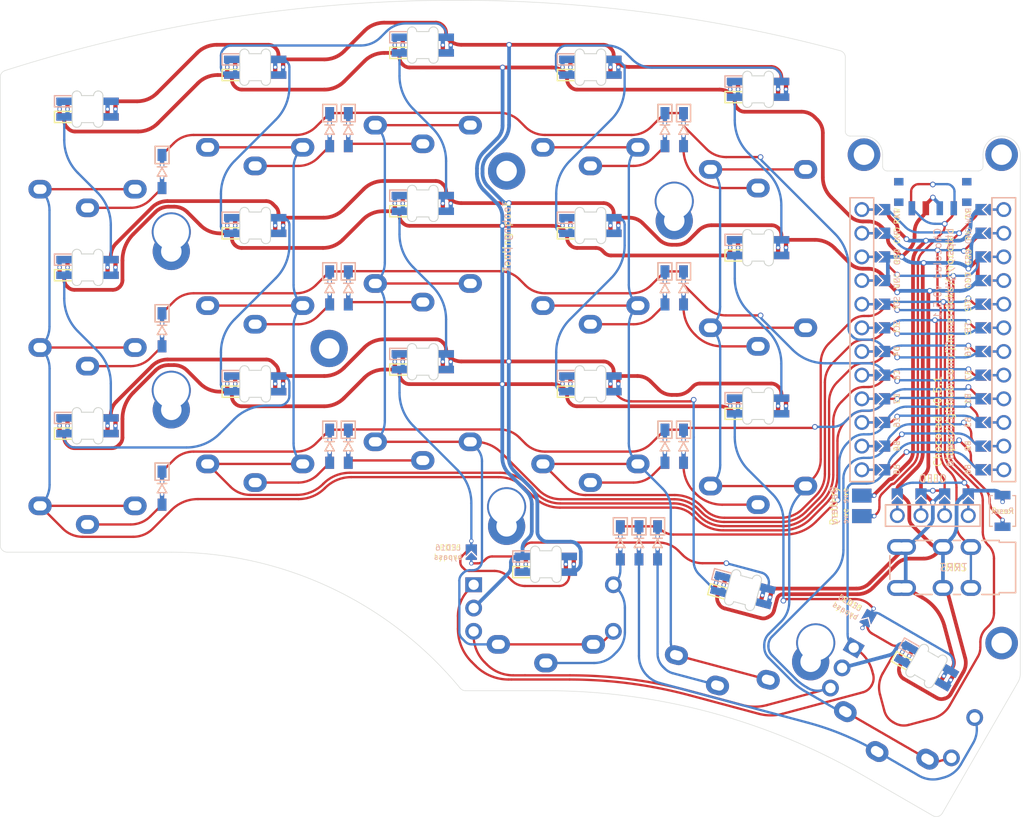
<source format=kicad_pcb>
(kicad_pcb (version 20211014) (generator pcbnew)
  (title_block (title "Chocolad") (date "2022-02-03") (rev "0.5.1") (company "jmnw"))
  (layers (0 "F.Cu" signal) (31 "B.Cu" signal) (34 "B.Paste" user) (35 "F.Paste" user) (36 "B.SilkS" user "B.Silkscreen") (37 "F.SilkS" user "F.Silkscreen") (38 "B.Mask" user) (39 "F.Mask" user) (44 "Edge.Cuts" user))
  (net 0 "")
  (net 1 "row0")
  (net 2 "Net-(D1-Pad2)")
  (net 3 "row1")
  (net 4 "Net-(D2-Pad2)")
  (net 5 "row2")
  (net 6 "Net-(D3-Pad2)")
  (net 7 "row3")
  (net 8 "Net-(D4-Pad2)")
  (net 9 "Net-(D5-Pad2)")
  (net 10 "Net-(D6-Pad2)")
  (net 11 "Net-(D7-Pad2)")
  (net 12 "Net-(D8-Pad2)")
  (net 13 "Net-(D9-Pad2)")
  (net 14 "Net-(D10-Pad2)")
  (net 15 "Net-(D11-Pad2)")
  (net 16 "Net-(D12-Pad2)")
  (net 17 "Net-(D13-Pad2)")
  (net 18 "Net-(D14-Pad2)")
  (net 19 "Net-(D15-Pad2)")
  (net 20 "er0")
  (net 21 "Net-(D17-Pad2)")
  (net 22 "er1")
  (net 23 "GND")
  (net 24 "VCC")
  (net 25 "col0")
  (net 26 "col1")
  (net 27 "col2")
  (net 28 "col3")
  (net 29 "col4")
  (net 30 "LED")
  (net 31 "data")
  (net 32 "Net-(BT1-Pad2)")
  (net 34 "Net-(L1-Pad4)")
  (net 35 "Net-(L2-Pad2)")
  (net 36 "Net-(L2-Pad4)")
  (net 37 "Net-(L3-Pad4)")
  (net 38 "Net-(L4-Pad2)")
  (net 39 "Net-(L4-Pad4)")
  (net 40 "Net-(L10-Pad2)")
  (net 41 "Net-(L11-Pad2)")
  (net 42 "reset")
  (net 43 "SCL")
  (net 44 "SDA")
  (net 45 "raw")
  (net 46 "Net-(L12-Pad4)")
  (net 47 "unconnected-(PSW1-Pad3)")
  (net 48 "Net-(L13-Pad2)")
  (net 49 "Net-(L14-Pad4)")
  (net 50 "Net-(L10-Pad4)")
  (net 51 "Net-(L11-Pad4)")
  (net 52 "eda")
  (net 53 "Net-(L14-Pad2)")
  (net 54 "edb")
  (net 55 "unconnected-(U1-Pad14)")
  (net 56 "unconnected-(U1-Pad15)")
  (net 57 "l15i")
  (net 58 "l17o")
  (net 59 "l13i")
  (net 60 "unconnected-(U1-Pad13)")
  (footprint "chocolad:D3_SMD" (layer "F.Cu") (at 57.335224 65.957875 -90)
    (fp_text reference "D1" hide)
    (fp_text value "D" hide)
  )
  (footprint "chocolad:D3_SMD" (layer "F.Cu") (at 75.33522 61.457883 -90)
    (fp_text reference "D2" hide)
    (fp_text value "D" hide)
  )
  (footprint "chocolad:D3_SMD" (layer "F.Cu") (at 77.335222 61.45788 -90)
    (fp_text reference "D3" hide)
    (fp_text value "D" hide)
  )
  (footprint "chocolad:D3_SMD" (layer "F.Cu") (at 111.335224 61.457883 -90)
    (fp_text reference "D4" hide)
    (fp_text value "D" hide)
  )
  (footprint "chocolad:D3_SMD" (layer "F.Cu") (at 113.335229 61.457883 -90)
    (fp_text reference "D5" hide)
    (fp_text value "D" hide)
  )
  (footprint "chocolad:D3_SMD" (layer "F.Cu") (at 57.335222 82.957875 -90)
    (fp_text reference "D6" hide)
    (fp_text value "D" hide)
  )
  (footprint "chocolad:D3_SMD" (layer "F.Cu") (at 75.335221 78.457876 -90)
    (fp_text reference "D7" hide)
    (fp_text value "D" hide)
  )
  (footprint "chocolad:D3_SMD" (layer "F.Cu") (at 77.335219 78.457876 -90)
    (fp_text reference "D8" hide)
    (fp_text value "D" hide)
  )
  (footprint "chocolad:D3_SMD" (layer "F.Cu") (at 111.335221 78.457878 -90)
    (fp_text reference "D9" hide)
    (fp_text value "D" hide)
  )
  (footprint "chocolad:D3_SMD" (layer "F.Cu") (at 113.335223 78.457876 -90)
    (fp_text reference "D10" hide)
    (fp_text value "D" hide)
  )
  (footprint "chocolad:D3_SMD" (layer "F.Cu") (at 57.335225 99.957878 -90)
    (fp_text reference "D11" hide)
    (fp_text value "D" hide)
  )
  (footprint "chocolad:D3_SMD" (layer "F.Cu") (at 75.335224 95.457882 -90)
    (fp_text reference "D12" hide)
    (fp_text value "D" hide)
  )
  (footprint "chocolad:D3_SMD" (layer "F.Cu") (at 77.335228 95.457879 -90)
    (fp_text reference "D13" hide)
    (fp_text value "D" hide)
  )
  (footprint "chocolad:D3_SMD" (layer "F.Cu") (at 111.335226 95.457879 -90)
    (fp_text reference "D14" hide)
    (fp_text value "D" hide)
  )
  (footprint "chocolad:D3_SMD" (layer "F.Cu") (at 113.335222 95.45788 -90)
    (fp_text reference "D15" hide)
    (fp_text value "D" hide)
  )
  (footprint "chocolad:D3_SMD" (layer "F.Cu") (at 106.54822 105.83288 -90)
    (fp_text reference "D16" hide)
    (fp_text value "D" hide)
  )
  (footprint "chocolad:D3_SMD" (layer "F.Cu") (at 110.548224 105.832881 -90)
    (fp_text reference "D17" hide)
    (fp_text value "D" hide)
  )
  (footprint "chocolad:D3_SMD" (layer "F.Cu") (at 108.548219 105.832881 -90)
    (fp_text reference "D18" hide)
    (fp_text value "D" hide)
  )
  (footprint "chocolad:SK6812_Mini_E" (layer "F.Cu") (at 49.33522 59.257875 180)
    (fp_text reference "L1" hide)
    (fp_text value "SK6812Mini-e" hide)
    (fp_line (start -0.65 1.45) (end 0.65 1.45) (layer "Edge.Cuts") (width 0.1))
    (fp_line (start 1.65 1.45) (end 1.65 -1.45) (layer "Edge.Cuts") (width 0.1))
    (fp_line (start -0.65 -1.45) (end 0.65 -1.45) (layer "Edge.Cuts") (width 0.1))
    (fp_line (start -1.65 -1.45) (end -1.65 1.45) (layer "Edge.Cuts") (width 0.1))
    (fp_arc (start -0.65 1.45) (mid -1.15 1.95) (end -1.65 1.45) (layer "Edge.Cuts") (width 0.1))
    (fp_arc (start 0.65 -1.45) (mid 1.15 -1.95) (end 1.65 -1.45) (layer "Edge.Cuts") (width 0.1))
    (fp_arc (start 1.65 1.45) (mid 1.15 1.95) (end 0.65 1.45) (layer "Edge.Cuts") (width 0.1))
    (fp_arc (start -1.65 -1.45) (mid -1.15 -1.95) (end -0.65 -1.45) (layer "Edge.Cuts") (width 0.1))
  )
  (footprint "jmnw:SK6812_Mini_E_edit" (layer "F.Cu") (at 67.335217 54.757875 180)
    (fp_text reference "L2" hide)
    (fp_text value "SK6812Mini-e" hide)
    (fp_line (start -0.65 1.45) (end 0.65 1.45) (layer "Edge.Cuts") (width 0.1))
    (fp_line (start -1.65 -1.45) (end -1.65 1.45) (layer "Edge.Cuts") (width 0.1))
    (fp_line (start -0.65 -1.45) (end 0.65 -1.45) (layer "Edge.Cuts") (width 0.1))
    (fp_line (start 1.65 1.45) (end 1.65 -1.45) (layer "Edge.Cuts") (width 0.1))
    (fp_arc (start 0.65 -1.45) (mid 1.15 -1.95) (end 1.65 -1.45) (layer "Edge.Cuts") (width 0.1))
    (fp_arc (start 1.65 1.45) (mid 1.15 1.95) (end 0.65 1.45) (layer "Edge.Cuts") (width 0.1))
    (fp_arc (start -1.65 -1.45) (mid -1.15 -1.95) (end -0.65 -1.45) (layer "Edge.Cuts") (width 0.1))
    (fp_arc (start -0.65 1.45) (mid -1.15 1.95) (end -1.65 1.45) (layer "Edge.Cuts") (width 0.1))
  )
  (footprint "jmnw:SK6812_Mini_E_edit" (layer "F.Cu") (at 85.335224 52.382882 180)
    (fp_text reference "L3" hide)
    (fp_text value "SK6812Mini-e" hide)
    (fp_line (start 1.65 1.45) (end 1.65 -1.45) (layer "Edge.Cuts") (width 0.1))
    (fp_line (start -1.65 -1.45) (end -1.65 1.45) (layer "Edge.Cuts") (width 0.1))
    (fp_line (start -0.65 1.45) (end 0.65 1.45) (layer "Edge.Cuts") (width 0.1))
    (fp_line (start -0.65 -1.45) (end 0.65 -1.45) (layer "Edge.Cuts") (width 0.1))
    (fp_arc (start -1.65 -1.45) (mid -1.15 -1.95) (end -0.65 -1.45) (layer "Edge.Cuts") (width 0.1))
    (fp_arc (start 1.65 1.45) (mid 1.15 1.95) (end 0.65 1.45) (layer "Edge.Cuts") (width 0.1))
    (fp_arc (start -0.65 1.45) (mid -1.15 1.95) (end -1.65 1.45) (layer "Edge.Cuts") (width 0.1))
    (fp_arc (start 0.65 -1.45) (mid 1.15 -1.95) (end 1.65 -1.45) (layer "Edge.Cuts") (width 0.1))
  )
  (footprint "jmnw:SK6812_Mini_E_edit" (layer "F.Cu") (at 103.335223 54.75788 180)
    (fp_text reference "L4" hide)
    (fp_text value "SK6812Mini-e" hide)
    (fp_line (start -1.65 -1.45) (end -1.65 1.45) (layer "Edge.Cuts") (width 0.1))
    (fp_line (start -0.65 1.45) (end 0.65 1.45) (layer "Edge.Cuts") (width 0.1))
    (fp_line (start 1.65 1.45) (end 1.65 -1.45) (layer "Edge.Cuts") (width 0.1))
    (fp_line (start -0.65 -1.45) (end 0.65 -1.45) (layer "Edge.Cuts") (width 0.1))
    (fp_arc (start -1.65 -1.45) (mid -1.15 -1.95) (end -0.65 -1.45) (layer "Edge.Cuts") (width 0.1))
    (fp_arc (start -0.65 1.45) (mid -1.15 1.95) (end -1.65 1.45) (layer "Edge.Cuts") (width 0.1))
    (fp_arc (start 1.65 1.45) (mid 1.15 1.95) (end 0.65 1.45) (layer "Edge.Cuts") (width 0.1))
    (fp_arc (start 0.65 -1.45) (mid 1.15 -1.95) (end 1.65 -1.45) (layer "Edge.Cuts") (width 0.1))
  )
  (footprint "jmnw:SK6812_Mini_E_edit" (layer "F.Cu") (at 121.335227 57.132879 180)
    (fp_text reference "L5" hide)
    (fp_text value "SK6812Mini-e" hide)
    (fp_line (start 1.65 1.45) (end 1.65 -1.45) (layer "Edge.Cuts") (width 0.1))
    (fp_line (start -0.65 1.45) (end 0.65 1.45) (layer "Edge.Cuts") (width 0.1))
    (fp_line (start -0.65 -1.45) (end 0.65 -1.45) (layer "Edge.Cuts") (width 0.1))
    (fp_line (start -1.65 -1.45) (end -1.65 1.45) (layer "Edge.Cuts") (width 0.1))
    (fp_arc (start -0.65 1.45) (mid -1.15 1.95) (end -1.65 1.45) (layer "Edge.Cuts") (width 0.1))
    (fp_arc (start 0.65 -1.45) (mid 1.15 -1.95) (end 1.65 -1.45) (layer "Edge.Cuts") (width 0.1))
    (fp_arc (start -1.65 -1.45) (mid -1.15 -1.95) (end -0.65 -1.45) (layer "Edge.Cuts") (width 0.1))
    (fp_arc (start 1.65 1.45) (mid 1.15 1.95) (end 0.65 1.45) (layer "Edge.Cuts") (width 0.1))
  )
  (footprint "jmnw:SK6812_Mini_E_edit" (layer "F.Cu") (at 49.335225 76.257874 180)
    (fp_text reference "L6" hide)
    (fp_text value "SK6812Mini-e" hide)
    (fp_line (start -1.65 -1.45) (end -1.65 1.45) (layer "Edge.Cuts") (width 0.1))
    (fp_line (start -0.65 1.45) (end 0.65 1.45) (layer "Edge.Cuts") (width 0.1))
    (fp_line (start 1.65 1.45) (end 1.65 -1.45) (layer "Edge.Cuts") (width 0.1))
    (fp_line (start -0.65 -1.45) (end 0.65 -1.45) (layer "Edge.Cuts") (width 0.1))
    (fp_arc (start 1.65 1.45) (mid 1.15 1.95) (end 0.65 1.45) (layer "Edge.Cuts") (width 0.1))
    (fp_arc (start 0.65 -1.45) (mid 1.15 -1.95) (end 1.65 -1.45) (layer "Edge.Cuts") (width 0.1))
    (fp_arc (start -0.65 1.45) (mid -1.15 1.95) (end -1.65 1.45) (layer "Edge.Cuts") (width 0.1))
    (fp_arc (start -1.65 -1.45) (mid -1.15 -1.95) (end -0.65 -1.45) (layer "Edge.Cuts") (width 0.1))
  )
  (footprint "jmnw:SK6812_Mini_E_edit" (layer "F.Cu") (at 67.335225 71.757877 180)
    (fp_text reference "L7" hide)
    (fp_text value "SK6812Mini-e" hide)
    (fp_line (start -0.65 -1.45) (end 0.65 -1.45) (layer "Edge.Cuts") (width 0.1))
    (fp_line (start -0.65 1.45) (end 0.65 1.45) (layer "Edge.Cuts") (width 0.1))
    (fp_line (start 1.65 1.45) (end 1.65 -1.45) (layer "Edge.Cuts") (width 0.1))
    (fp_line (start -1.65 -1.45) (end -1.65 1.45) (layer "Edge.Cuts") (width 0.1))
    (fp_arc (start 1.65 1.45) (mid 1.15 1.95) (end 0.65 1.45) (layer "Edge.Cuts") (width 0.1))
    (fp_arc (start 0.65 -1.45) (mid 1.15 -1.95) (end 1.65 -1.45) (layer "Edge.Cuts") (width 0.1))
    (fp_arc (start -1.65 -1.45) (mid -1.15 -1.95) (end -0.65 -1.45) (layer "Edge.Cuts") (width 0.1))
    (fp_arc (start -0.65 1.45) (mid -1.15 1.95) (end -1.65 1.45) (layer "Edge.Cuts") (width 0.1))
  )
  (footprint "jmnw:SK6812_Mini_E_edit" (layer "F.Cu") (at 85.335228 69.38288 180)
    (fp_text reference "L8" hide)
    (fp_text value "SK6812Mini-e" hide)
    (fp_line (start 1.65 1.45) (end 1.65 -1.45) (layer "Edge.Cuts") (width 0.1))
    (fp_line (start -1.65 -1.45) (end -1.65 1.45) (layer "Edge.Cuts") (width 0.1))
    (fp_line (start -0.65 1.45) (end 0.65 1.45) (layer "Edge.Cuts") (width 0.1))
    (fp_line (start -0.65 -1.45) (end 0.65 -1.45) (layer "Edge.Cuts") (width 0.1))
    (fp_arc (start 0.65 -1.45) (mid 1.15 -1.95) (end 1.65 -1.45) (layer "Edge.Cuts") (width 0.1))
    (fp_arc (start 1.65 1.45) (mid 1.15 1.95) (end 0.65 1.45) (layer "Edge.Cuts") (width 0.1))
    (fp_arc (start -1.65 -1.45) (mid -1.15 -1.95) (end -0.65 -1.45) (layer "Edge.Cuts") (width 0.1))
    (fp_arc (start -0.65 1.45) (mid -1.15 1.95) (end -1.65 1.45) (layer "Edge.Cuts") (width 0.1))
  )
  (footprint "jmnw:SK6812_Mini_E_edit" (layer "F.Cu") (at 103.335219 71.757875 180)
    (fp_text reference "L9" hide)
    (fp_text value "SK6812Mini-e" hide)
    (fp_line (start -0.65 -1.45) (end 0.65 -1.45) (layer "Edge.Cuts") (width 0.1))
    (fp_line (start 1.65 1.45) (end 1.65 -1.45) (layer "Edge.Cuts") (width 0.1))
    (fp_line (start -0.65 1.45) (end 0.65 1.45) (layer "Edge.Cuts") (width 0.1))
    (fp_line (start -1.65 -1.45) (end -1.65 1.45) (layer "Edge.Cuts") (width 0.1))
    (fp_arc (start 0.65 -1.45) (mid 1.15 -1.95) (end 1.65 -1.45) (layer "Edge.Cuts") (width 0.1))
    (fp_arc (start -1.65 -1.45) (mid -1.15 -1.95) (end -0.65 -1.45) (layer "Edge.Cuts") (width 0.1))
    (fp_arc (start 1.65 1.45) (mid 1.15 1.95) (end 0.65 1.45) (layer "Edge.Cuts") (width 0.1))
    (fp_arc (start -0.65 1.45) (mid -1.15 1.95) (end -1.65 1.45) (layer "Edge.Cuts") (width 0.1))
  )
  (footprint "jmnw:SK6812_Mini_E_edit" (layer "F.Cu") (at 121.335221 74.132881 180)
    (fp_text reference "L10" hide)
    (fp_text value "SK6812Mini-e" hide)
    (fp_line (start -1.65 -1.45) (end -1.65 1.45) (layer "Edge.Cuts") (width 0.1))
    (fp_line (start 1.65 1.45) (end 1.65 -1.45) (layer "Edge.Cuts") (width 0.1))
    (fp_line (start -0.65 -1.45) (end 0.65 -1.45) (layer "Edge.Cuts") (width 0.1))
    (fp_line (start -0.65 1.45) (end 0.65 1.45) (layer "Edge.Cuts") (width 0.1))
    (fp_arc (start -1.65 -1.45) (mid -1.15 -1.95) (end -0.65 -1.45) (layer "Edge.Cuts") (width 0.1))
    (fp_arc (start 1.65 1.45) (mid 1.15 1.95) (end 0.65 1.45) (layer "Edge.Cuts") (width 0.1))
    (fp_arc (start 0.65 -1.45) (mid 1.15 -1.95) (end 1.65 -1.45) (layer "Edge.Cuts") (width 0.1))
    (fp_arc (start -0.65 1.45) (mid -1.15 1.95) (end -1.65 1.45) (layer "Edge.Cuts") (width 0.1))
  )
  (footprint "jmnw:SK6812_Mini_E_edit" (layer "F.Cu") (at 49.33522 93.257873 180)
    (fp_text reference "L11" hide)
    (fp_text value "SK6812Mini-e" hide)
    (fp_line (start -0.65 1.45) (end 0.65 1.45) (layer "Edge.Cuts") (width 0.1))
    (fp_line (start -0.65 -1.45) (end 0.65 -1.45) (layer "Edge.Cuts") (width 0.1))
    (fp_line (start -1.65 -1.45) (end -1.65 1.45) (layer "Edge.Cuts") (width 0.1))
    (fp_line (start 1.65 1.45) (end 1.65 -1.45) (layer "Edge.Cuts") (width 0.1))
    (fp_arc (start -1.65 -1.45) (mid -1.15 -1.95) (end -0.65 -1.45) (layer "Edge.Cuts") (width 0.1))
    (fp_arc (start 0.65 -1.45) (mid 1.15 -1.95) (end 1.65 -1.45) (layer "Edge.Cuts") (width 0.1))
    (fp_arc (start 1.65 1.45) (mid 1.15 1.95) (end 0.65 1.45) (layer "Edge.Cuts") (width 0.1))
    (fp_arc (start -0.65 1.45) (mid -1.15 1.95) (end -1.65 1.45) (layer "Edge.Cuts") (width 0.1))
  )
  (footprint "jmnw:SK6812_Mini_E_edit" (layer "F.Cu") (at 67.335222 88.75788 180)
    (fp_text reference "L12" hide)
    (fp_text value "SK6812Mini-e" hide)
    (fp_line (start -1.65 -1.45) (end -1.65 1.45) (layer "Edge.Cuts") (width 0.1))
    (fp_line (start -0.65 -1.45) (end 0.65 -1.45) (layer "Edge.Cuts") (width 0.1))
    (fp_line (start 1.65 1.45) (end 1.65 -1.45) (layer "Edge.Cuts") (width 0.1))
    (fp_line (start -0.65 1.45) (end 0.65 1.45) (layer "Edge.Cuts") (width 0.1))
    (fp_arc (start 0.65 -1.45) (mid 1.15 -1.95) (end 1.65 -1.45) (layer "Edge.Cuts") (width 0.1))
    (fp_arc (start -0.65 1.45) (mid -1.15 1.95) (end -1.65 1.45) (layer "Edge.Cuts") (width 0.1))
    (fp_arc (start -1.65 -1.45) (mid -1.15 -1.95) (end -0.65 -1.45) (layer "Edge.Cuts") (width 0.1))
    (fp_arc (start 1.65 1.45) (mid 1.15 1.95) (end 0.65 1.45) (layer "Edge.Cuts") (width 0.1))
  )
  (footprint "jmnw:SK6812_Mini_E_edit" (layer "F.Cu") (at 85.335224 86.382879 180)
    (fp_text reference "L13" hide)
    (fp_text value "SK6812Mini-e" hide)
    (fp_line (start 1.65 1.45) (end 1.65 -1.45) (layer "Edge.Cuts") (width 0.1))
    (fp_line (start -0.65 1.45) (end 0.65 1.45) (layer "Edge.Cuts") (width 0.1))
    (fp_line (start -1.65 -1.45) (end -1.65 1.45) (layer "Edge.Cuts") (width 0.1))
    (fp_line (start -0.65 -1.45) (end 0.65 -1.45) (layer "Edge.Cuts") (width 0.1))
    (fp_arc (start -1.65 -1.45) (mid -1.15 -1.95) (end -0.65 -1.45) (layer "Edge.Cuts") (width 0.1))
    (fp_arc (start 1.65 1.45) (mid 1.15 1.95) (end 0.65 1.45) (layer "Edge.Cuts") (width 0.1))
    (fp_arc (start -0.65 1.45) (mid -1.15 1.95) (end -1.65 1.45) (layer "Edge.Cuts") (width 0.1))
    (fp_arc (start 0.65 -1.45) (mid 1.15 -1.95) (end 1.65 -1.45) (layer "Edge.Cuts") (width 0.1))
  )
  (footprint "jmnw:SK6812_Mini_E_edit" (layer "F.Cu") (at 103.335219 88.757878 180)
    (fp_text reference "L14" hide)
    (fp_text value "SK6812Mini-e" hide)
    (fp_line (start -0.65 -1.45) (end 0.65 -1.45) (layer "Edge.Cuts") (width 0.1))
    (fp_line (start -1.65 -1.45) (end -1.65 1.45) (layer "Edge.Cuts") (width 0.1))
    (fp_line (start -0.65 1.45) (end 0.65 1.45) (layer "Edge.Cuts") (width 0.1))
    (fp_line (start 1.65 1.45) (end 1.65 -1.45) (layer "Edge.Cuts") (width 0.1))
    (fp_arc (start 1.65 1.45) (mid 1.15 1.95) (end 0.65 1.45) (layer "Edge.Cuts") (width 0.1))
    (fp_arc (start -0.65 1.45) (mid -1.15 1.95) (end -1.65 1.45) (layer "Edge.Cuts") (width 0.1))
    (fp_arc (start 0.65 -1.45) (mid 1.15 -1.95) (end 1.65 -1.45) (layer "Edge.Cuts") (width 0.1))
    (fp_arc (start -1.65 -1.45) (mid -1.15 -1.95) (end -0.65 -1.45) (layer "Edge.Cuts") (width 0.1))
  )
  (footprint "jmnw:SK6812_Mini_E_edit" (layer "F.Cu") (at 121.335223 91.132881 180)
    (fp_text reference "L15" hide)
    (fp_text value "SK6812Mini-e" hide)
    (fp_line (start -1.65 -1.45) (end -1.65 1.45) (layer "Edge.Cuts") (width 0.1))
    (fp_line (start -0.65 -1.45) (end 0.65 -1.45) (layer "Edge.Cuts") (width 0.1))
    (fp_line (start -0.65 1.45) (end 0.65 1.45) (layer "Edge.Cuts") (width 0.1))
    (fp_line (start 1.65 1.45) (end 1.65 -1.45) (layer "Edge.Cuts") (width 0.1))
    (fp_arc (start 1.65 1.45) (mid 1.15 1.95) (end 0.65 1.45) (layer "Edge.Cuts") (width 0.1))
    (fp_arc (start 0.65 -1.45) (mid 1.15 -1.95) (end 1.65 -1.45) (layer "Edge.Cuts") (width 0.1))
    (fp_arc (start -1.65 -1.45) (mid -1.15 -1.95) (end -0.65 -1.45) (layer "Edge.Cuts") (width 0.1))
    (fp_arc (start -0.65 1.45) (mid -1.15 1.95) (end -1.65 1.45) (layer "Edge.Cuts") (width 0.1))
  )
  (footprint "jmnw:SK6812_Mini_E_edit" (layer "F.Cu") (at 98.548221 108.132874 180)
    (fp_text reference "L16" hide)
    (fp_text value "SK6812Mini-e" hide)
    (fp_line (start -1.65 -1.45) (end -1.65 1.45) (layer "Edge.Cuts") (width 0.1))
    (fp_line (start -0.65 1.45) (end 0.65 1.45) (layer "Edge.Cuts") (width 0.1))
    (fp_line (start 1.65 1.45) (end 1.65 -1.45) (layer "Edge.Cuts") (width 0.1))
    (fp_line (start -0.65 -1.45) (end 0.65 -1.45) (layer "Edge.Cuts") (width 0.1))
    (fp_arc (start 0.65 -1.45) (mid 1.15 -1.95) (end 1.65 -1.45) (layer "Edge.Cuts") (width 0.1))
    (fp_arc (start -1.65 -1.45) (mid -1.15 -1.95) (end -0.65 -1.45) (layer "Edge.Cuts") (width 0.1))
    (fp_arc (start -0.65 1.45) (mid -1.15 1.95) (end -1.65 1.45) (layer "Edge.Cuts") (width 0.1))
    (fp_arc (start 1.65 1.45) (mid 1.15 1.95) (end 0.65 1.45) (layer "Edge.Cuts") (width 0.1))
  )
  (footprint "jmnw:SK6812_Mini_E_edit" (layer "F.Cu") (at 119.724001 110.909713 165)
    (fp_text reference "L17" hide)
    (fp_text value "SK6812Mini-e" hide)
    (fp_line (start -1.65 -1.45) (end -1.65 1.45) (layer "Edge.Cuts") (width 0.1))
    (fp_line (start 1.65 1.45) (end 1.65 -1.45) (layer "Edge.Cuts") (width 0.1))
    (fp_line (start -0.65 -1.45) (end 0.65 -1.45) (layer "Edge.Cuts") (width 0.1))
    (fp_line (start -0.65 1.45) (end 0.65 1.45) (layer "Edge.Cuts") (width 0.1))
    (fp_arc (start 1.65 1.45) (mid 1.15 1.95) (end 0.65 1.45) (layer "Edge.Cuts") (width 0.1))
    (fp_arc (start 0.65 -1.45) (mid 1.15 -1.95) (end 1.65 -1.45) (layer "Edge.Cuts") (width 0.1))
    (fp_arc (start -1.65 -1.45) (mid -1.15 -1.95) (end -0.65 -1.45) (layer "Edge.Cuts") (width 0.1))
    (fp_arc (start -0.65 1.45) (mid -1.15 1.95) (end -1.65 1.45) (layer "Edge.Cuts") (width 0.1))
  )
  (footprint "jmnw:SK6812_Mini_E_edit" (layer "F.Cu") (at 139.421676 119.061324 150)
    (fp_text reference "L18" hide)
    (fp_text value "SK6812Mini-e" hide)
    (fp_line (start -0.65 1.45) (end 0.65 1.45) (layer "Edge.Cuts") (width 0.1))
    (fp_line (start 1.65 1.45) (end 1.65 -1.45) (layer "Edge.Cuts") (width 0.1))
    (fp_line (start -1.65 -1.45) (end -1.65 1.45) (layer "Edge.Cuts") (width 0.1))
    (fp_line (start -0.65 -1.45) (end 0.65 -1.45) (layer "Edge.Cuts") (width 0.1))
    (fp_arc (start 0.65 -1.45) (mid 1.15 -1.95) (end 1.65 -1.45) (layer "Edge.Cuts") (width 0.1))
    (fp_arc (start -1.65 -1.45) (mid -1.15 -1.95) (end -0.65 -1.45) (layer "Edge.Cuts") (width 0.1))
    (fp_arc (start 1.65 1.45) (mid 1.15 1.95) (end 0.65 1.45) (layer "Edge.Cuts") (width 0.1))
    (fp_arc (start -0.65 1.45) (mid -1.15 1.95) (end -1.65 1.45) (layer "Edge.Cuts") (width 0.1))
  )
  (footprint "chocolad:Choc" (layer "F.Cu") (at 49.33522 63.957882)
    (fp_text reference "SW1" hide)
    (fp_text value "SW_PUSH" hide)
  )
  (footprint "chocolad:Choc" (layer "F.Cu") (at 67.33522 59.457882)
    (fp_text reference "SW2" hide)
    (fp_text value "SW_PUSH" hide)
  )
  (footprint "chocolad:Choc" (layer "F.Cu") (at 85.335226 57.08288)
    (fp_text reference "SW3" hide)
    (fp_text value "SW_PUSH" hide)
  )
  (footprint "chocolad:Choc" (layer "F.Cu") (at 103.335224 59.457883)
    (fp_text reference "SW4" hide)
    (fp_text value "SW_PUSH" hide)
  )
  (footprint "chocolad:Choc" (layer "F.Cu") (at 121.335221 61.832873)
    (fp_text reference "SW5" hide)
    (fp_text value "SW_PUSH" hide)
  )
  (footprint "chocolad:Choc" (layer "F.Cu") (at 49.335223 80.957875)
    (fp_text reference "SW6" hide)
    (fp_text value "SW_PUSH" hide)
  )
  (footprint "chocolad:Choc" (layer "F.Cu") (at 67.335222 76.457881)
    (fp_text reference "SW7" hide)
    (fp_text value "SW_PUSH" hide)
  )
  (footprint "chocolad:Choc" (layer "F.Cu") (at 103.335219 76.457882)
    (fp_text reference "SW9" hide)
    (fp_text value "SW_PUSH" hide)
  )
  (footprint "chocolad:Choc" (layer "F.Cu") (at 121.335221 78.832882)
    (fp_text reference "SW10" hide)
    (fp_text value "SW_PUSH" hide)
  )
  (footprint "chocolad:Choc" (layer "F.Cu") (at 49.33522 97.95788)
    (fp_text reference "SW11" hide)
    (fp_text value "SW_PUSH" hide)
  )
  (footprint "chocolad:Choc" (layer "F.Cu") (at 67.335223 93.457881)
    (fp_text reference "SW12" hide)
    (fp_text value "SW_PUSH" hide)
  )
  (footprint "chocolad:Choc" (layer "F.Cu") (at 85.335224 91.08288)
    (fp_text reference "SW13" hide)
    (fp_text value "SW_PUSH" hide)
  )
  (footprint "chocolad:Choc" (layer "F.Cu") (at 103.335219 93.457881)
    (fp_text reference "SW14" hide)
    (fp_text value "SW_PUSH" hide)
  )
  (footprint "chocolad:Choc" (layer "F.Cu") (at 121.335222 95.832878)
    (fp_text reference "SW15" hide)
    (fp_text value "SW_PUSH" hide)
  )
  (footprint "chocolad:Choc" (layer "F.Cu") (at 98.548221 112.832879)
    (fp_text reference "SW16" hide)
    (fp_text value "SW_PUSH" hide)
  )
  (footprint "chocolad:Choc" (layer "F.Cu") (at 118.507544 115.449569 -15)
    (fp_text reference "SW17" hide)
    (fp_text value "SW_PUSH" hide)
  )
  (footprint "chocolad:M2_double_hole_4mm" (layer "F.Cu") (at 94.335222 101.957876)
    (fp_text reference "H4" hide)
    (fp_text value "")
  )
  (footprint "chocolad:Choc" (layer "F.Cu") (at 137.071676 123.131637 -30)
    (fp_text reference "SW18" hide)
    (fp_text value "SW_PUSH" hide)
  )
  (footprint "chocolad:M2_double_hole_4mm" (layer "F.Cu") (at 58.330222 72.440886)
    (fp_text reference "H1" hide)
    (fp_text value "M2 Hole" hide)
  )
  (footprint "chocolad:M2_double_hole_4mm" (layer "F.Cu") (at 112.335223 69.145378)
    (fp_text reference "H3" hide)
    (fp_text value "M2 Hole" hide)
  )
  (footprint "chocolad:ProMicro" (layer "F.Cu") (at 140.09964 84.01452)
    (fp_text reference "U1" hide)
    (fp_text value "ProMicro" hide)
  )
  (footprint "chocolad:RotaryEncoder" (layer "F.Cu") (at 98.548221 112.832879)
    (fp_text reference "EN1")
    (fp_text value "RotaryEncoder_Switch")
  )
  (footprint "chocolad:Choc" (layer "F.Cu") (at 85.335223 74.082879)
    (fp_text reference "SW8" hide)
    (fp_text value "SW_PUSH" hide)
  )
  (footprint "chocolad:M2_hole_3.5mm" (layer "F.Cu") (at 147.491929 116.591592)
    (fp_text reference "Ref**" hide)
    (fp_text value "Val**" hide)
  )
  (footprint "chocolad:RotaryEncoder" (layer "F.Cu") (at 137.071676 123.131637 -30)
    (fp_text reference "EN2")
    (fp_text value "RotaryEncoder_Switch")
  )
  (footprint "chocolad:Power" (layer "F.Cu") (at 140.099644 68.15151 180)
    (fp_text reference "PSW1" hide)
    (fp_text value "SW_SPDT" hide)
  )
  (footprint "chocolad:Reset" (layer "F.Cu") (at 147.589931 102.404592 90)
    (fp_text reference "RSW1" hide)
    (fp_text value "Reset")
  )
  (footprint "chocolad:Battery_pads" (layer "F.Cu") (at 132.472932 101.859586 -90)
    (fp_text reference "BT1" hide)
    (fp_text value "Battery_Cell" hide)
  )
  (footprint "chocolad:M2_hole_3.5mm" (layer "F.Cu") (at 112.335159 87.332522)
    (fp_text reference "" hide)
    (fp_text value "")
  )
  (footprint "chocolad:Tenting_puck" (layer "F.Cu") (at 94.334756 84.958266 90)
    (fp_text reference "PUCK1")
    (fp_text value "SYM_Arrow45_Small")
  )
  (footprint "chocolad:Jumper" (layer "F.Cu") (at 133.143474 113.935487 -120)
    (fp_text reference "JP1" hide)
    (fp_text value "LED bypass" hide)
  )
  (footprint "chocolad:M2_double_hole_4mm" (layer "F.Cu") (at 58.330221 89.450881)
    (fp_text reference "H2" hide)
    (fp_text value "M2 Hole" hide)
  )
  (footprint "chocolad:M2_double_hole_4mm" (layer "F.Cu") (at 127.524745 116.571972 -15)
    (fp_text reference "H5" hide)
    (fp_text value "M2 Hole" hide)
  )
  (footprint "chocolad:OLED" (layer "F.Cu") (at 136.289823 102.90421)
    (fp_text reference "O1" hide)
    (fp_text value "OLED")
  )
  (footprint "chocolad:Jumper" (layer "F.Cu") (at 90.548216 106.83288 -90)
    (fp_text reference "JP2" hide)
    (fp_text value "LED bypass" hide)
  )
  (footprint "chocolad:M2_hole_3.5mm" (layer "F.Cu") (at 132.709674 64.151089)
    (fp_text reference "Ref**" hide)
    (fp_text value "Val**" hide)
  )
  (footprint "chocolad:TRRS" (layer "F.Cu") (at 147.38993 108.476594 -90)
    (fp_text reference "J1")
    (fp_text value "TRRS" hide)
  )
  (footprint "chocolad:M2_hole_3.5mm" (layer "F.Cu") (at 147.490998 64.150631)
    (fp_text reference "Ref**" hide)
    (fp_text value "Val**" hide)
  )
  (gr_arc (start 40.486406 55.117683) (mid 85.173411 47.611111) (end 130.166406 52.987682) (layer "Edge.Cuts") (width 0.05))
  (gr_line (start 89.923149 121.707654) (end 98.548151 121.707653) (layer "Edge.Cuts") (width 0.05))
  (gr_line (start 149.490934 64.150596) (end 149.491558 119.892782) (layer "Edge.Cuts") (width 0.05))
  (gr_arc (start 145.490808 64.150443) (mid 146.076666 62.736207) (end 147.490944 62.150452) (layer "Edge.Cuts") (width 0.05))
  (gr_arc (start 145.490632 65.400369) (mid 145.344183 65.753924) (end 144.990627 65.90037) (layer "Edge.Cuts") (width 0.05))
  (gr_line (start 135.209782 65.900974) (end 144.990627 65.90037) (layer "Edge.Cuts") (width 0.05))
  (gr_line (start 132.634369 130.817896) (end 140.103164 135.130005) (layer "Edge.Cuts") (width 0.05))
  (gr_arc (start 40.710672 106.832673) (mid 40.18034 106.613002) (end 39.960671 106.08267) (layer "Edge.Cuts") (width 0.05))
  (gr_arc (start 135.209782 65.900974) (mid 134.856226 65.754529) (end 134.709783 65.400972) (layer "Edge.Cuts") (width 0.05))
  (gr_line (start 145.490632 65.400369) (end 145.490808 64.150443) (layer "Edge.Cuts") (width 0.05))
  (gr_arc (start 89.923149 121.707654) (mid 89.600547 121.634575) (end 89.340936 121.429598) (layer "Edge.Cuts") (width 0.05))
  (gr_line (start 134.709603 64.151039) (end 134.709783 65.400972) (layer "Edge.Cuts") (width 0.05))
  (gr_arc (start 141.127683 134.855488) (mid 140.672281 135.204933) (end 140.103168 135.130001) (layer "Edge.Cuts") (width 0.05))
  (gr_arc (start 147.490944 62.150452) (mid 148.905191 62.736305) (end 149.490934 64.150596) (layer "Edge.Cuts") (width 0.05))
  (gr_arc (start 149.491558 119.892782) (mid 149.430556 120.353427) (end 149.252626 120.782677) (layer "Edge.Cuts") (width 0.05))
  (gr_arc (start 131.209679 62.151085) (mid 130.856126 62.004638) (end 130.709678 61.651085) (layer "Edge.Cuts") (width 0.05))
  (gr_line (start 58.3352 106.832674) (end 40.710672 106.832673) (layer "Edge.Cuts") (width 0.05))
  (gr_line (start 141.127683 134.855488) (end 149.252626 120.782677) (layer "Edge.Cuts") (width 0.05))
  (gr_arc (start 98.548151 121.707653) (mid 116.188932 124.02657) (end 132.634369 130.817896) (layer "Edge.Cuts") (width 0.05))
  (gr_arc (start 132.709617 62.150906) (mid 134.123849 62.736763) (end 134.709603 64.151039) (layer "Edge.Cuts") (width 0.05))
  (gr_arc (start 130.166406 52.987682) (mid 130.558855 53.256582) (end 130.71005 53.707651) (layer "Edge.Cuts") (width 0.05))
  (gr_line (start 130.71005 53.707651) (end 130.709678 61.651085) (layer "Edge.Cuts") (width 0.05))
  (gr_arc (start 58.3352 106.832674) (mid 75.470699 110.663219) (end 89.340936 121.429598) (layer "Edge.Cuts") (width 0.05))
  (gr_arc (start 39.960668 55.833147) (mid 40.106268 55.389243) (end 40.486406 55.117683) (layer "Edge.Cuts") (width 0.05))
  (gr_line (start 131.209679 62.151085) (end 132.709617 62.150906) (layer "Edge.Cuts") (width 0.05))
  (gr_line (start 39.960671 106.082671) (end 39.960668 55.833147) (layer "Edge.Cuts") (width 0.05))
  (gr_text "Chocolad v0.5.1\nhttps://github.com/jimmerricks/chocolad" (at 141.268435 71.945465 90) (layer "B.SilkS") (effects (font (size 0.8 0.8) (thickness 0.1)) (justify left mirror)))
  (gr_text "Chocolad v0.5.1\nhttps://github.com/jimmerricks/chocolad" (at 141.268439 97.745459 90) (layer "F.SilkS") (effects (font (size 0.8 0.8) (thickness 0.1)) (justify left)))
  (segment (start 77.335223 59.682882) (end 77.359744 59.658359) (width 0.25) (layer "F.Cu") (net 1))
  (segment (start 98.455494 62.03336) (end 107.742102 62.033356) (width 0.25) (layer "F.Cu") (net 1))
  (segment (start 73.863423 61.15468) (end 75.33522 59.68288) (width 0.25) (layer "F.Cu") (net 1))
  (segment (start 75.33522 59.68288) (end 77.335223 59.682882) (width 0.25) (layer "F.Cu") (net 1))
  (segment (start 95.716533 60.537042) (end 96.334171 61.15468) (width 0.25) (layer "F.Cu") (net 1))
  (segment (start 121.600884 64.408355) (end 121.601742 64.407494) (width 0.25) (layer "F.Cu") (net 1))
  (segment (start 113.335227 61.071548) (end 115.793357 63.529677) (width 0.25) (layer "F.Cu") (net 1))
  (segment (start 117.91468 64.408353) (end 121.600884 64.408355) (width 0.25) (layer "F.Cu") (net 1))
  (segment (start 111.335221 59.682881) (end 113.335227 59.682882) (width 0.25) (layer "F.Cu") (net 1))
  (segment (start 77.359744 59.658359) (end 93.595213 59.658364) (width 0.25) (layer "F.Cu") (net 1))
  (segment (start 57.335218 64.182877) (end 58.606056 62.912039) (width 0.25) (layer "F.Cu") (net 1))
  (segment (start 144.414204 85.138076) (end 143.925652 84.649517) (width 0.25) (layer "F.Cu") (net 1))
  (segment (start 144.925652 85.284522) (end 144.767764 85.284527) (width 0.25) (layer "F.Cu") (net 1))
  (segment (start 60.727377 62.033361) (end 71.742103 62.033364) (width 0.25) (layer "F.Cu") (net 1))
  (segment (start 113.335227 59.682886) (end 113.335227 61.071548) (width 0.25) (layer "F.Cu") (net 1))
  (segment (start 109.863425 61.154676) (end 111.335221 59.682881) (width 0.25) (layer "F.Cu") (net 1))
  (via (at 143.925652 84.649517) (size 0.6) (drill 0.4) (layers "F.Cu" "B.Cu") (net 1))
  (via (at 121.601742 64.407494) (size 0.6) (drill 0.4) (layers "F.Cu" "B.Cu") (net 1))
  (arc (start 107.742102 62.033356) (mid 108.890156 61.804997) (end 109.863425 61.154676) (width 0.25) (layer "F.Cu") (net 1))
  (arc (start 115.793357 63.529677) (mid 116.766627 64.179995) (end 117.91468 64.408353) (width 0.25) (layer "F.Cu") (net 1))
  (arc (start 96.334171 61.15468) (mid 97.307441 61.804997) (end 98.455494 62.03336) (width 0.25) (layer "F.Cu") (net 1))
  (arc (start 144.414204 85.138076) (mid 144.576419 85.246464) (end 144.767764 85.284527) (width 0.25) (layer "F.Cu") (net 1))
  (arc (start 58.606056 62.912039) (mid 59.579327 62.261718) (end 60.727377 62.033361) (width 0.25) (layer "F.Cu") (net 1))
  (arc (start 71.742103 62.033364) (mid 72.890153 61.805) (end 73.863423 61.15468) (width 0.25) (layer "F.Cu") (net 1))
  (arc (start 95.716533 60.537042) (mid 94.743263 59.886725) (end 93.595213 59.658364) (width 0.25) (layer "F.Cu") (net 1))
  (segment (start 131.060152 76.184435) (end 131.060153 82.834871) (width 0.25) (layer "B.Cu") (net 1))
  (segment (start 135.322859 85.235312) (end 135.273645 85.284525) (width 0.25) (layer "B.Cu") (net 1))
  (segment (start 121.601742 64.407494) (end 121.601743 64.447848) (width 0.25) (layer "B.Cu") (net 1))
  (segment (start 143.925652 84.649517) (end 136.737077 84.649521) (width 0.25) (layer "B.Cu") (net 1))
  (segment (start 121.748188 64.8014) (end 129.595688 72.648902) (width 0.25) (layer "B.Cu") (net 1))
  (segment (start 134.583988 84.594866) (end 135.273642 85.284518) (width 0.25) (layer "B.Cu") (net 1))
  (segment (start 132.234366 84.009083) (end 133.169776 84.009083) (width 0.25) (layer "B.Cu") (net 1))
  (segment (start 131.353047 83.541978) (end 131.527261 83.716191) (width 0.25) (layer "B.Cu") (net 1))
  (arc (start 121.601743 64.447848) (mid 121.639802 64.639189) (end 121.748188 64.8014) (width 0.25) (layer "B.Cu") (net 1))
  (arc (start 135.322859 85.235312) (mid 135.971708 84.801762) (end 136.737077 84.649521) (width 0.25) (layer "B.Cu") (net 1))
  (arc (start 132.234366 84.009083) (mid 131.851683 83.932963) (end 131.527261 83.716191) (width 0.25) (layer "B.Cu") (net 1))
  (arc (start 134.583988 84.594866) (mid 133.93514 84.161322) (end 133.169776 84.009083) (width 0.25) (layer "B.Cu") (net 1))
  (arc (start 131.060153 82.834871) (mid 131.136273 83.217553) (end 131.353047 83.541978) (width 0.25) (layer "B.Cu") (net 1))
  (arc (start 131.060152 76.184435) (mid 130.679552 74.271018) (end 129.595688 72.648902) (width 0.25) (layer "B.Cu") (net 1))
  (segment (start 49.335221 69.857877) (end 53.967576 69.857881) (width 0.25) (layer "F.Cu") (net 2))
  (segment (start 56.088897 68.9792) (end 57.335227 67.732875) (width 0.25) (layer "F.Cu") (net 2))
  (arc (start 53.967576 69.857881) (mid 55.11563 69.629514) (end 56.088897 68.9792) (width 0.25) (layer "F.Cu") (net 2))
  (segment (start 109.863425 78.154682) (end 111.335222 76.682877) (width 0.25) (layer "F.Cu") (net 3))
  (segment (start 98.455486 79.033359) (end 107.742099 79.033364) (width 0.25) (layer "F.Cu") (net 3))
  (segment (start 73.86342 78.154678) (end 75.33522 76.682876) (width 0.25) (layer "F.Cu") (net 3))
  (segment (start 75.33522 76.682876) (end 77.335219 76.682876) (width 0.25) (layer "F.Cu") (net 3))
  (segment (start 121.602611 81.408363) (end 121.606742 81.412495) (width 0.25) (layer "F.Cu") (net 3))
  (segment (start 115.75834 80.529685) (end 113.335224 78.106564) (width 0.25) (layer "F.Cu") (net 3))
  (segment (start 57.335226 81.182878) (end 58.606068 79.912041) (width 0.25) (layer "F.Cu") (net 3))
  (segment (start 95.716534 77.537038) (end 96.334172 78.154675) (width 0.25) (layer "F.Cu") (net 3))
  (segment (start 144.414208 87.678077) (end 143.925653 87.189526) (width 0.25) (layer "F.Cu") (net 3))
  (segment (start 113.335224 78.106564) (end 113.335224 77.783277) (width 0.25) (layer "F.Cu") (net 3))
  (segment (start 77.335219 76.682876) (end 77.359735 76.658358) (width 0.25) (layer "F.Cu") (net 3))
  (segment (start 144.925645 87.824519) (end 144.76777 87.824522) (width 0.25) (layer "F.Cu") (net 3))
  (segment (start 117.87966 81.408362) (end 121.602611 81.408363) (width 0.25) (layer "F.Cu") (net 3))
  (segment (start 111.335222 76.682877) (end 113.335224 76.682876) (width 0.25) (layer "F.Cu") (net 3))
  (segment (start 77.359735 76.658358) (end 93.595209 76.658358) (width 0.25) (layer "F.Cu") (net 3))
  (segment (start 60.72739 79.033356) (end 71.742099 79.033361) (width 0.25) (layer "F.Cu") (net 3))
  (via (at 121.606742 81.412495) (size 0.6) (drill 0.4) (layers "F.Cu" "B.Cu") (net 3))
  (via (at 143.925653 87.189526) (size 0.6) (drill 0.4) (layers "F.Cu" "B.Cu") (net 3))
  (arc (start 107.742099 79.033364) (mid 108.890153 78.805) (end 109.863425 78.154682) (width 0.25) (layer "F.Cu") (net 3))
  (arc (start 58.606068 79.912041) (mid 59.579335 79.261719) (end 60.72739 79.033356) (width 0.25) (layer "F.Cu") (net 3))
  (arc (start 71.742099 79.033361) (mid 72.890151 78.804993) (end 73.86342 78.154678) (width 0.25) (layer "F.Cu") (net 3))
  (arc (start 144.414208 87.678077) (mid 144.576423 87.786462) (end 144.76777 87.824522) (width 0.25) (layer "F.Cu") (net 3))
  (arc (start 115.75834 80.529685) (mid 116.731609 81.180001) (end 117.87966 81.408362) (width 0.25) (layer "F.Cu") (net 3))
  (arc (start 98.455486 79.033359) (mid 97.307439 78.804994) (end 96.334172 78.154675) (width 0.25) (layer "F.Cu") (net 3))
  (arc (start 95.716534 77.537038) (mid 94.743262 76.886721) (end 93.595209 76.658358) (width 0.25) (layer "F.Cu") (net 3))
  (segment (start 135.322865 87.775302) (end 135.273647 87.824522) (width 0.25) (layer "B.Cu") (net 3))
  (segment (start 121.606742 81.412495) (end 121.606743 81.452851) (width 0.25) (layer "B.Cu") (net 3))
  (segment (start 128.56694 86.549082) (end 133.169774 86.549082) (width 0.25) (layer "B.Cu") (net 3))
  (segment (start 143.925653 87.189526) (end 136.737072 87.189526) (width 0.25) (layer "B.Cu") (net 3))
  (segment (start 121.753189 81.806399) (end 125.031406 85.084617) (width 0.25) (layer "B.Cu") (net 3))
  (segment (start 134.583989 87.134869) (end 135.273639 87.82452) (width 0.25) (layer "B.Cu") (net 3))
  (arc (start 121.606743 81.452851) (mid 121.644804 81.644191) (end 121.753189 81.806399) (width 0.25) (layer "B.Cu") (net 3))
  (arc (start 133.169774 86.549082) (mid 133.935141 86.701324) (end 134.583989 87.134869) (width 0.25) (layer "B.Cu") (net 3))
  (arc (start 135.322865 87.775302) (mid 135.971711 87.341762) (end 136.737072 87.189526) (width 0.25) (layer "B.Cu") (net 3))
  (arc (start 128.56694 86.549082) (mid 126.653522 86.16848) (end 125.031406 85.084617) (width 0.25) (layer "B.Cu") (net 3))
  (segment (start 67.335222 65.357883) (end 71.967581 65.357881) (width 0.25) (layer "F.Cu") (net 4))
  (segment (start 74.088902 64.479204) (end 75.335221 63.232882) (width 0.25) (layer "F.Cu") (net 4))
  (arc (start 74.088902 64.479204) (mid 73.115633 65.129518) (end 71.967581 65.357881) (width 0.25) (layer "F.Cu") (net 4))
  (segment (start 73.863423 95.154679) (end 75.33523 93.682879) (width 0.25) (layer "F.Cu") (net 5))
  (segment (start 111.335228 93.682884) (end 113.335223 93.682885) (width 0.25) (layer "F.Cu") (net 5))
  (segment (start 109.863426 95.154683) (end 111.335228 93.682884) (width 0.25) (layer "F.Cu") (net 5))
  (segment (start 113.335224 93.682879) (end 113.52902 93.489081) (width 0.25) (layer "F.Cu") (net 5))
  (segment (start 113.335223 93.682885) (end 113.335227 93.68288) (width 0.25) (layer "F.Cu") (net 5))
  (segment (start 127.330142 93.489084) (end 127.440143 93.379082) (width 0.25) (layer "F.Cu") (net 5))
  (segment (start 77.335231 93.682879) (end 77.359746 93.658356) (width 0.25) (layer "F.Cu") (net 5))
  (segment (start 77.359746 93.658356) (end 93.595206 93.658358) (width 0.25) (layer "F.Cu") (net 5))
  (segment (start 98.455492 96.033363) (end 107.742107 96.033362) (width 0.25) (layer "F.Cu") (net 5))
  (segment (start 95.716528 94.537037) (end 96.334172 95.154683) (width 0.25) (layer "F.Cu") (net 5))
  (segment (start 144.779204 89.948085) (end 143.925647 89.094528) (width 0.25) (layer "F.Cu") (net 5))
  (segment (start 60.727381 96.033358) (end 71.742106 96.033358) (width 0.25) (layer "F.Cu") (net 5))
  (segment (start 144.925655 90.364515) (end 144.925652 90.301627) (width 0.25) (layer "F.Cu") (net 5))
  (segment (start 113.52902 93.489081) (end 127.330142 93.489084) (width 0.25) (layer "F.Cu") (net 5))
  (segment (start 57.335222 98.182878) (end 58.606059 96.912038) (width 0.25) (layer "F.Cu") (net 5))
  (segment (start 75.33523 93.682879) (end 77.335231 93.682879) (width 0.25) (layer "F.Cu") (net 5))
  (via (at 127.440143 93.379082) (size 0.6) (drill 0.4) (layers "F.Cu" "B.Cu") (net 5))
  (via (at 143.925647 89.094528) (size 0.6) (drill 0.4) (layers "F.Cu" "B.Cu") (net 5))
  (arc (start 71.742106 96.033358) (mid 72.890154 95.805001) (end 73.863423 95.154679) (width 0.25) (layer "F.Cu") (net 5))
  (arc (start 144.779204 89.948085) (mid 144.887591 90.110291) (end 144.925652 90.301627) (width 0.25) (layer "F.Cu") (net 5))
  (arc (start 93.595206 93.658358) (mid 94.743258 93.88672) (end 95.716528 94.537037) (width 0.25) (layer "F.Cu") (net 5))
  (arc (start 107.742107 96.033362) (mid 108.890156 95.804999) (end 109.863426 95.154683) (width 0.25) (layer "F.Cu") (net 5))
  (arc (start 98.455492 96.033363) (mid 97.30744 95.805001) (end 96.334172 95.154683) (width 0.25) (layer "F.Cu") (net 5))
  (arc (start 58.606059 96.912038) (mid 59.579331 96.261715) (end 60.727381 96.033358) (width 0.25) (layer "F.Cu") (net 5))
  (segment (start 130.715941 92.793296) (end 131.284369 92.22487) (width 0.25) (layer "B.Cu") (net 5))
  (segment (start 143.827914 89.192263) (end 143.925647 89.094528) (width 0.25) (layer "B.Cu") (net 5))
  (segment (start 137.103289 89.338704) (end 143.474353 89.338716) (width 0.25) (layer "B.Cu") (net 5))
  (segment (start 135.273658 90.364521) (end 135.273652 90.339914) (width 0.25) (layer "B.Cu") (net 5))
  (segment (start 132.698582 91.639085) (end 133.170647 91.639086) (width 0.25) (layer "B.Cu") (net 5))
  (segment (start 135.273652 90.339914) (end 135.689063 89.924497) (width 0.25) (layer "B.Cu") (net 5))
  (segment (start 134.584863 91.053296) (end 135.27364 90.364518) (width 0.25) (layer "B.Cu") (net 5))
  (segment (start 127.440143 93.379082) (end 129.301727 93.379081) (width 0.25) (layer "B.Cu") (net 5))
  (arc (start 143.827914 89.192263) (mid 143.665701 89.300653) (end 143.474353 89.338716) (width 0.25) (layer "B.Cu") (net 5))
  (arc (start 130.715941 92.793296) (mid 130.067094 93.226841) (end 129.301727 93.379081) (width 0.25) (layer "B.Cu") (net 5))
  (arc (start 137.103289 89.338704) (mid 136.337916 89.490946) (end 135.689063 89.924497) (width 0.25) (layer "B.Cu") (net 5))
  (arc (start 131.284369 92.22487) (mid 131.933215 91.791325) (end 132.698582 91.639085) (width 0.25) (layer "B.Cu") (net 5))
  (arc (start 133.170647 91.639086) (mid 133.936018 91.486843) (end 134.584863 91.053296) (width 0.25) (layer "B.Cu") (net 5))
  (segment (start 77.585225 62.982878) (end 77.33522 63.232885) (width 0.25) (layer "F.Cu") (net 6))
  (segment (start 85.335223 62.982883) (end 77.585225 62.982878) (width 0.25) (layer "F.Cu") (net 6))
  (segment (start 129.877114 101.239083) (end 127.546843 103.56935) (width 0.25) (layer "F.Cu") (net 7))
  (segment (start 110.548217 104.057881) (end 110.548217 104.057881) (width 0.25) (layer "F.Cu") (net 7))
  (segment (start 144.925641 92.90453) (end 144.925648 92.413752) (width 0.25) (layer "F.Cu") (net 7))
  (segment (start 108.548223 104.057883) (end 110.548217 104.057881) (width 0.25) (layer "F.Cu") (net 7))
  (segment (start 144.632753 91.706631) (end 143.925647 90.999527) (width 0.25) (layer "F.Cu") (net 7))
  (segment (start 124.244655 104.937163) (end 112.255932 104.937163) (width 0.25) (layer "F.Cu") (net 7))
  (segment (start 106.548218 104.057879) (end 108.548223 104.057883) (width 0.25) (layer "F.Cu") (net 7))
  (segment (start 110.841719 104.351376) (end 110.548221 104.057879) (width 0.25) (layer "F.Cu") (net 7))
  (via (at 129.877114 101.239083) (size 0.6) (drill 0.4) (layers "F.Cu" "B.Cu") (net 7))
  (via (at 143.925647 90.999527) (size 0.6) (drill 0.4) (layers "F.Cu" "B.Cu") (net 7))
  (arc (start 144.925648 92.413752) (mid 144.849531 92.031061) (end 144.632753 91.706631) (width 0.25) (layer "F.Cu") (net 7))
  (arc (start 127.546843 103.56935) (mid 126.031787 104.581681) (end 124.244655 104.937163) (width 0.25) (layer "F.Cu") (net 7))
  (arc (start 110.841719 104.351376) (mid 111.490565 104.784924) (end 112.255932 104.937163) (width 0.25) (layer "F.Cu") (net 7))
  (segment (start 129.877114 101.239083) (end 130.052093 101.064104) (width 0.25) (layer "B.Cu") (net 7))
  (segment (start 130.052093 101.064104) (end 130.052096 97.239784) (width 0.25) (layer "B.Cu") (net 7))
  (segment (start 132.69858 94.179083) (end 133.170653 94.179082) (width 0.25) (layer "B.Cu") (net 7))
  (segment (start 135.566535 92.093441) (end 135.865472 91.794502) (width 0.25) (layer "B.Cu") (net 7))
  (segment (start 137.279691 91.208713) (end 143.509354 91.208717) (width 0.25) (layer "B.Cu") (net 7))
  (segment (start 134.584866 93.593295) (end 135.27364 92.904519) (width 0.25) (layer "B.Cu") (net 7))
  (segment (start 143.862906 91.062268) (end 143.925647 90.999527) (width 0.25) (layer "B.Cu") (net 7))
  (segment (start 130.930775 95.118461) (end 131.28437 94.764868) (width 0.25) (layer "B.Cu") (net 7))
  (segment (start 135.273644 92.904515) (end 135.273646 92.800547) (width 0.25) (layer "B.Cu") (net 7))
  (arc (start 135.566535 92.093441) (mid 135.349762 92.417864) (end 135.273646 92.800547) (width 0.25) (layer "B.Cu") (net 7))
  (arc (start 130.052096 97.239784) (mid 130.280458 96.091733) (end 130.930775 95.118461) (width 0.25) (layer "B.Cu") (net 7))
  (arc (start 143.509354 91.208717) (mid 143.700694 91.170655) (end 143.862906 91.062268) (width 0.25) (layer "B.Cu") (net 7))
  (arc (start 132.69858 94.179083) (mid 131.933215 94.331324) (end 131.28437 94.764868) (width 0.25) (layer "B.Cu") (net 7))
  (arc (start 133.170653 94.179082) (mid 133.936019 94.026842) (end 134.584866 93.593295) (width 0.25) (layer "B.Cu") (net 7))
  (arc (start 135.865472 91.794502) (mid 136.514322 91.360954) (end 137.279691 91.208713) (width 0.25) (layer "B.Cu") (net 7))
  (segment (start 103.335218 65.357883) (end 107.967583 65.357878) (width 0.25) (layer "F.Cu") (net 8))
  (segment (start 110.088903 64.479198) (end 111.335222 63.232881) (width 0.25) (layer "F.Cu") (net 8))
  (arc (start 110.088903 64.479198) (mid 109.115632 65.129519) (end 107.967583 65.357878) (width 0.25) (layer "F.Cu") (net 8))
  (segment (start 113.335227 63.582022) (end 113.335224 63.232886) (width 0.25) (layer "F.Cu") (net 9))
  (segment (start 114.657655 66.561309) (end 114.506798 66.410447) (width 0.25) (layer "F.Cu") (net 9))
  (segment (start 121.335224 67.73288) (end 117.486083 67.732877) (width 0.25) (layer "F.Cu") (net 9))
  (arc (start 114.657655 66.561309) (mid 115.955344 67.428399) (end 117.486083 67.732877) (width 0.25) (layer "F.Cu") (net 9))
  (arc (start 114.506798 66.410447) (mid 113.639709 65.112757) (end 113.335227 63.582022) (width 0.25) (layer "F.Cu") (net 9))
  (segment (start 49.335217 86.857877) (end 53.967587 86.857876) (width 0.25) (layer "F.Cu") (net 10))
  (segment (start 56.088907 85.979198) (end 57.335223 84.73288) (width 0.25) (layer "F.Cu") (net 10))
  (arc (start 56.088907 85.979198) (mid 55.115635 86.629519) (end 53.967587 86.857876) (width 0.25) (layer "F.Cu") (net 10))
  (segment (start 74.088899 81.479196) (end 75.335222 80.232875) (width 0.25) (layer "F.Cu") (net 11))
  (segment (start 67.335225 82.357878) (end 71.967574 82.357875) (width 0.25) (layer "F.Cu") (net 11))
  (arc (start 74.088899 81.479196) (mid 73.11563 82.129513) (end 71.967574 82.357875) (width 0.25) (layer "F.Cu") (net 11))
  (segment (start 77.585219 79.982879) (end 77.335225 80.232877) (width 0.25) (layer "F.Cu") (net 12))
  (segment (start 85.335222 79.982876) (end 77.585219 79.982879) (width 0.25) (layer "F.Cu") (net 12))
  (segment (start 110.088901 81.479203) (end 111.335218 80.232877) (width 0.25) (layer "F.Cu") (net 13))
  (segment (start 103.33522 82.357885) (end 107.967579 82.357876) (width 0.25) (layer "F.Cu") (net 13))
  (arc (start 110.088901 81.479203) (mid 109.115629 82.129522) (end 107.967579 82.357876) (width 0.25) (layer "F.Cu") (net 13))
  (segment (start 114.657654 83.561308) (end 114.506792 83.410453) (width 0.25) (layer "F.Cu") (net 14))
  (segment (start 121.335222 84.732878) (end 117.486077 84.732881) (width 0.25) (layer "F.Cu") (net 14))
  (segment (start 113.335222 80.582022) (end 113.335224 80.232877) (width 0.25) (layer "F.Cu") (net 14))
  (arc (start 114.506792 83.410453) (mid 113.639703 82.112756) (end 113.335222 80.582022) (width 0.25) (layer "F.Cu") (net 14))
  (arc (start 117.486077 84.732881) (mid 115.955345 84.428401) (end 114.657654 83.561308) (width 0.25) (layer "F.Cu") (net 14))
  (segment (start 49.335222 103.857879) (end 53.967577 103.857875) (width 0.25) (layer "F.Cu") (net 15))
  (segment (start 56.088905 102.979198) (end 57.33522 101.73288) (width 0.25) (layer "F.Cu") (net 15))
  (arc (start 56.088905 102.979198) (mid 55.115627 103.629517) (end 53.967577 103.857875) (width 0.25) (layer "F.Cu") (net 15))
  (segment (start 74.088906 98.479202) (end 75.335225 97.232878) (width 0.25) (layer "F.Cu") (net 16))
  (segment (start 67.335225 99.35788) (end 71.967586 99.357883) (width 0.25) (layer "F.Cu") (net 16))
  (arc (start 74.088906 98.479202) (mid 73.115635 99.129518) (end 71.967586 99.357883) (width 0.25) (layer "F.Cu") (net 16))
  (segment (start 77.585226 96.98288) (end 77.335224 97.232884) (width 0.25) (layer "F.Cu") (net 17))
  (segment (start 85.335226 96.982881) (end 77.585226 96.98288) (width 0.25) (layer "F.Cu") (net 17))
  (segment (start 103.335224 99.357881) (end 107.967583 99.357879) (width 0.25) (layer "F.Cu") (net 18))
  (segment (start 110.088904 98.479202) (end 111.335226 97.232883) (width 0.25) (layer "F.Cu") (net 18))
  (arc (start 107.967583 99.357879) (mid 109.115634 99.129522) (end 110.088904 98.479202) (width 0.25) (layer "F.Cu") (net 18))
  (segment (start 113.335224 97.582023) (end 113.335226 97.232883) (width 0.25) (layer "F.Cu") (net 19))
  (segment (start 121.335222 101.732879) (end 117.486081 101.73288) (width 0.25) (layer "F.Cu") (net 19))
  (segment (start 114.657649 100.561305) (end 114.506796 100.410449) (width 0.25) (layer "F.Cu") (net 19))
  (arc (start 117.486081 101.73288) (mid 115.955347 101.428397) (end 114.657649 100.561305) (width 0.25) (layer "F.Cu") (net 19))
  (arc (start 113.335224 97.582023) (mid 113.639704 99.112757) (end 114.506796 100.410449) (width 0.25) (layer "F.Cu") (net 19))
  (segment (start 98.54822 118.73288) (end 103.729203 118.732879) (width 0.25) (layer "B.Cu") (net 20))
  (segment (start 106.548215 108.754457) (end 106.548216 107.607881) (width 0.25) (layer "B.Cu") (net 20))
  (segment (start 105.850526 117.8542) (end 106.158303 117.546423) (width 0.25) (layer "B.Cu") (net 20))
  (segment (start 107.03698 115.425101) (end 107.036982 112.814287) (width 0.25) (layer "B.Cu") (net 20))
  (segment (start 105.798219 110.332882) (end 105.962433 110.168666) (width 0.25) (layer "B.Cu") (net 20))
  (segment (start 106.1583 110.692962) (end 105.798219 110.332882) (width 0.25) (layer "B.Cu") (net 20))
  (arc (start 106.158303 117.546423) (mid 106.808623 116.573151) (end 107.03698 115.425101) (width 0.25) (layer "B.Cu") (net 20))
  (arc (start 105.962433 110.168666) (mid 106.395974 109.519822) (end 106.548215 108.754457) (width 0.25) (layer "B.Cu") (net 20))
  (arc (start 105.850526 117.8542) (mid 104.877254 118.504521) (end 103.729203 118.732879) (width 0.25) (layer "B.Cu") (net 20))
  (arc (start 106.1583 110.692962) (mid 106.80862 111.666237) (end 107.036982 112.814287) (width 0.25) (layer "B.Cu") (net 20))
  (segment (start 112.202092 119.838241) (end 116.960079 121.113139) (width 0.25) (layer "B.Cu") (net 21))
  (segment (start 116.960085 121.113143) (end 116.980517 121.14853) (width 0.25) (layer "B.Cu") (net 21))
  (segment (start 110.548217 107.60788) (end 110.548219 117.734874) (width 0.25) (layer "B.Cu") (net 21))
  (segment (start 111.134004 119.149088) (end 111.305515 119.320604) (width 0.25) (layer "B.Cu") (net 21))
  (segment (start 116.960079 121.113139) (end 116.980512 121.148529) (width 0.25) (layer "B.Cu") (net 21))
  (arc (start 112.202092 119.838241) (mid 111.71973 119.638439) (end 111.305515 119.320604) (width 0.25) (layer "B.Cu") (net 21))
  (arc (start 110.548219 117.734874) (mid 110.700458 118.500243) (end 111.134004 119.149088) (width 0.25) (layer "B.Cu") (net 21))
  (segment (start 143.102843 129.634373) (end 144.427243 127.340447) (width 0.25) (layer "B.Cu") (net 22))
  (segment (start 144.726943 125.063988) (end 144.60036 124.591578) (width 0.25) (layer "B.Cu") (net 22))
  (segment (start 134.121677 128.241188) (end 138.616746 130.836417) (width 0.25) (layer "B.Cu") (net 22))
  (segment (start 134.11438 128.243141) (end 134.121675 128.241192) (width 0.25) (layer "B.Cu") (net 22))
  (segment (start 110.793162 120.885977) (end 126.71742 125.152871) (width 0.25) (layer "B.Cu") (net 22))
  (segment (start 133.952835 128.149875) (end 134.11438 128.243141) (width 0.25) (layer "B.Cu") (net 22))
  (segment (start 109.4269 120.08812) (end 109.448296 120.109519) (width 0.25) (layer "B.Cu") (net 22))
  (segment (start 140.893205 131.136122) (end 141.281222 131.03215) (width 0.25) (layer "B.Cu") (net 22))
  (segment (start 108.548219 107.60788) (end 108.548218 117.9668) (width 0.25) (layer "B.Cu") (net 22))
  (arc (start 126.71742 125.152871) (mid 130.433344 126.414258) (end 133.952835 128.149875) (width 0.25) (layer "B.Cu") (net 22))
  (arc (start 141.281222 131.03215) (mid 142.331053 130.514435) (end 143.102843 129.634373) (width 0.25) (layer "B.Cu") (net 22))
  (arc (start 144.427243 127.340447) (mid 144.803501 126.232024) (end 144.726943 125.063988) (width 0.25) (layer "B.Cu") (net 22))
  (arc (start 109.4269 120.08812) (mid 108.776579 119.114853) (end 108.548218 117.9668) (width 0.25) (layer "B.Cu") (net 22))
  (arc (start 110.793162 120.885977) (mid 110.069619 120.586279) (end 109.448296 120.109519) (width 0.25) (layer "B.Cu") (net 22))
  (arc (start 140.893205 131.136122) (mid 139.725168 131.212678) (end 138.616746 130.836417) (width 0.25) (layer "B.Cu") (net 22))
  (segment (start 139.358119 69.901331) (end 139.358123 69.991822) (width 0.4) (layer "F.Cu") (net 23))
  (segment (start 65.889253 74.163969) (end 74.622627 74.163966) (width 0.4) (layer "F.Cu") (net 23))
  (segment (start 139.358133 69.90133) (end 139.358134 69.81201) (width 0.4) (layer "F.Cu") (net 23))
  (segment (start 144.925649 75.124514) (end 144.925645 77.664515) (width 0.4) (layer "F.Cu") (net 23))
  (segment (start 138.144812 72.447782) (end 138.144808 72.924945) (width 0.4) (layer "F.Cu") (net 23))
  (segment (start 136.494923 119.716394) (end 136.525126 119.829108) (width 0.4) (layer "F.Cu") (net 23))
  (segment (start 63.306243 55.597875) (end 64.835219 55.597875) (width 0.4) (layer "F.Cu") (net 23))
  (segment (start 118.612094 91.749755) (end 118.835221 91.972881) (width 0.4) (layer "F.Cu") (net 23))
  (segment (start 53.084735 77.630287) (end 53.084736 75.505748) (width 0.4) (layer "F.Cu") (net 23))
  (segment (start 58.035993 86.746065) (end 58.619141 86.746061) (width 0.4) (layer "F.Cu") (net 23))
  (segment (start 101.889251 91.163966) (end 117.197881 91.163968) (width 0.4) (layer "F.Cu") (net 23))
  (segment (start 46.83522 94.097872) (end 46.835222 94.559933) (width 0.4) (layer "F.Cu") (net 23))
  (segment (start 58.025995 69.736064) (end 58.639139 69.736064) (width 0.4) (layer "F.Cu") (net 23))
  (segment (start 101.192145 73.871074) (end 101.128112 73.807042) (width 0.4) (layer "F.Cu") (net 23))
  (segment (start 118.835222 74.97288) (end 105.548396 74.972885) (width 0.4) (layer "F.Cu") (net 23))
  (segment (start 123.047845 113.106301) (end 123.387345 111.83927) (width 0.4) (layer "F.Cu") (net 23))
  (segment (start 126.011615 59.538969) (end 119.894256 59.538969) (width 0.4) (layer "F.Cu") (net 23))
  (segment (start 118.835224 58.479939) (end 118.835224 57.972879) (width 0.4) (layer "F.Cu") (net 23))
  (segment (start 65.128117 90.817044) (end 65.184241 90.873172) (width 0.4) (layer "F.Cu") (net 23))
  (segment (start 83.914255 88.78897) (end 93.87004 88.78897) (width 0.4) (layer "F.Cu") (net 23))
  (segment (start 135.273654 72.584529) (end 135.273651 73.210304) (width 0.4) (layer "F.Cu") (net 23))
  (segment (start 139.065227 70.698957) (end 138.730604 71.033578) (width 0.4) (layer "F.Cu") (net 23))
  (segment (start 65.128111 56.787041) (end 65.212142 56.871074) (width 0.4) (layer "F.Cu") (net 23))
  (segment (start 99.197891 54.788972) (end 83.924255 54.788971) (width 0.4) (layer "F.Cu") (net 23))
  (segment (start 117.071039 112.283081) (end 117.141746 112.405544) (width 0.4) (layer "F.Cu") (net 23))
  (segment (start 100.835223 55.597877) (end 100.835223 56.079937) (width 0.4) (layer "F.Cu") (net 23))
  (segment (start 83.217152 54.496078) (end 83.128117 54.407045) (width 0.4) (layer "F.Cu") (net 23))
  (segment (start 100.835221 73.099934) (end 100.835222 72.597876) (width 0.4) (layer "F.Cu") (net 23))
  (segment (start 141.28278 122.575942) (end 141.40237 122.543899) (width 0.4) (layer "F.Cu") (net 23))
  (segment (start 103.911053 74.163968) (end 101.899253 74.163969) (width 0.4) (layer "F.Cu") (net 23))
  (segment (start 133.651909 110.66246) (end 136.202473 108.111901) (width 0.4) (layer "F.Cu") (net 23))
  (segment (start 139.921447 105.983702) (end 137.866952 103.929205) (width 0.4) (layer "F.Cu") (net 23))
  (segment (start 64.835223 89.597877) (end 64.835223 90.109936) (width 0.4) (layer "F.Cu") (net 23))
  (segment (start 100.83522 89.597875) (end 100.83522 90.109932) (width 0.4) (layer "F.Cu") (net 23))
  (segment (start 46.83522 60.097878) (end 46.83522 60.509937) (width 0.4) (layer "F.Cu") (net 23))
  (segment (start 76.871852 90.287381) (end 79.057679 88.101558) (width 0.4) (layer "F.Cu") (net 23))
  (segment (start 139.022201 96.169417) (end 139.022198 75.869757) (width 0.4) (layer "F.Cu") (net 23))
  (segment (start 144.779204 75.540973) (end 143.925652 76.394527) (width 0.4) (layer "F.Cu") (net 23))
  (segment (start 81.179 87.222879) (end 82.835225 87.222878) (width 0.4) (layer "F.Cu") (net 23))
  (segment (start 54.256304 89.697326) (end 56.621777 87.33185) (width 0.4) (layer "F.Cu") (net 23))
  (segment (start 140.526194 106.940325) (end 141.189928 106.276593) (width 0.4) (layer "F.Cu") (net 23))
  (segment (start 64.835222 72.597878) (end 64.835222 73.109938) (width 0.4) (layer "F.Cu") (net 23))
  (segment (start 104.841288 74.679989) (end 104.618161 74.456857) (width 0.4) (layer "F.Cu") (net 23))
  (segment (start 137.281163 101.221554) (end 136.289818 100.230202) (width 0.4) (layer "F.Cu") (net 23))
  (segment (start 137.574058 103.222101) (end 137.574059 101.928658) (width 0.4) (layer "F.Cu") (net 23))
  (segment (start 135.566542 73.917412) (end 136.77365 75.124523) (width 0.4) (layer "F.Cu") (net 23))
  (segment (start 143.575784 118.193646) (end 141.736825 111.330549) (width 0.4) (layer "F.Cu") (net 23))
  (segment (start 82.835225 87.222878) (end 82.835224 87.70994) (width 0.4) (layer "F.Cu") (net 23))
  (segment (start 47.939248 95.663966) (end 51.951056 95.663967) (width 0.4) (layer "F.Cu") (net 23))
  (segment (start 135.273639 72.584521) (end 134.593988 71.904871) (width 0.4) (layer "F.Cu") (net 23))
  (segment (start 142.009576 122.077972) (end 143.375984 119.711284) (width 0.4) (layer "F.Cu") (net 23))
  (segment (start 117.74895 112.871468) (end 121.645974 113.915673) (width 0.4) (layer "F.Cu") (net 23))
  (segment (start 83.20715 71.496078) (end 83.128122 71.417049) (width 0.4) (layer "F.Cu") (net 23))
  (segment (start 139.022198 75.869757) (end 139.12218 75.769783) (width 0.4) (layer "F.Cu") (net 23))
  (segment (start 101.128112 90.817042) (end 101.182147 90.871073) (width 0.4) (layer "F.Cu") (net 23))
  (segment (start 133.179776 71.319081) (end 132.60858 71.319083) (width 0.4) (layer "F.Cu") (net 23))
  (segment (start 56.876188 60.785289) (end 61.184924 56.476555) (width 0.4) (layer "F.Cu") (net 23))
  (segment (start 64.835219 55.597875) (end 64.835219 56.079934) (width 0.4) (layer "F.Cu") (net 23))
  (segment (start 46.835222 77.097874) (end 46.835222 77.569939) (width 0.4) (layer "F.Cu") (net 23))
  (segment (start 141.189928 106.276593) (end 140.628554 106.276596) (width 0.4) (layer "F.Cu") (net 23))
  (segment (start 83.128118 88.417045) (end 83.207146 88.496074) (width 0.4) (layer "F.Cu") (net 23))
  (segment (start 119.18715 59.246077) (end 119.128117 59.187048) (width 0.4) (layer "F.Cu") (net 23))
  (segment (start 54.256307 72.677322) (end 56.61178 70.321849) (width 0.4) (layer "F.Cu") (net 23))
  (segment (start 128.290153 66.58644) (end 128.290154 61.81751) (width 0.4) (layer "F.Cu") (net 23))
  (segment (start 137.559032 74.339133) (end 136.77365 75.124523) (width 0.4) (layer "F.Cu") (net 23))
  (segment (start 144.925649 75.124514) (end 144.925651 75.187403) (width 0.4) (layer "F.Cu") (net 23))
  (segment (start 63.57202 72.597878) (end 64.835222 72.597878) (width 0.4) (layer "F.Cu") (net 23))
  (segment (start 100.835223 55.597877) (end 100.612102 55.374758) (width 0.4) (layer "F.Cu") (net 23))
  (segment (start 137.616684 107.526116) (end 139.111981 107.526112) (width 0.4) (layer "F.Cu") (net 23))
  (segment (start 76.743949 73.285287) (end 78.927681 71.10156) (width 0.4) (layer "F.Cu") (net 23))
  (segment (start 82.835227 70.709945) (end 82.835228 70.222884) (width 0.4) (layer "F.Cu") (net 23))
  (segment (start 100.83522 89.597875) (end 100.612099 89.374752) (width 0.4) (layer "F.Cu") (net 23))
  (segment (start 136.436261 99.720471) (end 138.339755 97.816981) (width 0.4) (layer "F.Cu") (net 23))
  (segment (start 101.128116 56.787047) (end 101.212149 56.871079) (width 0.4) (layer "F.Cu") (net 23))
  (segment (start 136.836612 118.538784) (end 136.594824 118.957574) (width 0.4) (layer "F.Cu") (net 23))
  (segment (start 117.091774 111.074043) (end 116.971138 111.52426) (width 0.4) (layer "F.Cu") (net 23))
  (segment (start 63.542024 89.597877) (end 64.835223 89.597877) (width 0.4) (layer "F.Cu") (net 23))
  (segment (start 65.91925 57.163967) (end 74.770326 57.163964) (width 0.4) (layer "F.Cu") (net 23))
  (segment (start 60.033351 87.331851) (end 61.420703 88.7192) (width 0.4) (layer "F.Cu") (net 23))
  (segment (start 99.197886 88.78897) (end 93.87004 88.78897) (width 0.4) (layer "F.Cu") (net 23))
  (segment (start 132.004352 111.344903) (end 124.031617 111.344902) (width 0.4) (layer "F.Cu") (net 23))
  (segment (start 101.919253 57.16397) (end 117.197888 57.16397) (width 0.4) (layer "F.Cu") (net 23))
  (segment (start 60.053356 70.32185) (end 61.450701 71.719197) (width 0.4) (layer "F.Cu") (net 23))
  (segment (start 47.128115 78.277046) (end 47.222144 78.371074) (width 0.4) (layer "F.Cu") (net 23))
  (segment (start 47.128114 61.217041) (end 47.282146 61.371077) (width 0.4) (layer "F.Cu") (net 23))
  (segment (start 76.891648 56.285285) (end 79.075372 54.10156) (width 0.4) (layer "F.Cu") (net 23))
  (segment (start 136.289815 100.230209) (end 136.289816 100.074026) (width 0.4) (layer "F.Cu") (net 23))
  (segment (start 127.704366 60.403297) (end 127.425827 60.124756) (width 0.4) (layer "F.Cu") (net 23))
  (segment (start 81.19669 53.222881) (end 82.835225 53.22288) (width 0.4) (layer "F.Cu") (net 23))
  (segment (start 53.08473 94.530289) (end 53.084731 92.525749) (width 0.4) (layer "F.Cu") (net 23))
  (segment (start 47.989252 61.663968) (end 54.754868 61.663969) (width 0.4) (layer "F.Cu") (net 23))
  (segment (start 131.194369 70.733293) (end 129.168832 68.707763) (width 0.4) (layer "F.Cu") (net 23))
  (segment (start 47.92925 78.663965) (end 52.051056 78.663966) (width 0.4) (layer "F.Cu") (net 23))
  (segment (start 65.891348 91.166063) (end 74.750535 91.166062) (width 0.4) (layer "F.Cu") (net 23))
  (segment (start 52.658164 95.371071) (end 52.791838 95.237397) (width 0.4) (layer "F.Cu") (net 23))
  (segment (start 141.270897 110.723341) (end 141.189928 110.676594) (width 0.4) (layer "F.Cu") (net 23))
  (segment (start 47.128113 95.267045) (end 47.232145 95.371073) (width 0.4) (layer "F.Cu") (net 23))
  (segment (start 136.991053 120.436316) (end 140.523959 122.476042) (width 0.4) (layer "F.Cu") (net 23))
  (segment (start 52.758164 78.371074) (end 52.791844 78.337395) (width 0.4) (layer "F.Cu") (net 23))
  (segment (start 65.128117 73.817045) (end 65.182146 73.871073) (width 0.4) (layer "F.Cu") (net 23))
  (segment (start 81.048998 70.222883) (end 82.835228 70.222884) (width 0.4) (layer "F.Cu") (net 23))
  (segment (start 139.577804 69.281667) (end 140.108138 68.751337) (width 0.4) (layer "F.Cu") (net 23))
  (segment (start 82.835225 53.69994) (end 82.835225 53.22288) (width 0.4) (layer "F.Cu") (net 23))
  (segment (start 118.612103 57.749758) (end 118.835224 57.972879) (width 0.4) (layer "F.Cu") (net 23))
  (segment (start 100.835222 72.597876) (end 100.612105 72.374758) (width 0.4) (layer "F.Cu") (net 23))
  (segment (start 122.404794 113.815771) (end 122.581919 113.713509) (width 0.4) (layer "F.Cu") (net 23))
  (segment (start 99.197887 71.78897) (end 83.914255 71.788974) (width 0.4) (layer "F.Cu") (net 23))
  (via (at 140.108138 68.751337) (size 0.6) (drill 0.4) (layers "F.Cu" "B.Cu") (net 23))
  (via (at 93.873356 71.788972) (size 0.6) (drill 0.4) (layers "F.Cu" "B.Cu") (net 23))
  (via (at 93.903359 54.788972) (size 0.6) (drill 0.4) (layers "F.Cu" "B.Cu") (net 23))
  (via (at 93.87004 88.78897) (size 0.6) (drill 0.4) (layers "F.Cu" "B.Cu") (net 23))
  (via (at 143.925652 76.394527) (size 0.6) (drill 0.4) (layers "F.Cu" "B.Cu") (net 23))
  (via (at 136.77365 75.124523) (size 0.6) (drill 0.4) (layers "F.Cu" "B.Cu") (net 23))
  (via (at 139.12218 75.769783) (size 0.6) (drill 0.4) (layers "F.Cu" "B.Cu") (net 23))
  (arc (start 139.111981 107.526112) (mid 139.87735 107.37387) (end 140.526194 106.940325) (width 0.4) (layer "F.Cu") (net 23))
  (arc (start 65.182146 73.871073) (mid 65.506569 74.087849) (end 65.889253 74.163969) (width 0.4) (layer "F.Cu") (net 23))
  (arc (start 56.61178 70.321849) (mid 57.260625 69.888305) (end 58.025995 69.736064) (width 0.4) (layer "F.Cu") (net 23))
  (arc (start 138.144808 72.924945) (mid 137.992569 73.690299) (end 137.559032 74.339133) (width 0.4) (layer "F.Cu") (net 23))
  (arc (start 135.273651 73.210304) (mid 135.34977 73.592993) (end 135.566542 73.917412) (width 0.4) (layer "F.Cu") (net 23))
  (arc (start 123.387345 111.83927) (mid 123.625573 111.482737) (end 124.031617 111.344902) (width 0.4) (layer "F.Cu") (net 23))
  (arc (start 119.894256 59.538969) (mid 119.51157 59.462848) (end 119.18715 59.246077) (width 0.4) (layer "F.Cu") (net 23))
  (arc (start 117.74895 112.871468) (mid 117.399006 112.698898) (end 117.141746 112.405544) (width 0.4) (layer "F.Cu") (net 23))
  (arc (start 56.621777 87.33185) (mid 57.270624 86.898305) (end 58.035993 86.746065) (width 0.4) (layer "F.Cu") (net 23))
  (arc (start 61.184924 56.476555) (mid 62.158193 55.826237) (end 63.306243 55.597875) (width 0.4) (layer "F.Cu") (net 23))
  (arc (start 51.951056 95.663967) (mid 52.333743 95.587844) (end 52.658164 95.371071) (width 0.4) (layer "F.Cu") (net 23))
  (arc (start 65.128117 90.817044) (mid 64.911343 90.492621) (end 64.835223 90.109936) (width 0.4) (layer "F.Cu") (net 23))
  (arc (start 104.618161 74.456857) (mid 104.293739 74.240089) (end 103.911053 74.163968) (width 0.4) (layer "F.Cu") (net 23))
  (arc (start 76.891648 56.285285) (mid 75.918377 56.935605) (end 74.770326 57.163964) (width 0.4) (layer "F.Cu") (net 23))
  (arc (start 127.704366 60.403297) (mid 128.137912 61.052143) (end 128.290154 61.81751) (width 0.4) (layer "F.Cu") (net 23))
  (arc (start 137.866952 103.929205) (mid 137.65018 103.604784) (end 137.574058 103.222101) (width 0.4) (layer "F.Cu") (net 23))
  (arc (start 47.232145 95.371073) (mid 47.556566 95.587844) (end 47.939248 95.663966) (width 0.4) (layer "F.Cu") (net 23))
  (arc (start 47.222144 78.371074) (mid 47.546568 78.587845) (end 47.92925 78.663965) (width 0.4) (layer "F.Cu") (net 23))
  (arc (start 140.628554 106.276596) (mid 140.24587 106.200472) (end 139.921447 105.983702) (width 0.4) (layer "F.Cu") (net 23))
  (arc (start 144.779204 75.540973) (mid 144.887593 75.378752) (end 144.925651 75.187403) (width 0.4) (layer "F.Cu") (net 23))
  (arc (start 47.282146 61.371077) (mid 47.606569 61.587846) (end 47.989252 61.663968) (width 0.4) (layer "F.Cu") (net 23))
  (arc (start 136.525126 119.829108) (mid 136.697698 120.17905) (end 136.991053 120.436316) (width 0.4) (layer "F.Cu") (net 23))
  (arc (start 79.075372 54.10156) (mid 80.048642 53.45124) (end 81.19669 53.222881) (width 0.4) (layer "F.Cu") (net 23))
  (arc (start 139.358123 69.991822) (mid 139.282006 70.374523) (end 139.065227 70.698957) (width 0.4) (layer "F.Cu") (net 23))
  (arc (start 65.184241 90.873172) (mid 65.508664 91.089942) (end 65.891348 91.166063) (width 0.4) (layer "F.Cu") (net 23))
  (arc (start 79.057679 88.101558) (mid 80.030949 87.451239) (end 81.179 87.222879) (width 0.4) (layer "F.Cu") (net 23))
  (arc (start 139.022201 96.169417) (mid 138.844839 97.061075) (end 138.339755 97.816981) (width 0.4) (layer "F.Cu") (net 23))
  (arc (start 119.128117 59.187048) (mid 118.911343 58.862621) (end 118.835224 58.479939) (width 0.4) (layer "F.Cu") (net 23))
  (arc (start 122.581919 113.713509) (mid 122.875273 113.456245) (end 123.047845 113.106301) (width 0.4) (layer "F.Cu") (net 23))
  (arc (start 83.914255 71.788974) (mid 83.531573 71.712853) (end 83.20715 71.496078) (width 0.4) (layer "F.Cu") (net 23))
  (arc (start 83.128118 88.417045) (mid 82.911344 88.092624) (end 82.835224 87.70994) (width 0.4) (layer "F.Cu") (net 23))
  (arc (start 65.128117 73.817045) (mid 64.911341 73.492622) (end 64.835222 73.109938) (width 0.4) (layer "F.Cu") (net 23))
  (arc (start 46.83522 60.509937) (mid 46.911339 60.892618) (end 47.128114 61.217041) (width 0.4) (layer "F.Cu") (net 23))
  (arc (start 126.011615 59.538969) (mid 126.776982 59.691211) (end 127.425827 60.124756) (width 0.4) (layer "F.Cu") (net 23))
  (arc (start 46.835222 77.569939) (mid 46.911342 77.952623) (end 47.128115 78.277046) (width 0.4) (layer "F.Cu") (net 23))
  (arc (start 117.197888 57.16397) (mid 117.963257 57.316208) (end 118.612103 57.749758) (width 0.4) (layer "F.Cu") (net 23))
  (arc (start 139.358134 69.81201) (mid 139.415221 69.524988) (end 139.577804 69.281667) (width 0.4) (layer "F.Cu") (net 23))
  (arc (start 52.791844 78.337395) (mid 53.008615 78.012975) (end 53.084735 77.630287) (width 0.4) (layer "F.Cu") (net 23))
  (arc (start 132.60858 71.319083) (mid 131.843215 71.166843) (end 131.194369 70.733293) (width 0.4) (layer "F.Cu") (net 23))
  (arc (start 54.256304 89.697326) (mid 53.389213 90.995016) (end 53.084731 92.525749) (width 0.4) (layer "F.Cu") (net 23))
  (arc (start 83.128117 54.407045) (mid 82.911343 54.082622) (end 82.835225 53.69994) (width 0.4) (layer "F.Cu") (net 23))
  (arc (start 56.876188 60.785289) (mid 55.902921 61.435606) (end 54.754868 61.663969) (width 0.4) (layer "F.Cu") (net 23))
  (arc (start 133.179776 71.319081) (mid 133.945141 71.471321) (end 134.593988 71.904871) (width 0.4) (layer "F.Cu") (net 23))
  (arc (start 100.612105 72.374758) (mid 99.963255 71.941212) (end 99.197887 71.78897) (width 0.4) (layer "F.Cu") (net 23))
  (arc (start 136.202473 108.111901) (mid 136.851319 107.678358) (end 137.616684 107.526116) (width 0.4) (layer "F.Cu") (net 23))
  (arc (start 137.574059 101.928658) (mid 137.497938 101.545975) (end 137.281163 101.221554) (width 0.4) (layer "F.Cu") (net 23))
  (arc (start 58.619141 86.746061) (mid 59.384505 86.898305) (end 60.033351 87.331851) (width 0.4) (layer "F.Cu") (net 23))
  (arc (start 136.436261 99.720471) (mid 136.327874 99.882681) (end 136.289816 100.074026) (width 0.4) (layer "F.Cu") (net 23))
  (arc (start 83.128122 71.417049) (mid 82.911346 71.092629) (end 82.835227 70.709945) (width 0.4) (layer "F.Cu") (net 23))
  (arc (start 76.743949 73.285287) (mid 75.770677 73.935608) (end 74.622627 74.163966) (width 0.4) (layer "F.Cu") (net 23))
  (arc (start 65.128111 56.787041) (mid 64.911338 56.462614) (end 64.835219 56.079934) (width 0.4) (layer "F.Cu") (net 23))
  (arc (start 52.051056 78.663966) (mid 52.433741 78.587845) (end 52.758164 78.371074) (width 0.4) (layer "F.Cu") (net 23))
  (arc (start 58.639139 69.736064) (mid 59.404506 69.888305) (end 60.053356 70.32185) (width 0.4) (layer "F.Cu") (net 23))
  (arc (start 101.919253 57.16397) (mid 101.536571 57.087849) (end 101.212149 56.871079) (width 0.4) (layer "F.Cu") (net 23))
  (arc (start 141.736825 111.330549) (mid 141.564251 110.980604) (end 141.270897 110.723341) (width 0.4) (layer "F.Cu") (net 23))
  (arc (start 138.144812 72.447782) (mid 138.297056 71.682421) (end 138.730604 71.033578) (width 0.4) (layer "F.Cu") (net 23))
  (arc (start 61.450701 71.719197) (mid 62.42397 72.369516) (end 63.57202 72.597878) (width 0.4) (layer "F.Cu") (net 23))
  (arc (start 61.420703 88.7192) (mid 62.393972 89.369517) (end 63.542024 89.597877) (width 0.4) (layer "F.Cu") (net 23))
  (arc (start 52.791838 95.237397) (mid 53.008611 94.912973) (end 53.08473 94.530289) (width 0.4) (layer "F.Cu") (net 23))
  (arc (start 83.924255 54.788971) (mid 83.541573 54.712854) (end 83.217152 54.496078) (width 0.4) (layer "F.Cu") (net 23))
  (arc (start 118.612094 91.749755) (mid 117.96325 91.316207) (end 117.197881 91.163968) (width 0.4) (layer "F.Cu") (net 23))
  (arc (start 101.128116 56.787047) (mid 100.911343 56.462621) (end 100.835223 56.079937) (width 0.4) (layer "F.Cu") (net 23))
  (arc (start 76.871852 90.287381) (mid 75.898584 90.937703) (end 74.750535 91.166062) (width 0.4) (layer "F.Cu") (net 23))
  (arc (start 141.28278 122.575942) (mid 140.893434 122.601462) (end 140.523959 122.476042) (width 0.4) (layer "F.Cu") (net 23))
  (arc (start 143.575784 118.193646) (mid 143.626821 118.972336) (end 143.375984 119.711284) (width 0.4) (layer "F.Cu") (net 23))
  (arc (start 101.128112 90.817042) (mid 100.91134 90.492617) (end 100.83522 90.109932) (width 0.4) (layer "F.Cu") (net 23))
  (arc (start 136.594824 118.957574) (mid 136.469404 119.32705) (end 136.494923 119.716394) (width 0.4) (layer "F.Cu") (net 23))
  (arc (start 65.91925 57.163967) (mid 65.536568 57.087848) (end 65.212142 56.871074) (width 0.4) (layer "F.Cu") (net 23))
  (arc (start 101.899253 74.163969) (mid 101.516568 74.087847) (end 101.192145 73.871074) (width 0.4) (layer "F.Cu") (net 23))
  (arc (start 122.404794 113.815771) (mid 122.03532 113.941191) (end 121.645974 113.915673) (width 0.4) (layer "F.Cu") (net 23))
  (arc (start 100.612102 55.374758) (mid 99.963257 54.941214) (end 99.197891 54.788972) (width 0.4) (layer "F.Cu") (net 23))
  (arc (start 83.207146 88.496074) (mid 83.53157 88.712848) (end 83.914255 88.78897) (width 0.4) (layer "F.Cu") (net 23))
  (arc (start 100.612099 89.374752) (mid 99.963251 88.94121) (end 99.197886 88.78897) (width 0.4) (layer "F.Cu") (net 23))
  (arc (start 104.841288 74.679989) (mid 105.165711 74.896763) (end 105.548396 74.972885) (width 0.4) (layer "F.Cu") (net 23))
  (arc (start 46.835222 94.559933) (mid 46.911339 94.942618) (end 47.128113 95.267045) (width 0.4) (layer "F.Cu") (net 23))
  (arc (start 101.128112 73.807042) (mid 100.91134 73.482619) (end 100.835221 73.099934) (width 0.4) (layer "F.Cu") (net 23))
  (arc (start 132.004352 111.344903) (mid 132.896002 111.167541) (end 133.651909 110.66246) (width 0.4) (layer "F.Cu") (net 23))
  (arc (start 78.927681 71.10156) (mid 79.900951 70.451243) (end 81.048998 70.222883) (width 0.4) (layer "F.Cu") (net 23))
  (arc (start 129.168832 68.707763) (mid 128.518516 67.734489) (end 128.290153 66.58644) (width 0.4) (layer "F.Cu") (net 23))
  (arc (start 101.182147 90.871073) (mid 101.506568 91.087847) (end 101.889251 91.163966) (width 0.4) (layer "F.Cu") (net 23))
  (arc (start 116.971138 111.52426) (mid 116.94562 111.913608) (end 117.071039 112.283081) (width 0.4) (layer "F.Cu") (net 23))
  (arc (start 53.084736 75.505748) (mid 53.389217 73.975017) (end 54.256307 72.677322) (width 0.4) (layer "F.Cu") (net 23))
  (arc (start 141.40237 122.543899) (mid 141.752312 122.371327) (end 142.009576 122.077972) (width 0.4) (layer "F.Cu") (net 23))
  (segment (start 136.77365 75.124523) (end 135.273643 75.124524) (width 0.4) (layer "B.Cu") (net 23))
  (segment (start 95.079655 107.439323) (end 94.945158 107.57382) (width 0.4) (layer "B.Cu") (net 23))
  (segment (start 136.30448 116.946028) (end 136.021327 117.436462) (width 0.4) (layer "B.Cu") (net 23))
  (segment (start 94.798709 107.927372) (end 94.798709 108.418177) (width 0.4) (layer "B.Cu") (net 23))
  (segment (start 144.925647 72.584528) (end 144.810955 72.69922) (width 0.4) (layer "B.Cu") (net 23))
  (segment (start 143.932273 76.387905) (end 143.925652 76.394527) (width 0.4) (layer "B.Cu") (net 23))
  (segment (start 137.676613 117.083864) (end 137.078605 116.738602) (width 0.4) (layer "B.Cu") (net 23))
  (segment (start 135.273641 75.124522) (end 135.273643 77.664521) (width 0.4) (layer "B.Cu") (net 23))
  (segment (start 91.150634 66.191876) (end 91.150634 65.636286) (width 0.4) (layer "B.Cu") (net 23))
  (segment (start 93.870041 71.792288) (end 93.873356 71.788972) (width 0.4) (layer "B.Cu") (net 23))
  (segment (start 93.287569 69.36435) (end 91.882867 67.959644) (width 0.4) (layer "B.Cu") (net 23))
  (segment (start 136.77365 75.124523) (end 136.83312 75.183991) (width 0.4) (layer "B.Cu") (net 23))
  (segment (start 143.886695 76.355572) (end 143.925652 76.394527) (width 0.4) (layer "B.Cu") (net 23))
  (segment (start 93.31757 62.433817) (end 91.882866 63.868521) (width 0.4) (layer "B.Cu") (net 23))
  (segment (start 96.048223 107.292873) (end 95.433209 107.292875) (width 0.4) (layer "B.Cu") (net 23))
  (segment (start 140.858143 69.90134) (end 140.858139 69.811973) (width 0.4) (layer "B.Cu") (net 23))
  (segment (start 93.903359 54.788972) (end 93.903359 61.019602) (width 0.4) (layer "B.Cu") (net 23))
  (segment (start 147.408442 100.523102) (end 147.589936 100.704591) (width 0.4) (layer "B.Cu") (net 23))
  (segment (start 141.189928 106.276593) (end 141.189928 110.676594) (width 0.4) (layer "B.Cu") (net 23))
  (segment (start 140.63847 69.281667) (end 140.108138 68.751337) (width 0.4) (layer "B.Cu") (net 23))
  (segment (start 143.909818 100.230207) (end 142.944948 101.195075) (width 0.4) (layer "B.Cu") (net 23))
  (segment (start 93.873356 71.788972) (end 93.873357 70.778563) (width 0.4) (layer "B.Cu") (net 23))
  (segment (start 143.909818 100.230211) (end 146.701341 100.230212) (width 0.4) (layer "B.Cu") (net 23))
  (segment (start 138.247336 75.769781) (end 142.472479 75.769782) (width 0.4) (layer "B.Cu") (net 23))
  (segment (start 130.35998 119.256639) (end 135.414121 117.902388) (width 0.4) (layer "B.Cu") (net 23))
  (segment (start 135.273643 75.124524) (end 135.273641 75.124522) (width 0.4) (layer "B.Cu") (net 23))
  (segment (start 97.040151 104.564871) (end 97.040152 101.68751) (width 0.4) (layer "B.Cu") (net 23))
  (segment (start 144.225157 74.113445) (end 144.225161 75.680803) (width 0.4) (layer "B.Cu") (net 23))
  (segment (start 93.87004 96.653436) (end 93.87004 88.78897) (width 0.4) (layer "B.Cu") (net 23))
  (segment (start 96.454366 100.273295) (end 94.602274 98.421202) (width 0.4) (layer "B.Cu") (net 23))
  (segment (start 94.505816 109.125284) (end 90.798218 112.832882) (width 0.4) (layer "B.Cu") (net 23))
  (segment (start 93.87004 88.78897) (end 93.870041 71.792288) (width 0.4) (layer "B.Cu") (net 23))
  (segment (start 96.048223 107.292873) (end 96.048222 106.385231) (width 0.4) (layer "B.Cu") (net 23))
  (segment (start 96.341114 105.678125) (end 96.747261 105.271976) (width 0.4) (layer "B.Cu") (net 23))
  (segment (start 142.066267 105.400252) (end 141.189928 106.276593) (width 0.4) (layer "B.Cu") (net 23))
  (segment (start 136.699194 116.688653) (end 136.608081 116.713066) (width 0.4) (layer "B.Cu") (net 23))
  (segment (start 142.652053 101.902182) (end 142.652054 103.986037) (width 0.4) (layer "B.Cu") (net 23))
  (arc (start 93.287569 69.36435) (mid 93.721116 70.013194) (end 93.873357 70.778563) (width 0.4) (layer "B.Cu") (net 23))
  (arc (start 94.798709 107.927372) (mid 94.836771 107.736032) (end 94.945158 107.57382) (width 0.4) (layer "B.Cu") (net 23))
  (arc (start 93.87004 96.653436) (mid 94.060339 97.610145) (end 94.602274 98.421202) (width 0.4) (layer "B.Cu") (net 23))
  (arc (start 95.433209 107.292875) (mid 95.241867 107.330935) (end 95.079655 107.439323) (width 0.4) (layer "B.Cu") (net 23))
  (arc (start 94.798709 108.418177) (mid 94.722592 108.80086) (end 94.505816 109.125284) (width 0.4) (layer "B.Cu") (net 23))
  (arc (start 144.810955 72.69922) (mid 144.377401 73.34807) (end 144.225157 74.113445) (width 0.4) (layer "B.Cu") (net 23))
  (arc (start 140.858139 69.811973) (mid 140.801042 69.524974) (end 140.63847 69.281667) (width 0.4) (layer "B.Cu") (net 23))
  (arc (start 142.944948 101.195075) (mid 142.728174 101.519497) (end 142.652053 101.902182) (width 0.4) (layer "B.Cu") (net 23))
  (arc (start 97.040151 104.564871) (mid 96.964034 104.947552) (end 96.747261 105.271976) (width 0.4) (layer "B.Cu") (net 23))
  (arc (start 93.31757 62.433817) (mid 93.751118 61.784969) (end 93.903359 61.019602) (width 0.4) (layer "B.Cu") (net 23))
  (arc (start 96.048222 106.385231) (mid 96.124342 106.002548) (end 96.341114 105.678125) (width 0.4) (layer "B.Cu") (net 23))
  (arc (start 91.150634 65.636286) (mid 91.340934 64.679578) (end 91.882866 63.868521) (width 0.4) (layer "B.Cu") (net 23))
  (arc (start 97.040152 101.68751) (mid 96.887912 100.922143) (end 96.454366 100.273295) (width 0.4) (layer "B.Cu") (net 23))
  (arc (start 138.247336 75.769781) (mid 137.481966 75.61754) (end 136.83312 75.183991) (width 0.4) (layer "B.Cu") (net 23))
  (arc (start 136.608081 116.713066) (mid 136.433111 116.799352) (end 136.30448 116.946028) (width 0.4) (layer "B.Cu") (net 23))
  (arc (start 143.932273 76.387905) (mid 144.149043 76.063482) (end 144.225161 75.680803) (width 0.4) (layer "B.Cu") (net 23))
  (arc (start 91.150634 66.191876) (mid 91.340934 67.148584) (end 91.882867 67.959644) (width 0.4) (layer "B.Cu") (net 23))
  (arc (start 147.408442 100.523102) (mid 147.084022 100.306333) (end 146.701341 100.230212) (width 0.4) (layer "B.Cu") (net 23))
  (arc (start 135.414121 117.902388) (mid 135.764063 117.729816) (end 136.021327 117.436462) (width 0.4) (layer "B.Cu") (net 23))
  (arc (start 136.699194 116.688653) (mid 136.893867 116.675892) (end 137.078605 116.738602) (width 0.4) (layer "B.Cu") (net 23))
  (arc (start 142.066267 105.400252) (mid 142.499817 104.751406) (end 142.652054 103.986037) (width 0.4) (layer "B.Cu") (net 23))
  (arc (start 142.472479 75.769782) (mid 143.237849 75.922023) (end 143.886695 76.355572) (width 0.4) (layer "B.Cu") (net 23))
  (segment (start 87.542331 50.36126) (end 87.450753 50.269681) (width 0.4) (layer "F.Cu") (net 24))
  (segment (start 110.68178 73.240277) (end 108.945165 71.503664) (width 0.4) (layer "F.Cu") (net 24))
  (segment (start 106.058345 54.141002) (end 105.835223 53.917882) (width 0.4) (layer "F.Cu") (net 24))
  (segment (start 104.738641 86.351785) (end 94.572859 86.351784) (width 0.4) (layer "F.Cu") (net 24))
  (segment (start 133.306928 110.159596) (end 137.189929 106.276594) (width 0.4) (layer "F.Cu") (net 24))
  (segment (start 105.835223 53.917882) (end 105.835223 53.468367) (width 0.4) (layer "F.Cu") (net 24))
  (segment (start 87.835228 68.54288) (end 87.835227 68.07837) (width 0.4) (layer "F.Cu") (net 24))
  (segment (start 105.542329 86.741256) (end 105.445747 86.644678) (width 0.4) (layer "F.Cu") (net 24))
  (segment (start 86.733648 66.976791) (end 81.105087 66.976789) (width 0.4) (layer "F.Cu") (net 24))
  (segment (start 56.790039 57.539198) (end 61.098775 53.230465) (width 0.4) (layer "F.Cu") (net 24))
  (segment (start 142.333469 118.432165) (end 141.352416 114.770828) (width 0.4) (layer "F.Cu") (net 24))
  (segment (start 89.472557 86.351785) (end 94.572859 86.351784) (width 0.4) (layer "F.Cu") (net 24))
  (segment (start 114.373947 89.019681) (end 114.033354 89.360276) (width 0.4) (layer "F.Cu") (net 24))
  (segment (start 74.753109 87.91788) (end 69.835224 87.917875) (width 0.4) (layer "F.Cu") (net 24))
  (segment (start 112.589138 73.826061) (end 112.095993 73.826062) (width 0.4) (layer "F.Cu") (net 24))
  (segment (start 104.748643 69.351787) (end 94.572856 69.351785) (width 0.4) (layer "F.Cu") (net 24))
  (segment (start 69.835217 53.428363) (end 69.835217 53.917877) (width 0.4) (layer "F.Cu") (net 24))
  (segment (start 112.619139 89.946062) (end 112.075992 89.946062) (width 0.4) (layer "F.Cu") (net 24))
  (segment (start 69.835222 70.458367) (end 69.835225 70.917876) (width 0.4) (layer "F.Cu") (net 24))
  (segment (start 129.552633 74.17156) (end 131.194367 75.813297) (width 0.4) (layer "F.Cu") (net 24))
  (segment (start 87.835226 85.542878) (end 87.835224 85.078368) (width 0.4) (layer "F.Cu") (net 24))
  (segment (start 123.835223 73.292883) (end 123.835221 72.768364) (width 0.4) (layer "F.Cu") (net 24))
  (segment (start 69.835223 87.448368) (end 69.835224 87.917875) (width 0.4) (layer "F.Cu") (net 24))
  (segment (start 86.733646 83.976785) (end 81.179483 83.976785) (width 0.4) (layer "F.Cu") (net 24))
  (segment (start 108.39095 87.917877) (end 105.83522 87.917878) (width 0.4) (layer "F.Cu") (net 24))
  (segment (start 123.542328 89.101255) (end 123.460751 89.019681) (width 0.4) (layer "F.Cu") (net 24))
  (segment (start 135.273654 77.66453) (end 135.273652 77.72741) (width 0.4) (layer "F.Cu") (net 24))
  (segment (start 138.829817 100.230214) (end 138.829818 99.407184) (width 0.4) (layer "F.Cu") (net 24))
  (segment (start 122.743787 54.726785) (end 107.47256 54.726788) (width 0.4) (layer "F.Cu") (net 24))
  (segment (start 89.472562 69.351785) (end 94.572856 69.351785) (width 0.4) (layer "F.Cu") (net 24))
  (segment (start 122.35622 110.745383) (end 131.892711 110.745382) (width 0.4) (layer "F.Cu") (net 24))
  (segment (start 123.542333 55.111119) (end 123.450893 55.019682) (width 0.4) (layer "F.Cu") (net 24))
  (segment (start 139.255603 98.463633) (end 139.195933 98.523303) (width 0.4) (layer "F.Cu") (net 24))
  (segment (start 87.835228 68.54288) (end 88.058347 68.765998) (width 0.4) (layer "F.Cu") (net 24))
  (segment (start 105.542328 69.731257) (end 105.455749 69.64468) (width 0.4) (layer "F.Cu") (net 24))
  (segment (start 123.835226 56.292879) (end 123.835226 55.818227) (width 0.4) (layer "F.Cu") (net 24))
  (segment (start 105.542332 52.761259) (end 105.42575 52.644682) (width 0.4) (layer "F.Cu") (net 24))
  (segment (start 69.465746 52.644677) (end 69.542325 52.721256) (width 0.4) (layer "F.Cu") (net 24))
  (segment (start 87.835223 51.542882) (end 88.058346 51.766003) (width 0.4) (layer "F.Cu") (net 24))
  (segment (start 110.661777 89.360276) (end 109.805166 88.503663) (width 0.4) (layer "F.Cu") (net 24))
  (segment (start 51.835222 58.417876) (end 54.668717 58.417878) (width 0.4) (layer "F.Cu") (net 24))
  (segment (start 139.621718 79.135752) (end 139.621721 97.579748) (width 0.4) (layer "F.Cu") (net 24))
  (segment (start 89.472558 52.351786) (end 94.602859 52.351787) (width 0.4) (layer "F.Cu") (net 24))
  (segment (start 105.835219 70.917876) (end 105.835219 70.438362) (width 0.4) (layer "F.Cu") (net 24))
  (segment (start 52.421009 73.664771) (end 56.266796 69.818985) (width 0.4) (layer "F.Cu") (net 24))
  (segment (start 114.931052 72.312577) (end 114.003351 73.240279) (width 0.4) (layer "F.Cu") (net 24))
  (segment (start 135.420099 78.080971) (end 136.273651 78.934522) (width 0.4) (layer "F.Cu") (net 24))
  (segment (start 138.838289 100.230209) (end 140.104059 101.495968) (width 0.4) (layer "F.Cu") (net 24))
  (segment (start 87.835226 85.542878) (end 88.058346 85.765998) (width 0.4) (layer "F.Cu") (net 24))
  (segment (start 134.593989 76.984869) (end 135.273639 77.664521) (width 0.4) (layer "F.Cu") (net 24))
  (segment (start 87.835223 51.542882) (end 87.835223 51.068366) (width 0.4) (layer "F.Cu") (net 24))
  (segment (start 79.058161 84.855465) (end 76.874429 87.0392) (width 0.4) (layer "F.Cu") (net 24))
  (segment (start 74.768723 53.917874) (end 69.835217 53.917877) (width 0.4) (layer "F.Cu") (net 24))
  (segment (start 51.835222 92.417874) (end 51.835222 92.098986) (width 0.4) (layer "F.Cu") (net 24))
  (segment (start 139.768158 78.782206) (end 139.780357 78.770007) (width 0.4) (layer "F.Cu") (net 24))
  (segment (start 87.542336 67.371265) (end 87.440753 67.269684) (width 0.4) (layer "F.Cu") (net 24))
  (segment (start 57.914353 69.136543) (end 68.513403 69.136542) (width 0.4) (layer "F.Cu") (net 24))
  (segment (start 105.83522 87.917878) (end 105.83522 87.448361) (width 0.4) (layer "F.Cu") (net 24))
  (segment (start 69.220505 69.429438) (end 69.542331 69.751256) (width 0.4) (layer "F.Cu") (net 24))
  (segment (start 51.835222 75.417875) (end 51.835223 75.078983) (width 0.4) (layer "F.Cu") (net 24))
  (segment (start 69.240506 86.439436) (end 69.54233 86.74126) (width 0.4) (layer "F.Cu") (net 24))
  (segment (start 79.073769 50.85547) (end 76.890041 53.039194) (width 0.4) (layer "F.Cu") (net 24))
  (segment (start 122.793648 71.726792) (end 116.345264 71.72679) (width 0.4) (layer "F.Cu") (net 24))
  (segment (start 78.983767 67.855472) (end 76.80004 70.039198) (width 0.4) (layer "F.Cu") (net 24))
  (segment (start 123.542327 72.061257) (end 123.500756 72.019683) (width 0.4) (layer "F.Cu") (net 24))
  (segment (start 63.220093 52.351783) (end 68.75864 52.351785) (width 0.4) (layer "F.Cu") (net 24))
  (segment (start 139.022787 111.734796) (end 137.189928 110.676593) (width 0.4) (layer "F.Cu") (net 24))
  (segment (start 86.743648 49.976791) (end 81.195088 49.976789) (width 0.4) (layer "F.Cu") (net 24))
  (segment (start 104.718645 52.35179) (end 94.602859 52.351787) (width 0.4) (layer "F.Cu") (net 24))
  (segment (start 74.678716 70.917879) (end 69.835225 70.917876) (width 0.4) (layer "F.Cu") (net 24))
  (segment (start 123.835221 90.292878) (end 123.835222 89.808364) (width 0.4) (layer "F.Cu") (net 24))
  (segment (start 107.530953 70.917876) (end 105.835219 70.917876) (width 0.4) (layer "F.Cu") (net 24))
  (segment (start 87.542332 84.371261) (end 87.440752 84.269681) (width 0.4) (layer "F.Cu") (net 24))
  (segment (start 52.421005 90.684773) (end 56.275915 86.829863) (width 0.4) (layer "F.Cu") (net 24))
  (segment (start 132.60858 76.399083) (end 133.179776 76.399081) (width 0.4) (layer "F.Cu") (net 24))
  (segment (start 123.835223 73.292883) (end 127.431309 73.292881) (width 0.4) (layer "F.Cu") (net 24))
  (segment (start 122.753645 88.726789) (end 115.081055 88.72679) (width 0.4) (layer "F.Cu") (net 24))
  (segment (start 142.006741 119.583864) (end 142.23357 119.190983) (width 0.4) (layer "F.Cu") (net 24))
  (segment (start 57.925596 86.146543) (end 68.533398 86.146543) (width 0.4) (layer "F.Cu") (net 24))
  (via (at 94.572856 69.351785) (size 0.6) (drill 0.4) (layers "F.Cu" "B.Cu") (net 24))
  (via (at 94.602859 52.351787) (size 0.6) (drill 0.4) (layers "F.Cu" "B.Cu") (net 24))
  (via (at 94.572859 86.351784) (size 0.6) (drill 0.4) (layers "F.Cu" "B.Cu") (net 24))
  (via (at 140.104059 101.495968) (size 0.6) (drill 0.4) (layers "F.Cu" "B.Cu") (net 24))
  (via (at 139.780357 78.770007) (size 0.6) (drill 0.4) (layers "F.Cu" "B.Cu") (net 24))
  (via (at 136.273651 78.934522) (size 0.6) (drill 0.4) (layers "F.Cu" "B.Cu") (net 24))
  (arc (start 133.306928 110.159596) (mid 132.658078 110.593141) (end 131.892711 110.745382) (width 0.4) (layer "F.Cu") (net 24))
  (arc (start 89.472562 69.351785) (mid 88.707193 69.199543) (end 88.058347 68.765998) (width 0.4) (layer "F.Cu") (net 24))
  (arc (start 51.835222 92.098986) (mid 51.987462 91.333616) (end 52.421005 90.684773) (width 0.4) (layer "F.Cu") (net 24))
  (arc (start 123.835226 55.818227) (mid 123.759105 55.435543) (end 123.542333 55.111119) (width 0.4) (layer "F.Cu") (net 24))
  (arc (start 87.440753 67.269684) (mid 87.116331 67.05291) (end 86.733648 66.976791) (width 0.4) (layer "F.Cu") (net 24))
  (arc (start 105.542329 86.741256) (mid 105.759098 87.06568) (end 105.83522 87.448361) (width 0.4) (layer "F.Cu") (net 24))
  (arc (start 81.195088 49.976789) (mid 80.047038 50.205152) (end 79.073769 50.85547) (width 0.4) (layer "F.Cu") (net 24))
  (arc (start 139.022787 111.734796) (mid 140.489555 113.021115) (end 141.352416 114.770828) (width 0.4) (layer "F.Cu") (net 24))
  (arc (start 116.345264 71.72679) (mid 115.579897 71.879033) (end 114.931052 72.312577) (width 0.4) (layer "F.Cu") (net 24))
  (arc (start 135.273652 77.72741) (mid 135.311711 77.918756) (end 135.420099 78.080971) (width 0.4) (layer "F.Cu") (net 24))
  (arc (start 122.793648 71.726792) (mid 123.176329 71.80291) (end 123.500756 72.019683) (width 0.4) (layer "F.Cu") (net 24))
  (arc (start 134.593989 76.984869) (mid 133.945142 76.551323) (end 133.179776 76.399081) (width 0.4) (layer "F.Cu") (net 24))
  (arc (start 105.455749 69.64468) (mid 105.131324 69.427906) (end 104.748643 69.351787) (width 0.4) (layer "F.Cu") (net 24))
  (arc (start 109.805166 88.503663) (mid 109.156322 88.070118) (end 108.39095 87.917877) (width 0.4) (layer "F.Cu") (net 24))
  (arc (start 69.542331 69.751256) (mid 69.759102 70.075682) (end 69.835222 70.458367) (width 0.4) (layer "F.Cu") (net 24))
  (arc (start 87.542331 50.36126) (mid 87.759103 50.685683) (end 87.835223 51.068366) (width 0.4) (layer "F.Cu") (net 24))
  (arc (start 112.075992 89.946062) (mid 111.310626 89.793822) (end 110.661777 89.360276) (width 0.4) (layer "F.Cu") (net 24))
  (arc (start 69.220505 69.429438) (mid 68.896084 69.212661) (end 68.513403 69.136542) (width 0.4) (layer "F.Cu") (net 24))
  (arc (start 115.081055 88.72679) (mid 114.698371 88.80291) (end 114.373947 89.019681) (width 0.4) (layer "F.Cu") (net 24))
  (arc (start 88.058346 85.765998) (mid 88.707192 86.199541) (end 89.472557 86.351785) (width 0.4) (layer "F.Cu") (net 24))
  (arc (start 139.621721 97.579748) (mid 139.52657 98.058105) (end 139.255603 98.463633) (width 0.4) (layer "F.Cu") (net 24))
  (arc (start 68.75864 52.351785) (mid 69.141326 52.427902) (end 69.465746 52.644677) (width 0.4) (layer "F.Cu") (net 24))
  (arc (start 123.450893 55.019682) (mid 123.126472 54.802907) (end 122.743787 54.726785) (width 0.4) (layer "F.Cu") (net 24))
  (arc (start 69.542325 52.721256) (mid 69.759097 53.045679) (end 69.835217 53.428363) (width 0.4) (layer "F.Cu") (net 24))
  (arc (start 56.266796 69.818985) (mid 57.022702 69.313905) (end 57.914353 69.136543) (width 0.4) (layer "F.Cu") (net 24))
  (arc (start 107.47256 54.726788) (mid 106.707193 54.574548) (end 106.058345 54.141002) (width 0.4) (layer "F.Cu") (net 24))
  (arc (start 76.874429 87.0392) (mid 75.901159 87.689517) (end 74.753109 87.91788) (width 0.4) (layer "F.Cu") (net 24))
  (arc (start 114.003351 73.240279) (mid 113.354507 73.673822) (end 112.589138 73.826061) (width 0.4) (layer "F.Cu") (net 24))
  (arc (start 76.80004 70.039198) (mid 75.826769 70.689517) (end 74.678716 70.917879) (width 0.4) (layer "F.Cu") (net 24))
  (arc (start 88.058346 51.766003) (mid 88.707192 52.199548) (end 89.472558 52.351786) (width 0.4) (layer "F.Cu") (net 24))
  (arc (start 123.460751 89.019681) (mid 123.136331 88.80291) (end 122.753645 88.726789) (width 0.4) (layer "F.Cu") (net 24))
  (arc (start 105.42575 52.644682) (mid 105.101327 52.427908) (end 104.718645 52.35179) (width 0.4) (layer "F.Cu") (net 24))
  (arc (start 114.033354 89.360276) (mid 113.384504 89.793823) (end 112.619139 89.946062) (width 0.4) (layer "F.Cu") (net 24))
  (arc (start 123.542328 89.101255) (mid 123.7591 89.42568) (end 123.835222 89.808364) (width 0.4) (layer "F.Cu") (net 24))
  (arc (start 131.194367 75.813297) (mid 131.843213 76.246841) (end 132.60858 76.399083) (width 0.4) (layer "F.Cu") (net 24))
  (arc (start 76.890041 53.039194) (mid 75.916772 53.689512) (end 74.768723 53.917874) (width 0.4) (layer "F.Cu") (net 24))
  (arc (start 56.275915 86.829863) (mid 57.032795 86.324131) (end 57.925596 86.146543) (width 0.4) (layer "F.Cu") (net 24))
  (arc (start 105.835223 53.468367) (mid 105.759103 53.085684) (end 105.542332 52.761259) (width 0.4) (layer "F.Cu") (net 24))
  (arc (start 142.23357 119.190983) (mid 142.358987 118.82151) (end 142.333469 118.432165) (width 0.4) (layer "F.Cu") (net 24))
  (arc (start 61.098775 53.230465) (mid 62.072043 52.580143) (end 63.220093 52.351783) (width 0.4) (layer "F.Cu") (net 24))
  (arc (start 105.445747 86.644678) (mid 105.121327 86.427907) (end 104.738641 86.351785) (width 0.4) (layer "F.Cu") (net 24))
  (arc (start 108.945165 71.503664) (mid 108.296322 71.070118) (end 107.530953 70.917876) (width 0.4) (layer "F.Cu") (net 24))
  (arc (start 112.095993 73.826062) (mid 111.330624 73.673821) (end 110.68178 73.240277) (width 0.4) (layer "F.Cu") (net 24))
  (arc (start 51.835223 75.078983) (mid 51.987463 74.313614) (end 52.421009 73.664771) (width 0.4) (layer "F.Cu") (net 24))
  (arc (start 69.835223 87.448368) (mid 69.759102 87.065684) (end 69.54233 86.74126) (width 0.4) (layer "F.Cu") (net 24))
  (arc (start 129.552633 74.17156) (mid 128.579363 73.521244) (end 127.431309 73.292881) (width 0.4) (layer "F.Cu") (net 24))
  (arc (start 81.179483 83.976785) (mid 80.031433 84.205145) (end 79.058161 84.855465) (width 0.4) (layer "F.Cu") (net 24))
  (arc (start 139.195933 98.523303) (mid 138.924968 98.928832) (end 138.829818 99.407184) (width 0.4) (layer "F.Cu") (net 24))
  (arc (start 87.440752 84.269681) (mid 87.116327 84.052909) (end 86.733646 83.976785) (width 0.4) (layer "F.Cu") (net 24))
  (arc (start 69.240506 86.439436) (mid 68.916086 86.222662) (end 68.533398 86.146543) (width 0.4) (layer "F.Cu") (net 24))
  (arc (start 105.835219 70.438362) (mid 105.759099 70.05568) (end 105.542328 69.731257) (width 0.4) (layer "F.Cu") (net 24))
  (arc (start 87.450753 50.269681) (mid 87.12633 50.05291) (end 86.743648 49.976791) (width 0.4) (layer "F.Cu") (net 24))
  (arc (start 87.542336 67.371265) (mid 87.759106 67.695686) (end 87.835227 68.07837) (width 0.4) (layer "F.Cu") (net 24))
  (arc (start 139.621718 79.135752) (mid 139.659778 78.944414) (end 139.768158 78.782206) (width 0.4) (layer "F.Cu") (net 24))
  (arc (start 87.542332 84.371261) (mid 87.759106 84.695682) (end 87.835224 85.078368) (width 0.4) (layer "F.Cu") (net 24))
  (arc (start 123.542327 72.061257) (mid 123.759103 72.38568) (end 123.835221 72.768364) (width 0.4) (layer "F.Cu") (net 24))
  (arc (start 54.668717 58.417878) (mid 55.81677 58.189517) (end 56.790039 57.539198) (width 0.4) (layer "F.Cu") (net 24))
  (arc (start 81.105087 66.976789) (mid 79.957037 67.20515) (end 78.983767 67.855472) (width 0.4) (layer "F.Cu") (net 24))
  (segment (start 102.00484 108.654136) (end 101.978993 108.679982) (width 0.4) (layer "B.Cu") (net 24))
  (segment (start 94.60286 60.960844) (end 94.602859 52.351787) (width 0.4) (layer "B.Cu") (net 24))
  (segment (start 92.335941 64.263298) (end 93.870626 62.728611) (width 0.4) (layer "B.Cu") (net 24))
  (segment (start 94.572856 69.351785) (end 94.329964 69.351784) (width 0.4) (layer "B.Cu") (net 24))
  (segment (start 94.572859 86.351784) (end 94.569552 86.355091) (width 0.4) (layer "B.Cu") (net 24))
  (segment (start 94.572859 86.351784) (end 94.572856 69.351785) (width 0.4) (layer "B.Cu") (net 24))
  (segment (start 93.976409 69.20534) (end 92.335942 67.564868) (width 0.4) (layer "B.Cu") (net 24))
  (segment (start 98.724367 105.709082) (end 101.20483 105.709084) (width 0.4) (layer "B.Cu") (net 24))
  (segment (start 139.811168 103.899201) (end 137.433773 106.276595) (width 0.4) (layer "B.Cu") (net 24))
  (segment (start 97.639673 101.646286) (end 97.639674 104.62439) (width 0.4) (layer "B.Cu") (net 24))
  (segment (start 102.297732 106.801986) (end 102.297732 107.947029) (width 0.4) (layer "B.Cu") (net 24))
  (segment (start 137.433773 106.276595) (end 137.189929 106.276594) (width 0.4) (layer "B.Cu") (net 24))
  (segment (start 95.155337 98.126418) (end 96.907444 99.878521) (width 0.4) (layer "B.Cu") (net 24))
  (segment (start 136.29172 78.916454) (end 136.273651 78.934522) (width 0.4) (layer "B.Cu") (net 24))
  (segment (start 101.911936 106.001976) (end 102.004838 106.09488) (width 0.4) (layer "B.Cu") (net 24))
  (segment (start 140.104059 101.495968) (end 140.104062 103.192093) (width 0.4) (layer "B.Cu") (net 24))
  (segment (start 94.569552 86.355091) (end 94.56955 96.712203) (width 0.4) (layer "B.Cu") (net 24))
  (segment (start 136.258569 78.949604) (end 136.273651 78.934522) (width 0.4) (layer "B.Cu") (net 24))
  (segment (start 140.104059 101.495968) (end 141.369817 100.230207) (width 0.4) (layer "B.Cu") (net 24))
  (segment (start 139.780357 78.770007) (end 136.645281 78.769999) (width 0.4) (layer "B.Cu") (net 24))
  (segment (start 137.189929 106.276594) (end 137.189928 110.676593) (width 0.4) (layer "B.Cu") (net 24))
  (segment (start 97.932568 105.331499) (end 98.017261 105.416191) (width 0.4) (layer "B.Cu") (net 24))
  (segment (start 144.925645 77.664515) (end 144.405942 78.184219) (width 0.4) (layer "B.Cu") (net 24))
  (segment (start 91.750153 66.150657) (end 91.750153 65.67751) (width 0.4) (layer "B.Cu") (net 24))
  (segment (start 101.271886 108.972875) (end 101.048222 108.972875) (width 0.4) (layer "B.Cu") (net 24))
  (segment (start 142.991727 78.770008) (end 139.780357 78.770007) (width 0.4) (layer "B.Cu") (net 24))
  (arc (start 94.60286 60.960844) (mid 94.412558 61.917555) (end 93.870626 62.728611) (width 0.4) (layer "B.Cu") (net 24))
  (arc (start 139.811168 103.899201) (mid 140.027941 103.574773) (end 140.104062 103.192093) (width 0.4) (layer "B.Cu") (net 24))
  (arc (start 98.724367 105.709082) (mid 98.341683 105.632961) (end 98.017261 105.416191) (width 0.4) (layer "B.Cu") (net 24))
  (arc (start 94.56955 96.712203) (mid 94.721792 97.477572) (end 95.155337 98.126418) (width 0.4) (layer "B.Cu") (net 24))
  (arc (start 102.00484 108.654136) (mid 102.221613 108.329715) (end 102.297732 107.947029) (width 0.4) (layer "B.Cu") (net 24))
  (arc (start 94.329964 69.351784) (mid 94.138621 69.313727) (end 93.976409 69.20534) (width 0.4) (layer "B.Cu") (net 24))
  (arc (start 92.335942 67.564868) (mid 91.902394 66.916023) (end 91.750153 66.150657) (width 0.4) (layer "B.Cu") (net 24))
  (arc (start 101.911936 106.001976) (mid 101.587513 105.785204) (end 101.20483 105.709084) (width 0.4) (layer "B.Cu") (net 24))
  (arc (start 97.639674 104.62439) (mid 97.715795 105.007073) (end 97.932568 105.331499) (width 0.4) (layer "B.Cu") (net 24))
  (arc (start 136.29172 78.916454) (mid 136.453934 78.808061) (end 136.645281 78.769999) (width 0.4) (layer "B.Cu") (net 24))
  (arc (start 96.907444 99.878521) (mid 97.449373 100.689578) (end 97.639673 101.646286) (width 0.4) (layer "B.Cu") (net 24))
  (arc (start 101.978993 108.679982) (mid 101.654571 108.896755) (end 101.271886 108.972875) (width 0.4) (layer "B.Cu") (net 24))
  (arc (start 92.335941 64.263298) (mid 91.902394 64.912143) (end 91.750153 65.67751) (width 0.4) (layer "B.Cu") (net 24))
  (arc (start 102.297732 106.801986) (mid 102.221611 106.419305) (end 102.004838 106.09488) (width 0.4) (layer "B.Cu") (net 24))
  (arc (start 144.405942 78.184219) (mid 143.757093 78.617766) (end 142.991727 78.770008) (width 0.4) (layer "B.Cu") (net 24))
  (segment (start 44.235221 84.857877) (end 54.435219 84.857879) (width 0.25) (layer "F.Cu") (net 25))
  (segment (start 132.688583 91.649083) (end 133.160649 91.649083) (width 0.25) (layer "F.Cu") (net 25))
  (segment (start 44.235218 67.857882) (end 54.435219 67.857878) (width 0.25) (layer "F.Cu") (net 25))
  (segment (start 44.235223 101.857881) (end 54.435222 101.857877) (width 0.25) (layer "F.Cu") (net 25))
  (segment (start 96.293542 99.943905) (end 97.225706 100.876072) (width 0.25) (layer "F.Cu") (net 25))
  (segment (start 48.802381 105.182397) (end 54.234199 105.182399) (width 0.25) (layer "F.Cu") (net 25))
  (segment (start 127.01359 103.219415) (end 128.594497 101.638505) (width 0.25) (layer "F.Cu") (net 25))
  (segment (start 61.184169 101.131921) (end 71.99046 101.131922) (width 0.25) (layer "F.Cu") (net 25))
  (segment (start 100.054135 102.047643) (end 112.24892 102.047642) (width 0.25) (layer "F.Cu") (net 25))
  (segment (start 135.273658 90.364521) (end 136.273654 90.364518) (width 0.25) (layer "F.Cu") (net 25))
  (segment (start 117.588416 104.487644) (end 123.951814 104.487645) (width 0.25) (layer "F.Cu") (net 25))
  (segment (start 44.23522 101.857876) (end 46.68106 104.303717) (width 0.25) (layer "F.Cu") (net 25))
  (segment (start 74.818891 99.960347) (end 74.835331 99.943903) (width 0.25) (layer "F.Cu") (net 25))
  (segment (start 134.574865 91.063295) (end 135.27364 90.364518) (width 0.25) (layer "F.Cu") (net 25))
  (segment (start 77.66376 98.772332) (end 93.465113 98.77233) (width 0.25) (layer "F.Cu") (net 25))
  (segment (start 114.370244 102.926322) (end 114.759987 103.316071) (width 0.25) (layer "F.Cu") (net 25))
  (segment (start 130.741405 92.767832) (end 131.274366 92.234869) (width 0.25) (layer "F.Cu") (net 25))
  (segment (start 129.862722 98.576733) (end 129.862723 94.889154) (width 0.25) (layer "F.Cu") (net 25))
  (segment (start 56.355519 104.30372) (end 58.355743 102.303495) (width 0.25) (layer "F.Cu") (net 25))
  (via (at 136.273654 90.364518) (size 0.6) (drill 0.4) (layers "F.Cu" "B.Cu") (net 25))
  (arc (start 97.225706 100.876072) (mid 98.5234 101.743162) (end 100.054135 102.047643) (width 0.25) (layer "F.Cu") (net 25))
  (arc (start 114.370244 102.926322) (mid 113.396973 102.276004) (end 112.24892 102.047642) (width 0.25) (layer "F.Cu") (net 25))
  (arc (start 58.355743 102.303495) (mid 59.653436 101.436401) (end 61.184169 101.131921) (width 0.25) (layer "F.Cu") (net 25))
  (arc (start 123.951814 104.487645) (mid 125.608835 104.158041) (end 127.01359 103.219415) (width 0.25) (layer "F.Cu") (net 25))
  (arc (start 129.862723 94.889154) (mid 130.091089 93.741104) (end 130.741405 92.767832) (width 0.25) (layer "F.Cu") (net 25))
  (arc (start 93.465113 98.77233) (mid 94.99585 99.076812) (end 96.293542 99.943905) (width 0.25) (layer "F.Cu") (net 25))
  (arc (start 71.99046 101.131922) (mid 73.521199 100.827439) (end 74.818891 99.960347) (width 0.25) (layer "F.Cu") (net 25))
  (arc (start 131.274366 92.234869) (mid 131.923214 91.801323) (end 132.688583 91.649083) (width 0.25) (layer "F.Cu") (net 25))
  (arc (start 129.862722 98.576733) (mid 129.533123 100.233751) (end 128.594497 101.638505) (width 0.25) (layer "F.Cu") (net 25))
  (arc (start 133.160649 91.649083) (mid 133.926018 91.496841) (end 134.574865 91.063295) (width 0.25) (layer "F.Cu") (net 25))
  (arc (start 74.835331 99.943903) (mid 76.133026 99.076814) (end 77.66376 98.772332) (width 0.25) (layer "F.Cu") (net 25))
  (arc (start 114.759987 103.316071) (mid 116.057682 104.183161) (end 117.588416 104.487644) (width 0.25) (layer "F.Cu") (net 25))
  (arc (start 54.234199 105.182399) (mid 55.382247 104.954036) (end 56.355519 104.30372) (width 0.25) (layer "F.Cu") (net 25))
  (arc (start 46.68106 104.303717) (mid 47.654331 104.954038) (end 48.802381 105.182397) (width 0.25) (layer "F.Cu") (net 25))
  (segment (start 45.250153 82.600305) (end 45.250152 70.115452) (width 0.25) (layer "B.Cu") (net 25))
  (segment (start 44.371473 67.994133) (end 44.235221 67.857878) (width 0.25) (layer "B.Cu") (net 25))
  (segment (start 45.260153 99.590305) (end 45.260156 87.125449) (width 0.25) (layer "B.Cu") (net 25))
  (segment (start 136.273654 90.364518) (end 136.28994 90.348233) (width 0.25) (layer "B.Cu") (net 25))
  (segment (start 144.909354 90.348219) (end 144.925655 90.364515) (width 0.25) (layer "B.Cu") (net 25))
  (segment (start 44.381475 85.004125) (end 44.23522 84.857874) (width 0.25) (layer "B.Cu") (net 25))
  (segment (start 136.466721 90.275005) (end 144.732592 90.27501) (width 0.25) (layer "B.Cu") (net 25))
  (segment (start 44.23522 101.857876) (end 44.381474 101.711625) (width 0.25) (layer "B.Cu") (net 25))
  (segment (start 44.23522 84.857874) (end 44.371476 84.72162) (width 0.25) (layer "B.Cu") (net 25))
  (arc (start 44.381475 85.004125) (mid 45.031795 85.977399) (end 45.260156 87.125449) (width 0.25) (layer "B.Cu") (net 25))
  (arc (start 44.371476 84.72162) (mid 45.021792 83.748354) (end 45.250153 82.600305) (width 0.25) (layer "B.Cu") (net 25))
  (arc (start 144.909354 90.348219) (mid 144.828255 90.294036) (end 144.732592 90.27501) (width 0.25) (layer "B.Cu") (net 25))
  (arc (start 44.381474 101.711625) (mid 45.031795 100.738354) (end 45.260153 99.590305) (width 0.25) (layer "B.Cu") (net 25))
  (arc (start 44.371473 67.994133) (mid 45.021792 68.967401) (end 45.250152 70.115452) (width 0.25) (layer "B.Cu") (net 25))
  (arc (start 136.28994 90.348233) (mid 136.371046 90.294038) (end 136.466721 90.275005) (width 0.25) (layer "B.Cu") (net 25))
  (segment (start 135.858318 88.044194) (end 136.273646 88.459525) (width 0.25) (layer "F.Cu") (net 26))
  (segment (start 135.273651 87.824519) (end 135.327992 87.824517) (width 0.25) (layer "F.Cu") (net 26))
  (segment (start 62.235223 97.357881) (end 64.681065 99.803721) (width 0.25) (layer "F.Cu") (net 26))
  (segment (start 130.291884 90.687352) (end 131.294366 89.684869) (width 0.25) (layer "F.Cu") (net 26))
  (segment (start 77.492974 98.307402) (end 93.6359 98.307402) (width 0.25) (layer "F.Cu") (net 26))
  (segment (start 132.708579 89.099082) (end 133.17065 89.099085) (width 0.25) (layer "F.Cu") (net 26))
  (segment (start 129.413203 98.527226) (end 129.413204 92.808677) (width 0.25) (layer "F.Cu") (net 26))
  (segment (start 74.632689 99.510827) (end 74.664547 99.478974) (width 0.25) (layer "F.Cu") (net 26))
  (segment (start 62.235223 63.357881) (end 72.435223 63.357881) (width 0.25) (layer "F.Cu") (net 26))
  (segment (start 117.637925 104.038122) (end 123.902308 104.038123) (width 0.25) (layer "F.Cu") (net 26))
  (segment (start 66.802385 100.682401) (end 71.804264 100.682403) (width 0.25) (layer "F.Cu") (net 26))
  (segment (start 126.730734 102.86655) (end 128.241631 101.355655) (width 0.25) (layer "F.Cu") (net 26))
  (segment (start 96.464328 99.478973) (end 97.50856 100.523205) (width 0.25) (layer "F.Cu") (net 26))
  (segment (start 100.10364 101.598122) (end 112.298428 101.598123) (width 0.25) (layer "F.Cu") (net 26))
  (segment (start 114.653094 102.573456) (end 115.042841 102.963205) (width 0.25) (layer "F.Cu") (net 26))
  (segment (start 134.584866 88.513294) (end 135.273639 87.82452) (width 0.25) (layer "F.Cu") (net 26))
  (segment (start 62.235222 80.357879) (end 72.435224 80.357875) (width 0.25) (layer "F.Cu") (net 26))
  (segment (start 62.235227 97.357878) (end 72.43522 97.357885) (width 0.25) (layer "F.Cu") (net 26))
  (via (at 136.273646 88.459525) (size 0.6) (drill 0.4) (layers "F.Cu" "B.Cu") (net 26))
  (arc (start 115.042841 102.963205) (mid 116.233475 103.758758) (end 117.637925 104.038122) (width 0.25) (layer "F.Cu") (net 26))
  (arc (start 134.584866 88.513294) (mid 133.936018 88.946843) (end 133.17065 89.099085) (width 0.25) (layer "F.Cu") (net 26))
  (arc (start 93.6359 98.307402) (mid 95.166632 98.611883) (end 96.464328 99.478973) (width 0.25) (layer "F.Cu") (net 26))
  (arc (start 97.50856 100.523205) (mid 98.699193 101.318759) (end 100.10364 101.598122) (width 0.25) (layer "F.Cu") (net 26))
  (arc (start 130.291884 90.687352) (mid 129.641565 91.660621) (end 129.413204 92.808677) (width 0.25) (layer "F.Cu") (net 26))
  (arc (start 135.858318 88.044194) (mid 135.615003 87.881612) (end 135.327992 87.824517) (width 0.25) (layer "F.Cu") (net 26))
  (arc (start 126.730734 102.86655) (mid 125.433042 103.733643) (end 123.902308 104.038123) (width 0.25) (layer "F.Cu") (net 26))
  (arc (start 71.804264 100.682403) (mid 73.335 100.377917) (end 74.632689 99.510827) (width 0.25) (layer "F.Cu") (net 26))
  (arc (start 114.653094 102.573456) (mid 113.572764 101.851603) (end 112.298428 101.598123) (width 0.25) (layer "F.Cu") (net 26))
  (arc (start 131.294366 89.684869) (mid 131.943214 89.251323) (end 132.708579 89.099082) (width 0.25) (layer "F.Cu") (net 26))
  (arc (start 128.241631 101.355655) (mid 129.108723 100.057962) (end 129.413203 98.527226) (width 0.25) (layer "F.Cu") (net 26))
  (arc (start 74.664547 99.478974) (mid 75.962238 98.611882) (end 77.492974 98.307402) (width 0.25) (layer "F.Cu") (net 26))
  (arc (start 64.681065 99.803721) (mid 65.654336 100.454038) (end 66.802385 100.682401) (width 0.25) (layer "F.Cu") (net 26))
  (segment (start 72.337932 97.260591) (end 72.435224 97.35788) (width 0.25) (layer "B.Cu") (net 26))
  (segment (start 72.435219 63.357881) (end 72.435218 63.357883) (width 0.25) (layer "B.Cu") (net 26))
  (segment (start 144.67306 88.077117) (end 144.925654 87.824515) (width 0.25) (layer "B.Cu") (net 26))
  (segment (start 136.466704 88.370022) (end 143.965944 88.370017) (width 0.25) (layer "B.Cu") (net 26))
  (segment (start 71.459254 78.139269) (end 71.459252 65.576487) (width 0.25) (layer "B.Cu") (net 26))
  (segment (start 72.435224 80.357875) (end 72.337935 80.260588) (width 0.25) (layer "B.Cu") (net 26))
  (segment (start 72.435218 63.357883) (end 72.337932 63.455167) (width 0.25) (layer "B.Cu") (net 26))
  (segment (start 136.273646 88.459525) (end 136.289937 88.443235) (width 0.25) (layer "B.Cu") (net 26))
  (segment (start 72.435224 80.357879) (end 72.337932 80.455173) (width 0.25) (layer "B.Cu") (net 26))
  (segment (start 71.459253 82.576494) (end 71.459252 95.13927) (width 0.25) (layer "B.Cu") (net 26))
  (arc (start 72.337932 97.260591) (mid 71.687615 96.28732) (end 71.459252 95.13927) (width 0.25) (layer "B.Cu") (net 26))
  (arc (start 72.337932 80.455173) (mid 71.687613 81.428443) (end 71.459253 82.576494) (width 0.25) (layer "B.Cu") (net 26))
  (arc (start 71.459254 78.139269) (mid 71.687618 79.287319) (end 72.337935 80.260588) (width 0.25) (layer "B.Cu") (net 26))
  (arc (start 72.337932 63.455167) (mid 71.687615 64.428437) (end 71.459252 65.576487) (width 0.25) (layer "B.Cu") (net 26))
  (arc (start 144.67306 88.077117) (mid 144.348634 88.293895) (end 143.965944 88.370017) (width 0.25) (layer "B.Cu") (net 26))
  (arc (start 136.466704 88.370022) (mid 136.371039 88.389048) (end 136.289937 88.443235) (width 0.25) (layer "B.Cu") (net 26))
  (segment (start 134.604863 85.953297) (end 135.273642 85.284518) (width 0.25) (layer "F.Cu") (net 27))
  (segment (start 90.435224 94.98288) (end 90.947095 94.982879) (width 0.25) (layer "F.Cu") (net 27))
  (segment (start 128.963683 98.477718) (end 128.963683 90.698193) (width 0.25) (layer "F.Cu") (net 27))
  (segment (start 105.798217 115.332879) (end 104.398216 116.732877) (width 0.25) (layer "F.Cu") (net 27))
  (segment (start 80.235229 60.982886) (end 90.435219 60.982881) (width 0.25) (layer "F.Cu") (net 27))
  (segment (start 135.273645 85.284525) (end 135.32798 85.284523) (width 0.25) (layer "F.Cu") (net 27))
  (segment (start 80.235221 77.982876) (end 90.435221 77.982882) (width 0.25) (layer "F.Cu") (net 27))
  (segment (start 135.858331 85.504201) (end 136.273643 85.919524) (width 0.25) (layer "F.Cu") (net 27))
  (segment (start 93.448221 116.732881) (end 103.648219 116.732884) (width 0.25) (layer "F.Cu") (net 27))
  (segment (start 126.44788 102.513684) (end 127.888767 101.072802) (width 0.25) (layer "F.Cu") (net 27))
  (segment (start 114.938875 102.223521) (end 115.32862 102.61327) (width 0.25) (layer "F.Cu") (net 27))
  (segment (start 132.708582 86.53908) (end 133.190651 86.53908) (width 0.25) (layer "F.Cu") (net 27))
  (segment (start 129.842365 88.576875) (end 131.294366 87.124869) (width 0.25) (layer "F.Cu") (net 27))
  (segment (start 100.149007 101.148601) (end 112.34379 101.148603) (width 0.25) (layer "F.Cu") (net 27))
  (segment (start 93.775523 96.154452) (end 97.794339 100.173268) (width 0.25) (layer "F.Cu") (net 27))
  (segment (start 104.398216 116.732877) (end 103.648219 116.732877) (width 0.25) (layer "F.Cu") (net 27))
  (segment (start 80.235224 94.982883) (end 90.435222 94.982883) (width 0.25) (layer "F.Cu") (net 27))
  (segment (start 117.683287 103.588602) (end 123.852802 103.588602) (width 0.25) (layer "F.Cu") (net 27))
  (via (at 136.273643 85.919524) (size 0.6) (drill 0.4) (layers "F.Cu" "B.Cu") (net 27))
  (arc (start 90.947095 94.982879) (mid 92.477834 95.287362) (end 93.775523 96.154452) (width 0.25) (layer "F.Cu") (net 27))
  (arc (start 132.708582 86.53908) (mid 131.943213 86.691321) (end 131.294366 87.124869) (width 0.25) (layer "F.Cu") (net 27))
  (arc (start 126.44788 102.513684) (mid 125.257248 103.309241) (end 123.852802 103.588602) (width 0.25) (layer "F.Cu") (net 27))
  (arc (start 135.32798 85.284523) (mid 135.615003 85.341611) (end 135.858331 85.504201) (width 0.25) (layer "F.Cu") (net 27))
  (arc (start 127.888767 101.072802) (mid 128.684323 99.882166) (end 128.963683 98.477718) (width 0.25) (layer "F.Cu") (net 27))
  (arc (start 97.794339 100.173268) (mid 98.874668 100.895123) (end 100.149007 101.148601) (width 0.25) (layer "F.Cu") (net 27))
  (arc (start 129.842365 88.576875) (mid 129.192045 89.550142) (end 128.963683 90.698193) (width 0.25) (layer "F.Cu") (net 27))
  (arc (start 115.32862 102.61327) (mid 116.408951 103.335121) (end 117.683287 103.588602) (width 0.25) (layer "F.Cu") (net 27))
  (arc (start 133.190651 86.53908) (mid 133.956017 86.386844) (end 134.604863 85.953297) (width 0.25) (layer "F.Cu") (net 27))
  (arc (start 114.938875 102.223521) (mid 113.748239 101.427966) (end 112.34379 101.148603) (width 0.25) (layer "F.Cu") (net 27))
  (segment (start 81.260154 75.715305) (end 81.260153 63.250447) (width 0.25) (layer "B.Cu") (net 27))
  (segment (start 89.889946 116.439986) (end 89.55236 116.102402) (width 0.25) (layer "B.Cu") (net 27))
  (segment (start 80.235224 94.982878) (end 80.381474 94.83663) (width 0.25) (layer "B.Cu") (net 27))
  (segment (start 93.448219 116.73288) (end 90.597051 116.73288) (width 0.25) (layer "B.Cu") (net 27))
  (segment (start 90.37868 108.774509) (end 90.680252 108.774509) (width 0.25) (layer "B.Cu") (net 27))
  (segment (start 80.235228 60.982877) (end 80.381474 61.129128) (width 0.25) (layer "B.Cu") (net 27))
  (segment (start 91.104367 95.652021) (end 90.435224 94.98288) (width 0.25) (layer "B.Cu") (net 27))
  (segment (start 89.259468 115.395294) (end 89.259467 109.893722) (width 0.25) (layer "B.Cu") (net 27))
  (segment (start 91.690154 107.764607) (end 91.690153 97.066235) (width 0.25) (layer "B.Cu") (net 27))
  (segment (start 89.552361 109.186617) (end 89.671575 109.067402) (width 0.25) (layer "B.Cu") (net 27))
  (segment (start 91.387361 108.481615) (end 91.397262 108.471714) (width 0.25) (layer "B.Cu") (net 27))
  (segment (start 80.235221 77.982878) (end 80.381474 77.836627) (width 0.25) (layer "B.Cu") (net 27))
  (segment (start 136.273643 85.919524) (end 143.462229 85.919519) (width 0.25) (layer "B.Cu") (net 27))
  (segment (start 80.381473 78.129127) (end 80.235221 77.982878) (width 0.25) (layer "B.Cu") (net 27))
  (segment (start 144.876439 85.333737) (end 144.925652 85.284522) (width 0.25) (layer "B.Cu") (net 27))
  (segment (start 81.260156 92.715309) (end 81.260153 80.250449) (width 0.25) (layer "B.Cu") (net 27))
  (segment (start 80.235225 60.982882) (end 80.235228 60.982877) (width 0.25) (layer "B.Cu") (net 27))
  (arc (start 81.260154 75.715305) (mid 81.031794 76.863355) (end 80.381474 77.836627) (width 0.25) (layer "B.Cu") (net 27))
  (arc (start 89.889946 116.439986) (mid 90.214367 116.656759) (end 90.597051 116.73288) (width 0.25) (layer "B.Cu") (net 27))
  (arc (start 89.552361 109.186617) (mid 89.335586 109.511039) (end 89.259467 109.893722) (width 0.25) (layer "B.Cu") (net 27))
  (arc (start 89.671575 109.067402) (mid 89.995998 108.850628) (end 90.37868 108.774509) (width 0.25) (layer "B.Cu") (net 27))
  (arc (start 91.690154 107.764607) (mid 91.614033 108.147291) (end 91.397262 108.471714) (width 0.25) (layer "B.Cu") (net 27))
  (arc (start 81.260153 63.250447) (mid 81.031794 62.102399) (end 80.381474 61.129128) (width 0.25) (layer "B.Cu") (net 27))
  (arc (start 81.260153 80.250449) (mid 81.031791 79.102398) (end 80.381473 78.129127) (width 0.25) (layer "B.Cu") (net 27))
  (arc (start 81.260156 92.715309) (mid 81.031792 93.863362) (end 80.381474 94.83663) (width 0.25) (layer "B.Cu") (net 27))
  (arc (start 89.55236 116.102402) (mid 89.335586 115.777979) (end 89.259468 115.395294) (width 0.25) (layer "B.Cu") (net 27))
  (arc (start 143.462229 85.919519) (mid 144.227593 85.76728) (end 144.876439 85.333737) (width 0.25) (layer "B.Cu") (net 27))
  (arc (start 90.680252 108.774509) (mid 91.062935 108.698389) (end 91.387361 108.481615) (width 0.25) (layer "B.Cu") (net 27))
  (arc (start 91.104367 95.652021) (mid 91.537913 96.300868) (end 91.690153 97.066235) (width 0.25) (layer "B.Cu") (net 27))
  (segment (start 135.858323 82.964198) (end 136.273643 83.379523) (width 0.25) (layer "F.Cu") (net 28))
  (segment (start 127.538831 100.770409) (end 126.145489 102.163748) (width 0.25) (layer "F.Cu") (net 28))
  (segment (start 112.571933 117.896701) (end 122.424381 120.536656) (width 0.25) (layer "F.Cu") (net 28))
  (segment (start 98.235218 97.357877) (end 108.435219 97.357881) (width 0.25) (layer "F.Cu") (net 28))
  (segment (start 131.264365 84.614869) (end 129.392843 86.486396) (width 0.25) (layer "F.Cu") (net 28))
  (segment (start 100.697741 99.820402) (end 98.235218 97.357882) (width 0.25) (layer "F.Cu") (net 28))
  (segment (start 115.611478 102.260404) (end 115.221726 101.870656) (width 0.25) (layer "F.Cu") (net 28))
  (segment (start 128.514165 88.607712) (end 128.514168 98.415743) (width 0.25) (layer "F.Cu") (net 28))
  (segment (start 98.235219 63.357881) (end 108.435223 63.357881) (width 0.25) (layer "F.Cu") (net 28))
  (segment (start 135.273639 82.744522) (end 134.574863 83.443296) (width 0.25) (layer "F.Cu") (net 28))
  (segment (start 123.790822 103.139081) (end 117.732794 103.139082) (width 0.25) (layer "F.Cu") (net 28))
  (segment (start 112.393298 100.699082) (end 102.819062 100.699085) (width 0.25) (layer "F.Cu") (net 28))
  (segment (start 98.235223 80.357882) (end 108.435219 80.357883) (width 0.25) (layer "F.Cu") (net 28))
  (segment (start 135.273651 82.744528) (end 135.327978 82.744525) (width 0.25) (layer "F.Cu") (net 28))
  (segment (start 133.16065 84.029081) (end 132.678581 84.029085) (width 0.25) (layer "F.Cu") (net 28))
  (via (at 136.273643 83.379523) (size 0.6) (drill 0.4) (layers "F.Cu" "B.Cu") (net 28))
  (arc (start 134.574863 83.443296) (mid 133.926018 83.876842) (end 133.16065 84.029081) (width 0.25) (layer "F.Cu") (net 28))
  (arc (start 131.264365 84.614869) (mid 131.913215 84.181325) (end 132.678581 84.029085) (width 0.25) (layer "F.Cu") (net 28))
  (arc (start 115.611478 102.260404) (mid 116.584742 102.910722) (end 117.732794 103.139082) (width 0.25) (layer "F.Cu") (net 28))
  (arc (start 126.145489 102.163748) (mid 125.065156 102.885603) (end 123.790822 103.139081) (width 0.25) (layer "F.Cu") (net 28))
  (arc (start 135.858323 82.964198) (mid 135.615001 82.801614) (end 135.327978 82.744525) (width 0.25) (layer "F.Cu") (net 28))
  (arc (start 127.538831 100.770409) (mid 128.260682 99.690077) (end 128.514168 98.415743) (width 0.25) (layer "F.Cu") (net 28))
  (arc (start 115.221726 101.870656) (mid 113.924032 101.003565) (end 112.393298 100.699082) (width 0.25) (layer "F.Cu") (net 28))
  (arc (start 129.392843 86.486396) (mid 128.742524 87.459665) (end 128.514165 88.607712) (width 0.25) (layer "F.Cu") (net 28))
  (arc (start 100.697741 99.820402) (mid 101.671012 100.470723) (end 102.819062 100.699085) (width 0.25) (layer "F.Cu") (net 28))
  (segment (start 136.273643 83.379523) (end 143.462222 83.379524) (width 0.25) (layer "B.Cu") (net 28))
  (segment (start 108.435221 63.357884) (end 108.337929 63.455178) (width 0.25) (layer "B.Cu") (net 28))
  (segment (start 108.435219 80.357883) (end 108.337929 80.260589) (width 0.25) (layer "B.Cu") (net 28))
  (segment (start 144.876435 82.79374) (end 144.925648 82.744525) (width 0.25) (layer "B.Cu") (net 28))
  (segment (start 111.086856 100.009517) (end 108.43522 97.357881) (width 0.25) (layer "B.Cu") (net 28))
  (segment (start 107.459251 95.139272) (end 107.459251 82.57649) (width 0.25) (layer "B.Cu") (net 28))
  (segment (start 107.45925 65.576498) (end 107.45925 78.13927) (width 0.25) (layer "B.Cu") (net 28))
  (segment (start 108.337931 80.455171) (end 108.435219 80.357883) (width 0.25) (layer "B.Cu") (net 28))
  (segment (start 111.965538 116.461876) (end 111.965534 102.130837) (width 0.25) (layer "B.Cu") (net 28))
  (segment (start 108.43522 97.357881) (end 108.33793 97.260591) (width 0.25) (layer "B.Cu") (net 28))
  (segment (start 112.571932 117.896701) (end 112.551321 117.876092) (width 0.25) (layer "B.Cu") (net 28))
  (arc (start 108.33793 97.260591) (mid 107.68761 96.287323) (end 107.459251 95.139272) (width 0.25) (layer "B.Cu") (net 28))
  (arc (start 107.45925 78.13927) (mid 107.687611 79.28732) (end 108.337929 80.260589) (width 0.25) (layer "B.Cu") (net 28))
  (arc (start 111.086856 100.009517) (mid 111.737175 100.982786) (end 111.965534 102.130837) (width 0.25) (layer "B.Cu") (net 28))
  (arc (start 108.337931 80.455171) (mid 107.687611 81.428441) (end 107.459251 82.57649) (width 0.25) (layer "B.Cu") (net 28))
  (arc (start 108.337929 63.455178) (mid 107.687612 64.428446) (end 107.45925 65.576498) (width 0.25) (layer "B.Cu") (net 28))
  (arc (start 111.965538 116.461876) (mid 112.117777 117.227245) (end 112.551321 117.876092) (width 0.25) (layer "B.Cu") (net 28))
  (arc (start 143.462222 83.379524) (mid 144.227588 83.227284) (end 144.876435 82.79374) (width 0.25) (layer "B.Cu") (net 28))
  (segment (start 128.064643 96.860815) (end 128.064642 86.547234) (width 0.25) (layer "F.Cu") (net 29))
  (segment (start 140.187922 129.434141) (end 142.100362 128.921704) (width 0.25) (layer "F.Cu") (net 29))
  (segment (start 132.728581 81.469083) (end 133.180649 81.469082) (width 0.25) (layer "F.Cu") (net 29))
  (segment (start 139.538408 129.059139) (end 140.187922 129.434141) (width 0.25) (layer "F.Cu") (net 29))
  (segment (start 126.435225 99.732878) (end 127.185964 98.982137) (width 0.25) (layer "F.Cu") (net 29))
  (segment (start 128.943323 84.425914) (end 131.314369 82.054869) (width 0.25) (layer "F.Cu") (net 29))
  (segment (start 135.273651 80.204515) (end 135.328 80.204519) (width 0.25) (layer "F.Cu") (net 29))
  (segment (start 116.235223 99.732882) (end 126.435219 99.732884) (width 0.25) (layer "F.Cu") (net 29))
  (segment (start 135.858321 80.424194) (end 136.273642 80.839521) (width 0.25) (layer "F.Cu") (net 29))
  (segment (start 126.435224 82.732881) (end 116.23522 82.732879) (width 0.25) (layer "F.Cu") (net 29))
  (segment (start 130.704949 123.959139) (end 139.538411 129.059138) (width 0.25) (layer "F.Cu") (net 29))
  (segment (start 134.594865 80.883296) (end 135.27364 80.204518) (width 0.25) (layer "F.Cu") (net 29))
  (segment (start 116.235221 65.73288) (end 126.43522 65.73288) (width 0.25) (layer "F.Cu") (net 29))
  (via (at 136.273642 80.839521) (size 0.6) (drill 0.4) (layers "F.Cu" "B.Cu") (net 29))
  (arc (start 135.328 80.204519) (mid 135.615009 80.261615) (end 135.858321 80.424194) (width 0.25) (layer "F.Cu") (net 29))
  (arc (start 132.728581 81.469083) (mid 131.963215 81.621325) (end 131.314369 82.054869) (width 0.25) (layer "F.Cu") (net 29))
  (arc (start 128.064642 86.547234) (mid 128.293006 85.399183) (end 128.943323 84.425914) (width 0.25) (layer "F.Cu") (net 29))
  (arc (start 133.180649 81.469082) (mid 133.946019 81.31684) (end 134.594865 80.883296) (width 0.25) (layer "F.Cu") (net 29))
  (arc (start 128.064643 96.860815) (mid 127.836282 98.008867) (end 127.185964 98.982137) (width 0.25) (layer "F.Cu") (net 29))
  (segment (start 116.235223 82.732881) (end 116.381475 82.586631) (width 0.25) (layer "B.Cu") (net 29))
  (segment (start 117.270152 97.455307) (end 117.270153 85.010456) (width 0.25) (layer "B.Cu") (net 29))
  (segment (start 117.260154 80.465311) (end 117.260156 68.000446) (width 0.25) (layer "B.Cu") (net 29))
  (segment (start 121.999605 117.009458) (end 121.999606 116.795392) (width 0.25) (layer "B.Cu") (net 29))
  (segment (start 116.235223 99.732876) (end 116.391477 99.576627) (width 0.25) (layer "B.Cu") (net 29))
  (segment (start 122.488737 115.614521) (end 122.488738 115.609938) (width 0.25) (layer "B.Cu") (net 29))
  (segment (start 126.435222 99.831308) (end 126.435223 99.732878) (width 0.25) (layer "B.Cu") (net 29))
  (segment (start 116.391472 82.889134) (end 116.235223 82.732881) (width 0.25) (layer "B.Cu") (net 29))
  (segment (start 125.08142 120.783013) (end 122.488734 118.190327) (width 0.25) (layer "B.Cu") (net 29))
  (segment (start 122.488738 115.609938) (end 123.804273 114.294402) (width 0.25) (layer "B.Cu") (net 29))
  (segment (start 136.273642 80.839521) (end 143.462234 80.839524) (width 0.25) (layer "B.Cu") (net 29))
  (segment (start 144.876434 80.253753) (end 144.925661 80.204529) (width 0.25) (layer "B.Cu") (net 29))
  (segment (start 116.381472 65.879126) (end 116.235222 65.732876) (width 0.25) (layer "B.Cu") (net 29))
  (segment (start 125.854525 100.619112) (end 126.288776 100.184861) (width 0.25) (layer "B.Cu") (net 29))
  (segment (start 130.162764 123.9528) (end 126.324059 121.736524) (width 0.25) (layer "B.Cu") (net 29))
  (segment (start 130.704946 123.959137) (end 130.542175 124.002751) (width 0.25) (layer "B.Cu") (net 29))
  (segment (start 124.682953 112.173082) (end 124.682952 103.447539) (width 0.25) (layer "B.Cu") (net 29))
  (arc (start 143.462234 80.839524) (mid 144.227591 80.687288) (end 144.876434 80.253753) (width 0.25) (layer "B.Cu") (net 29))
  (arc (start 117.270153 85.010456) (mid 117.04179 83.862406) (end 116.391472 82.889134) (width 0.25) (layer "B.Cu") (net 29))
  (arc (start 130.542175 124.002751) (mid 130.347501 124.01551) (end 130.162764 123.9528) (width 0.25) (layer "B.Cu") (net 29))
  (arc (start 122.488734 118.190327) (mid 122.126727 117.648539) (end 121.999605 117.009458) (width 0.25) (layer "B.Cu") (net 29))
  (arc (start 126.435222 99.831308) (mid 126.397162 100.022649) (end 126.288776 100.184861) (width 0.25) (layer "B.Cu") (net 29))
  (arc (start 125.854525 100.619112) (mid 124.987434 101.916804) (end 124.682952 103.447539) (width 0.25) (layer "B.Cu") (net 29))
  (arc (start 126.324059 121.736524) (mid 125.671492 121.30049) (end 125.08142 120.783013) (width 0.25) (layer "B.Cu") (net 29))
  (arc (start 123.804273 114.294402) (mid 124.454591 113.321132) (end 124.682953 112.173082) (width 0.25) (layer "B.Cu") (net 29))
  (arc (start 121.999606 116.795392) (mid 122.126727 116.156307) (end 122.488737 115.614521) (width 0.25) (layer "B.Cu") (net 29))
  (arc (start 117.260154 80.465311) (mid 117.031792 81.613359) (end 116.381475 82.586631) (width 0.25) (layer "B.Cu") (net 29))
  (arc (start 116.391477 99.576627) (mid 117.041791 98.603356) (end 117.270152 97.455307) (width 0.25) (layer "B.Cu") (net 29))
  (arc (start 117.260156 68.000446) (mid 117.031793 66.852398) (end 116.381472 65.879126) (width 0.25) (layer "B.Cu") (net 29))
  (segment (start 142.340748 97.344273) (end 144.881827 99.885353) (width 0.25) (layer "F.Cu") (net 30))
  (segment (start 134.729136 119.840018) (end 134.729138 119.840017) (width 0.25) (layer "F.Cu") (net 30))
  (segment (start 140.093676 124.688086) (end 137.515542 125.378893) (width 0.25) (layer "F.Cu") (net 30))
  (segment (start 141.851619 77.690614) (end 141.851618 96.163405) (width 0.25) (layer "F.Cu") (net 30))
  (segment (start 142.925654 72.584523) (end 144.632761 70.877411) (width 0.25) (layer "F.Cu") (net 30))
  (segment (start 141.679547 74.659058) (end 141.679546 77.311436) (width 0.25) (layer "F.Cu") (net 30))
  (segment (start 132.543475 114.974717) (end 132.926974 114.310476) (width 0.25) (layer "F.Cu") (net 30))
  (segment (start 146.08266 114.768581) (end 145.793476 115.057767) (width 0.25) (layer "F.Cu") (net 30))
  (segment (start 135.997907 125.179092) (end 135.830636 125.08252) (width 0.25) (layer "F.Cu") (net 30))
  (segment (start 136.661118 116.786625) (end 136.803027 116.7486) (width 0.25) (layer "F.Cu") (net 30))
  (segment (start 134.729138 119.840017) (end 136.357514 117.019587) (width 0.25) (layer "F.Cu") (net 30))
  (segment (start 146.668451 107.522372) (end 146.668449 113.354367) (width 0.25) (layer "F.Cu") (net 30))
  (segment (start 145.207687 116.47198) (end 145.207689 117.05182) (width 0.25) (layer "F.Cu") (net 30))
  (segment (start 145.467612 101.299572) (end 145.467609 104.664673) (width 0.25) (layer "F.Cu") (net 30))
  (segment (start 134.898785 123.86811) (end 134.429435 122.116473) (width 0.25) (layer "F.Cu") (net 30))
  (segment (start 133.100509 114.958119) (end 132.926974 114.310476) (width 0.25) (layer "F.Cu") (net 30))
  (segment (start 135.633505 116.758748) (end 133.566435 115.565325) (width 0.25) (layer "F.Cu") (net 30))
  (segment (start 141.75277 77.488213) (end 141.778395 77.513835) (width 0.25) (layer "F.Cu") (net 30))
  (segment (start 144.925652 70.170318) (end 144.925652 70.044521) (width 0.25) (layer "F.Cu") (net 30))
  (segment (start 144.939737 118.051819) (end 141.915294 123.290309) (width 0.25) (layer "F.Cu") (net 30))
  (segment (start 137.182436 116.798549) (end 137.676614 117.083865) (width 0.25) (layer "F.Cu") (net 30))
  (segment (start 142.925654 72.584523) (end 142.265331 73.244847) (width 0.25) (layer "F.Cu") (net 30))
  (segment (start 136.661118 116.786625) (end 136.392324 116.858649) (width 0.25) (layer "F.Cu") (net 30))
  (segment (start 146.053393 106.078892) (end 146.082663 106.108161) (width 0.25) (layer "F.Cu") (net 30))
  (via (at 142.925654 72.584523) (size 0.6) (drill 0.4) (layers "F.Cu" "B.Cu") (net 30))
  (arc (start 137.515542 125.378893) (mid 136.736853 125.429932) (end 135.997907 125.179092) (width 0.25) (layer "F.Cu") (net 30))
  (arc (start 145.793476 115.057767) (mid 145.359929 115.706614) (end 145.207687 116.47198) (width 0.25) (layer "F.Cu") (net 30))
  (arc (start 146.082663 106.108161) (mid 146.516207 106.757006) (end 146.668451 107.522372) (width 0.25) (layer "F.Cu") (net 30))
  (arc (start 141.851618 96.163405) (mid 141.978735 96.802488) (end 142.340748 97.344273) (width 0.25) (layer "F.Cu") (net 30))
  (arc (start 133.566435 115.565325) (mid 133.273082 115.308062) (end 133.100509 114.958119) (width 0.25) (layer "F.Cu") (net 30))
  (arc (start 145.467609 104.664673) (mid 145.619847 105.430041) (end 146.053393 106.078892) (width 0.25) (layer "F.Cu") (net 30))
  (arc (start 140.093676 124.688086) (mid 141.143502 124.170369) (end 141.915294 123.290309) (width 0.25) (layer "F.Cu") (net 30))
  (arc (start 144.632761 70.877411) (mid 144.849531 70.55299) (end 144.925652 70.170318) (width 0.25) (layer "F.Cu") (net 30))
  (arc (start 141.679546 77.311436) (mid 141.698578 77.407105) (end 141.75277 77.488213) (width 0.25) (layer "F.Cu") (net 30))
  (arc (start 144.881827 99.885353) (mid 145.315373 100.534204) (end 145.467612 101.299572) (width 0.25) (layer "F.Cu") (net 30))
  (arc (start 136.392324 116.858649) (mid 136.002979 116.884168) (end 135.633505 116.758748) (width 0.25) (layer "F.Cu") (net 30))
  (arc (start 134.729136 119.840018) (mid 134.35288 120.94844) (end 134.429435 122.116473) (width 0.25) (layer "F.Cu") (net 30))
  (arc (start 141.778395 77.513835) (mid 141.83259 77.594941) (end 141.851619 77.690614) (width 0.25) (layer "F.Cu") (net 30))
  (arc (start 146.668449 113.354367) (mid 146.516208 114.119731) (end 146.08266 114.768581) (width 0.25) (layer "F.Cu") (net 30))
  (arc (start 137.182436 116.798549) (mid 136.9977 116.735842) (end 136.803027 116.7486) (width 0.25) (layer "F.Cu") (net 30))
  (arc (start 142.265331 73.244847) (mid 141.831787 73.893694) (end 141.679547 74.659058) (width 0.25) (layer "F.Cu") (net 30))
  (arc (start 136.661118 116.786625) (mid 136.486143 116.87291) (end 136.357514 117.019587) (width 0.25) (layer "F.Cu") (net 30))
  (arc (start 145.207689 117.05182) (mid 145.139541 117.569458) (end 144.939737 118.051819) (width 0.25) (layer "F.Cu") (net 30))
  (arc (start 135.830636 125.08252) (mid 135.243932 124.567992) (end 134.898785 123.86811) (width 0.25) (layer "F.Cu") (net 30))
  (segment (start 137.138352 71.909225) (end 135.273654 70.044521) (width 0.25) (layer "B.Cu") (net 30))
  (segment (start 132.543475 114.974717) (end 132.926974 114.310476) (width 0.25) (layer "B.Cu") (net 30))
  (segment (start 142.925654 72.584523) (end 142.909356 72.568224) (width 0.25) (layer "B.Cu") (net 30))
  (segment (start 142.732584 72.495007) (end 138.55257 72.495011) (width 0.25) (layer "B.Cu") (net 30))
  (arc (start 142.909356 72.568224) (mid 142.828251 72.514036) (end 142.732584 72.495007) (width 0.25) (layer "B.Cu") (net 30))
  (arc (start 137.138352 71.909225) (mid 137.787201 72.34277) (end 138.55257 72.495011) (width 0.25) (layer "B.Cu") (net 30))
  (segment (start 140.602601 80.006102) (end 140.602601 74.402259) (width 0.25) (layer "F.Cu") (net 31))
  (segment (start 140.806129 80.416738) (end 140.749046 80.359652) (width 0.25) (layer "F.Cu") (net 31))
  (segment (start 140.602601 74.402259) (end 140.600358 74.400015) (width 0.25) (layer "F.Cu") (net 31))
  (segment (start 144.925648 72.782409) (end 144.925647 72.584528) (width 0.25) (layer "F.Cu") (net 31))
  (segment (start 140.952574 96.262421) (end 140.952571 80.770284) (width 0.25) (layer "F.Cu") (net 31))
  (segment (start 143.425651 74.48952) (end 144.779204 73.135973) (width 0.25) (layer "F.Cu") (net 31))
  (segment (start 142.644061 99.884144) (end 142.644063 103.902299) (width 0.25) (layer "F.Cu") (net 31))
  (segment (start 143.229846 105.316511) (end 144.189928 106.276591) (width 0.25) (layer "F.Cu") (net 31))
  (segment (start 141.961617 98.236581) (end 141.635021 97.909982) (width 0.25) (layer "F.Cu") (net 31))
  (via (at 143.425651 74.48952) (size 0.6) (drill 0.4) (layers "F.Cu" "B.Cu") (net 31))
  (via (at 140.600358 74.400015) (size 0.6) (drill 0.4) (layers "F.Cu" "B.Cu") (net 31))
  (arc (start 140.806129 80.416738) (mid 140.914512 80.578946) (end 140.952571 80.770284) (width 0.25) (layer "F.Cu") (net 31))
  (arc (start 142.644061 99.884144) (mid 142.4667 98.99249) (end 141.961617 98.236581) (width 0.25) (layer "F.Cu") (net 31))
  (arc (start 144.925648 72.782409) (mid 144.887589 72.973756) (end 144.779204 73.135973) (width 0.25) (layer "F.Cu") (net 31))
  (arc (start 140.602601 80.006102) (mid 140.640661 80.197442) (end 140.749046 80.359652) (width 0.25) (layer "F.Cu") (net 31))
  (arc (start 142.644063 103.902299) (mid 142.796304 104.667668) (end 143.229846 105.316511) (width 0.25) (layer "F.Cu") (net 31))
  (arc (start 140.952574 96.262421) (mid 141.129936 97.154075) (end 141.635021 97.909982) (width 0.25) (layer "F.Cu") (net 31))
  (segment (start 140.600358 74.400015) (end 137.917567 74.40002) (width 0.25) (layer "B.Cu") (net 31))
  (segment (start 144.189928 106.276591) (end 144.189928 110.676589) (width 0.25) (layer "B.Cu") (net 31))
  (segment (start 143.232587 74.400011) (end 140.600358 74.400015) (width 0.25) (layer "B.Cu") (net 31))
  (segment (start 143.425651 74.48952) (end 143.409359 74.473229) (width 0.25) (layer "B.Cu") (net 31))
  (segment (start 136.503348 73.81423) (end 135.273654 72.584529) (width 0.25) (layer "B.Cu") (net 31))
  (arc (start 136.503348 73.81423) (mid 137.1522 74.247779) (end 137.917567 74.40002) (width 0.25) (layer "B.Cu") (net 31))
  (arc (start 143.232587 74.400011) (mid 143.328256 74.41904) (end 143.409359 74.473229) (width 0.25) (layer "B.Cu") (net 31))
  (segment (start 135.785367 99.508558) (end 135.823556 99.508556) (width 0.25) (layer "F.Cu") (net 32))
  (segment (start 134.66054 100.550545) (end 135.643951 99.567137) (width 0.25) (layer "F.Cu") (net 32))
  (segment (start 138.986807 74.65356) (end 141.086924 72.553445) (width 0.25) (layer "F.Cu") (net 32))
  (segment (start 142.065238 70.88895) (end 141.379816 71.574375) (width 0.25) (layer "F.Cu") (net 32))
  (segment (start 141.379817 71.846336) (end 141.379816 71.574375) (width 0.25) (layer "F.Cu") (net 32))
  (segment (start 134.367647 101.992267) (end 134.367643 101.257654) (width 0.25) (layer "F.Cu") (net 32))
  (segment (start 133.814532 102.959593) (end 134.074751 102.699378) (width 0.25) (layer "F.Cu") (net 32))
  (segment (start 142.358128 69.901329) (end 142.358129 70.181842) (width 0.25) (layer "F.Cu") (net 32))
  (segment (start 135.964975 99.449978) (end 137.911893 97.503056) (width 0.25) (layer "F.Cu") (net 32))
  (segment (start 138.497675 96.088847) (end 138.497673 75.834428) (width 0.25) (layer "F.Cu") (net 32))
  (via (at 141.379816 71.574375) (size 0.6) (drill 0.4) (layers "F.Cu" "B.Cu") (net 32))
  (arc (start 134.66054 100.550545) (mid 134.443767 100.87497) (end 134.367643 101.257654) (width 0.25) (layer "F.Cu") (net 32))
  (arc (start 142.065238 70.88895) (mid 142.282008 70.564526) (end 142.358129 70.181842) (width 0.25) (layer "F.Cu") (net 32))
  (arc (start 134.367647 101.992267) (mid 134.291524 102.374952) (end 134.074751 102.699378) (width 0.25) (layer "F.Cu") (net 32))
  (arc (start 141.086924 72.553445) (mid 141.303699 72.229022) (end 141.379817 71.846336) (width 0.25) (layer "F.Cu") (net 32))
  (arc (start 135.823556 99.508556) (mid 135.900091 99.49333) (end 135.964975 99.449978) (width 0.25) (layer "F.Cu") (net 32))
  (arc (start 135.785367 99.508558) (mid 135.70883 99.523784) (end 135.643951 99.567137) (width 0.25) (layer "F.Cu") (net 32))
  (arc (start 137.911893 97.503056) (mid 138.345434 96.854212) (end 138.497675 96.088847) (width 0.25) (layer "F.Cu") (net 32))
  (arc (start 138.986807 74.65356) (mid 138.624798 75.195347) (end 138.497673 75.834428) (width 0.25) (layer "F.Cu") (net 32))
  (segment (start 137.858122 69.90133) (end 138.945374 70.988583) (width 0.25) (layer "B.Cu") (net 32))
  (segment (start 140.359583 71.57437) (end 141.379816 71.574375) (width 0.25) (layer "B.Cu") (net 32))
  (arc (start 138.945374 70.988583) (mid 139.594217 71.422128) (end 140.359583 71.57437) (width 0.25) (layer "B.Cu") (net 32))
  (segment (start 48.299686 66.108617) (end 50.370756 68.179687) (width 0.25) (layer "B.Cu") (net 34))
  (segment (start 46.83522 60.097878) (end 46.83522 62.573082) (width 0.25) (layer "B.Cu") (net 34))
  (segment (start 51.835225 71.715221) (end 51.835222 75.417875) (width 0.25) (layer "B.Cu") (net 34))
  (arc (start 48.299686 66.108617) (mid 47.215823 64.486497) (end 46.83522 62.573082) (width 0.25) (layer "B.Cu") (net 34))
  (arc (start 50.370756 68.179687) (mid 51.45462 69.801803) (end 51.835225 71.715221) (width 0.25) (layer "B.Cu") (net 34))
  (segment (start 64.419609 72.597879) (end 64.835222 72.597878) (width 0.25) (layer "B.Cu") (net 35))
  (segment (start 70.708615 54.137545) (end 70.790057 54.218987) (width 0.25) (layer "B.Cu") (net 35))
  (segment (start 69.835217 53.917877) (end 70.178286 53.917875) (width 0.25) (layer "B.Cu") (net 35))
  (segment (start 63.660712 68.359593) (end 63.66071 71.83898) (width 0.25) (layer "B.Cu") (net 35))
  (segment (start 63.880385 72.369309) (end 63.889278 72.378207) (width 0.25) (layer "B.Cu") (net 35))
  (segment (start 71.00973 54.749319) (end 71.00973 56.868442) (width 0.25) (layer "B.Cu") (net 35))
  (segment (start 69.545262 60.403976) (end 65.125179 64.824059) (width 0.25) (layer "B.Cu") (net 35))
  (arc (start 65.125179 64.824059) (mid 64.041313 66.446177) (end 63.660712 68.359593) (width 0.25) (layer "B.Cu") (net 35))
  (arc (start 63.66071 71.83898) (mid 63.717802 72.125995) (end 63.880385 72.369309) (width 0.25) (layer "B.Cu") (net 35))
  (arc (start 71.00973 56.868442) (mid 70.629127 58.781857) (end 69.545262 60.403976) (width 0.25) (layer "B.Cu") (net 35))
  (arc (start 71.00973 54.749319) (mid 70.952638 54.462305) (end 70.790057 54.218987) (width 0.25) (layer "B.Cu") (net 35))
  (arc (start 64.419609 72.597879) (mid 64.132595 72.540788) (end 63.889278 72.378207) (width 0.25) (layer "B.Cu") (net 35))
  (arc (start 70.708615 54.137545) (mid 70.4653 53.974963) (end 70.178286 53.917875) (width 0.25) (layer "B.Cu") (net 35))
  (segment (start 63.660707 54.745423) (end 63.660706 53.522746) (width 0.25) (layer "B.Cu") (net 36))
  (segment (start 64.835219 55.597875) (end 64.098944 55.597877) (width 0.25) (layer "B.Cu") (net 36))
  (segment (start 80.801132 51.548103) (end 81.418767 50.930469) (width 0.25) (layer "B.Cu") (net 36))
  (segment (start 87.835225 51.178366) (end 87.835223 51.542882) (width 0.25) (layer "B.Cu") (net 36))
  (segment (start 64.756666 52.426781) (end 78.679814 52.426785) (width 0.25) (layer "B.Cu") (net 36))
  (segment (start 63.953599 52.815638) (end 64.049563 52.719676) (width 0.25) (layer "B.Cu") (net 36))
  (segment (start 83.540088 50.051791) (end 86.708645 50.05179) (width 0.25) (layer "B.Cu") (net 36))
  (segment (start 64.098944 55.597877) (end 63.9536 55.45253) (width 0.25) (layer "B.Cu") (net 36))
  (segment (start 87.415753 50.344681) (end 87.542331 50.471258) (width 0.25) (layer "B.Cu") (net 36))
  (arc (start 63.953599 52.815638) (mid 63.736828 53.140058) (end 63.660706 53.522746) (width 0.25) (layer "B.Cu") (net 36))
  (arc (start 64.756666 52.426781) (mid 64.373982 52.502903) (end 64.049563 52.719676) (width 0.25) (layer "B.Cu") (net 36))
  (arc (start 87.835225 51.178366) (mid 87.759106 50.795684) (end 87.542331 50.471258) (width 0.25) (layer "B.Cu") (net 36))
  (arc (start 80.801132 51.548103) (mid 79.827863 52.198425) (end 78.679814 52.426785) (width 0.25) (layer "B.Cu") (net 36))
  (arc (start 87.415753 50.344681) (mid 87.091332 50.127909) (end 86.708645 50.05179) (width 0.25) (layer "B.Cu") (net 36))
  (arc (start 81.418767 50.930469) (mid 82.392036 50.28015) (end 83.540088 50.051791) (width 0.25) (layer "B.Cu") (net 36))
  (arc (start 63.660707 54.745423) (mid 63.736825 55.128106) (end 63.9536 55.45253) (width 0.25) (layer "B.Cu") (net 36))
  (segment (start 84.299689 59.228618) (end 86.370763 61.299691) (width 0.25) (layer "B.Cu") (net 37))
  (segment (start 82.835225 53.22288) (end 82.835225 55.693085) (width 0.25) (layer "B.Cu") (net 37))
  (segment (start 87.835226 64.835227) (end 87.835228 68.54288) (width 0.25) (layer "B.Cu") (net 37))
  (arc (start 86.370763 61.299691) (mid 87.454628 62.921808) (end 87.835226 64.835227) (width 0.25) (layer "B.Cu") (net 37))
  (arc (start 84.299689 59.228618) (mid 83.215827 57.606502) (end 82.835225 55.693085) (width 0.25) (layer "B.Cu") (net 37))
  (segment (start 99.66071 71.838976) (end 99.66071 68.359596) (width 0.25) (layer "B.Cu") (net 38))
  (segment (start 106.277441 53.917881) (end 105.835223 53.917882) (width 0.25) (layer "B.Cu") (net 38))
  (segment (start 107.009735 56.868433) (end 107.009733 54.650173) (width 0.25) (layer "B.Cu") (net 38))
  (segment (start 101.125173 64.824062) (end 105.54527 60.403965) (width 0.25) (layer "B.Cu") (net 38))
  (segment (start 100.835222 72.597876) (end 100.419606 72.597878) (width 0.25) (layer "B.Cu") (net 38))
  (segment (start 99.889277 72.378207) (end 99.880379 72.369309) (width 0.25) (layer "B.Cu") (net 38))
  (segment (start 107.009733 54.650173) (end 106.277441 53.917881) (width 0.25) (layer "B.Cu") (net 38))
  (arc (start 105.54527 60.403965) (mid 106.629132 58.781853) (end 107.009735 56.868433) (width 0.25) (layer "B.Cu") (net 38))
  (arc (start 99.880379 72.369309) (mid 99.717799 72.125991) (end 99.66071 71.838976) (width 0.25) (layer "B.Cu") (net 38))
  (arc (start 100.419606 72.597878) (mid 100.132593 72.540787) (end 99.889277 72.378207) (width 0.25) (layer "B.Cu") (net 38))
  (arc (start 99.66071 68.359596) (mid 100.04131 66.446181) (end 101.125173 64.824062) (width 0.25) (layer "B.Cu") (net 38))
  (segment (start 123.41575 55.094679) (end 123.542331 55.221263) (width 0.25) (layer "B.Cu") (net 39))
  (segment (start 99.899282 55.378207) (end 99.859823 55.338753) (width 0.25) (layer "B.Cu") (net 39))
  (segment (start 109.955499 54.80179) (end 122.708645 54.801789) (width 0.25) (layer "B.Cu") (net 39))
  (segment (start 99.933048 52.826189) (end 100.039556 52.719681) (width 0.25) (layer "B.Cu") (net 39))
  (segment (start 100.835223 55.597877) (end 100.429608 55.597879) (width 0.25) (layer "B.Cu") (net 39))
  (segment (start 99.640153 54.808424) (end 99.640153 53.533297) (width 0.25) (layer "B.Cu") (net 39))
  (segment (start 123.835225 55.928368) (end 123.835226 56.292879) (width 0.25) (layer "B.Cu") (net 39))
  (segment (start 107.216538 53.305467) (end 107.834181 53.923107) (width 0.25) (layer "B.Cu") (net 39))
  (segment (start 100.746662 52.42679) (end 105.095217 52.426789) (width 0.25) (layer "B.Cu") (net 39))
  (arc (start 99.640153 53.533297) (mid 99.716274 53.150614) (end 99.933048 52.826189) (width 0.25) (layer "B.Cu") (net 39))
  (arc (start 105.095217 52.426789) (mid 106.243268 52.655149) (end 107.216538 53.305467) (width 0.25) (layer "B.Cu") (net 39))
  (arc (start 122.708645 54.801789) (mid 123.091327 54.877909) (end 123.41575 55.094679) (width 0.25) (layer "B.Cu") (net 39))
  (arc (start 100.429608 55.597879) (mid 100.142599 55.540789) (end 99.899282 55.378207) (width 0.25) (layer "B.Cu") (net 39))
  (arc (start 123.542331 55.221263) (mid 123.759103 55.545685) (end 123.835225 55.928368) (width 0.25) (layer "B.Cu") (net 39))
  (arc (start 100.039556 52.719681) (mid 100.36398 52.502909) (end 100.746662 52.42679) (width 0.25) (layer "B.Cu") (net 39))
  (arc (start 99.640153 54.808424) (mid 99.697246 55.095434) (end 99.859823 55.338753) (width 0.25) (layer "B.Cu") (net 39))
  (arc (start 107.834181 53.923107) (mid 108.807451 54.573427) (end 109.955499 54.80179) (width 0.25) (layer "B.Cu") (net 39))
  (segment (start 120.299689 63.98862) (end 122.370757 66.059685) (width 0.25) (layer "B.Cu") (net 40))
  (segment (start 123.835223 69.595219) (end 123.835223 73.292883) (width 0.25) (layer "B.Cu") (net 40))
  (segment (start 118.835224 57.972879) (end 118.835225 60.453087) (width 0.25) (layer "B.Cu") (net 40))
  (arc (start 122.370757 66.059685) (mid 123.454619 67.681805) (end 123.835223 69.595219) (width 0.25) (layer "B.Cu") (net 40))
  (arc (start 120.299689 63.98862) (mid 119.215826 62.366503) (end 118.835225 60.453087) (width 0.25) (layer "B.Cu") (net 40))
  (segment (start 48.299688 83.118619) (end 50.370754 85.189683) (width 0.25) (layer "B.Cu") (net 41))
  (segment (start 51.83522 88.725218) (end 51.835222 92.417874) (width 0.25) (layer "B.Cu") (net 41))
  (segment (start 46.835222 77.097874) (end 46.835222 79.583084) (width 0.25) (layer "B.Cu") (net 41))
  (arc (start 48.299688 83.118619) (mid 47.215825 81.496502) (end 46.835222 79.583084) (width 0.25) (layer "B.Cu") (net 41))
  (arc (start 50.370754 85.189683) (mid 51.454618 86.8118) (end 51.83522 88.725218) (width 0.25) (layer "B.Cu") (net 41))
  (segment (start 142.30114 96.118045) (end 142.301135 77.159229) (width 0.25) (layer "F.Cu") (net 42))
  (segment (start 146.202058 101.365802) (end 146.20206 101.191187) (width 0.25) (layer "F.Cu") (net 42))
  (segment (start 135.273651 75.124525) (end 135.273649 75.615305) (width 0.25) (layer "F.Cu") (net 42))
  (segment (start 142.301135 77.159229) (end 142.304058 77.156304) (width 0.25) (layer "F.Cu") (net 42))
  (segment (start 145.762719 100.130534) (end 142.690689 97.058497) (width 0.25) (layer "F.Cu") (net 42))
  (segment (start 135.566547 76.322431) (end 136.27365 77.029514) (width 0.25) (layer "F.Cu") (net 42))
  (segment (start 147.58993 103.374996) (end 146.641396 102.426458) (width 0.25) (layer "F.Cu") (net 42))
  (via (at 142.304058 77.156304) (size 0.6) (drill 0.4) (layers "F.Cu" "B.Cu") (net 42))
  (via (at 136.27365 77.029514) (size 0.6) (drill 0.4) (layers "F.Cu" "B.Cu") (net 42))
  (arc (start 142.30114 96.118045) (mid 142.402383 96.627013) (end 142.690689 97.058497) (width 0.25) (layer "F.Cu") (net 42))
  (arc (start 146.202058 101.365802) (mid 146.316241 101.939825) (end 146.641396 102.426458) (width 0.25) (layer "F.Cu") (net 42))
  (arc (start 135.273649 75.615305) (mid 135.34977 75.997997) (end 135.566547 76.322431) (width 0.25) (layer "F.Cu") (net 42))
  (arc (start 146.20206 101.191187) (mid 146.087876 100.617166) (end 145.762719 100.130534) (width 0.25) (layer "F.Cu") (net 42))
  (segment (start 144.925641 75.863515) (end 144.925641 75.12452) (width 0.25) (layer "B.Cu") (net 42))
  (segment (start 136.27365 77.029514) (end 136.363162 77.11903) (width 0.25) (layer "B.Cu") (net 42))
  (segment (start 142.304058 77.156304) (end 143.632855 77.156305) (width 0.25) (layer "B.Cu") (net 42))
  (segment (start 144.339959 76.86341) (end 144.632748 76.570623) (width 0.25) (layer "B.Cu") (net 42))
  (segment (start 142.304058 77.156304) (end 136.404058 77.156308) (width 0.25) (layer "B.Cu") (net 42))
  (arc (start 144.339959 76.86341) (mid 144.015539 77.080185) (end 143.632855 77.156305) (width 0.25) (layer "B.Cu") (net 42))
  (arc (start 144.632748 76.570623) (mid 144.849521 76.246199) (end 144.925641 75.863515) (width 0.25) (layer "B.Cu") (net 42))
  (segment (start 144.414201 82.598076) (end 143.925654 82.109524) (width 0.25) (layer "F.Cu") (net 43))
  (segment (start 140.869179 98.478773) (end 141.003704 98.6133) (width 0.25) (layer "F.Cu") (net 43))
  (segment (start 140.356611 81.948536) (end 140.328078 81.920002) (width 0.25) (layer "F.Cu") (net 43))
  (segment (start 140.099815 100.230207) (end 141.369817 100.230207) (width 0.25) (layer "F.Cu") (net 43))
  (segment (start 144.925648 82.744525) (end 144.76776 82.744525) (width 0.25) (layer "F.Cu") (net 43))
  (segment (start 140.503058 82.302091) (end 140.50306 97.594888) (width 0.25) (layer "F.Cu") (net 43))
  (segment (start 141.369817 100.230207) (end 141.369819 99.497183) (width 0.25) (layer "F.Cu") (net 43))
  (via (at 140.328078 81.920002) (size 0.6) (drill 0.4) (layers "F.Cu" "B.Cu") (net 43))
  (via (at 140.099815 100.230207) (size 0.6) (drill 0.4) (layers "F.Cu" "B.Cu") (net 43))
  (via (at 143.925654 82.109524) (size 0.6) (drill 0.4) (layers "F.Cu" "B.Cu") (net 43))
  (arc (start 140.50306 97.594888) (mid 140.598209 98.073246) (end 140.869179 98.478773) (width 0.25) (layer "F.Cu") (net 43))
  (arc (start 141.369819 99.497183) (mid 141.27467 99.01883) (end 141.003704 98.6133) (width 0.25) (layer "F.Cu") (net 43))
  (arc (start 144.414201 82.598076) (mid 144.576416 82.706466) (end 144.76776 82.744525) (width 0.25) (layer "F.Cu") (net 43))
  (arc (start 140.356611 81.948536) (mid 140.465 82.110747) (end 140.503058 82.302091) (width 0.25) (layer "F.Cu") (net 43))
  (segment (start 140.099815 100.230207) (end 138.829817 100.230209) (width 0.25) (layer "B.Cu") (net 43))
  (segment (start 135.512371 82.505793) (end 135.273645 82.744522) (width 0.25) (layer "B.Cu") (net 43))
  (segment (start 143.529017 81.919997) (end 136.926591 81.92) (width 0.25) (layer "B.Cu") (net 43))
  (segment (start 143.925654 82.109524) (end 143.882569 82.06644) (width 0.25) (layer "B.Cu") (net 43))
  (arc (start 143.529017 81.919997) (mid 143.720357 81.958054) (end 143.882569 82.06644) (width 0.25) (layer "B.Cu") (net 43))
  (arc (start 135.512371 82.505793) (mid 136.161223 82.072241) (end 136.926591 81.92) (width 0.25) (layer "B.Cu") (net 43))
  (segment (start 144.925661 80.204529) (end 144.767754 80.204529) (width 0.25) (layer "F.Cu") (net 44))
  (segment (start 144.414197 80.058077) (end 143.925651 79.569524) (width 0.25) (layer "F.Cu") (net 44))
  (segment (start 141.255644 79.983054) (end 141.227118 79.954531) (width 0.25) (layer "F.Cu") (net 44))
  (segment (start 143.491839 99.378537) (end 143.491824 99.131077) (width 0.25) (layer "F.Cu") (net 44))
  (segment (start 141.402092 96.212917) (end 141.402097 80.336615) (width 0.25) (layer "F.Cu") (net 44))
  (segment (start 143.491824 99.131077) (end 141.987879 97.62713) (width 0.25) (layer "F.Cu") (net 44))
  (segment (start 143.909819 99.796527) (end 143.491839 99.378537) (width 0.25) (layer "F.Cu") (net 44))
  (segment (start 143.909822 100.230205) (end 143.909819 99.796527) (width 0.25) (layer "F.Cu") (net 44))
  (via (at 143.925651 79.569524) (size 0.6) (drill 0.4) (layers "F.Cu" "B.Cu") (net 44))
  (via (at 141.227118 79.954531) (size 0.6) (drill 0.4) (layers "F.Cu" "B.Cu") (net 44))
  (via (at 143.491839 99.378537) (size 0.6) (drill 0.4) (layers "F.Cu" "B.Cu") (net 44))
  (arc (start 141.255644 79.983054) (mid 141.364035 80.145269) (end 141.402097 80.336615) (width 0.25) (layer "F.Cu") (net 44))
  (arc (start 141.402092 96.212917) (mid 141.554336 96.978283) (end 141.987879 97.62713) (width 0.25) (layer "F.Cu") (net 44))
  (arc (start 144.767754 80.204529) (mid 144.576414 80.166467) (end 144.414197 80.058077) (width 0.25) (layer "F.Cu") (net 44))
  (segment (start 135.273645 80.204525) (end 135.377199 80.100971) (width 0.25) (layer "B.Cu") (net 44))
  (segment (start 135.730755 79.954519) (end 143.126438 79.954523) (width 0.25) (layer "B.Cu") (net 44))
  (segment (start 143.833542 79.661633) (end 143.925651 79.569524) (width 0.25) (layer "B.Cu") (net 44))
  (segment (start 137.972248 99.376206) (end 143.4895 99.376208) (width 0.25) (layer "B.Cu") (net 44))
  (segment (start 136.558032 99.961991) (end 136.289822 100.230203) (width 0.25) (layer "B.Cu") (net 44))
  (arc (start 137.972248 99.376206) (mid 137.206879 99.528445) (end 136.558032 99.961991) (width 0.25) (layer "B.Cu") (net 44))
  (arc (start 143.126438 79.954523) (mid 143.50912 79.878404) (end 143.833542 79.661633) (width 0.25) (layer "B.Cu") (net 44))
  (arc (start 135.377199 80.100971) (mid 135.539411 79.992582) (end 135.730755 79.954519) (width 0.25) (layer "B.Cu") (net 44))
  (segment (start 137.973162 96.01241) (end 137.973155 75.601284) (width 0.4) (layer "F.Cu") (net 45))
  (segment (start 135.565322 98.984038) (end 135.606286 98.984037) (width 0.4) (layer "F.Cu") (net 45))
  (segment (start 139.360326 73.385683) (end 139.360328 73.384038) (width 0.4) (layer "F.Cu") (net 45))
  (segment (start 135.747704 98.925457) (end 137.486955 97.186212) (width 0.4) (layer "F.Cu") (net 45))
  (segment (start 139.360326 73.385683) (end 139.360328 73.384038) (width 0.4) (layer "F.Cu") (net 45))
  (segment (start 133.887759 100.57875) (end 135.423899 99.042613) (width 0.4) (layer "F.Cu") (net 45))
  (segment (start 136.475889 72.421765) (end 137.273642 73.219518) (width 0.4) (layer "F.Cu") (net 45))
  (segment (start 135.566532 70.987461) (end 136.124417 71.545346) (width 0.4) (layer "F.Cu") (net 45))
  (segment (start 136.300155 71.969609) (end 136.300153 71.9975) (width 0.4) (layer "F.Cu") (net 45))
  (segment (start 133.814537 100.759191) (end 133.814536 100.755545) (width 0.4) (layer "F.Cu") (net 45))
  (segment (start 138.558941 74.187071) (end 139.360326 73.385683) (width 0.4) (layer "F.Cu") (net 45))
  (segment (start 135.273639 70.044522) (end 135.273641 70.280356) (width 0.4) (layer "F.Cu") (net 45))
  (via (at 137.273642 73.219518) (size 0.6) (drill 0.4) (layers "F.Cu" "B.Cu") (net 45))
  (via (at 139.360328 73.384038) (size 0.6) (drill 0.4) (layers "F.Cu" "B.Cu") (net 45))
  (arc (start 137.973162 96.01241) (mid 137.846799 96.647665) (end 137.486955 97.186212) (width 0.4) (layer "F.Cu") (net 45))
  (arc (start 136.475889 72.421765) (mid 136.345826 72.227111) (end 136.300153 71.9975) (width 0.4) (layer "F.Cu") (net 45))
  (arc (start 133.887759 100.57875) (mid 133.833561 100.659866) (end 133.814536 100.755545) (width 0.4) (layer "F.Cu") (net 45))
  (arc (start 135.606286 98.984037) (mid 135.682819 98.968813) (end 135.747704 98.925457) (width 0.4) (layer "F.Cu") (net 45))
  (arc (start 135.565322 98.984038) (mid 135.488786 98.999259) (end 135.423899 99.042613) (width 0.4) (layer "F.Cu") (net 45))
  (arc (start 135.566532 70.987461) (mid 135.349758 70.66304) (end 135.273641 70.280356) (width 0.4) (layer "F.Cu") (net 45))
  (arc (start 137.973155 75.601284) (mid 138.125395 74.835917) (end 138.558941 74.187071) (width 0.4) (layer "F.Cu") (net 45))
  (arc (start 136.300155 71.969609) (mid 136.254483 71.740003) (end 136.124417 71.545346) (width 0.4) (layer "F.Cu") (net 45))
  (segment (start 137.291713 73.237591) (end 137.273642 73.219518) (width 0.4) (layer "B.Cu") (net 45))
  (segment (start 144.159547 71.657948) (end 144.159545 71.639046) (width 0.4) (layer "B.Cu") (net 45))
  (segment (start 139.360328 73.384038) (end 137.645272 73.384042) (width 0.4) (layer "B.Cu") (net 45))
  (segment (start 142.847665 73.384038) (end 139.360328 73.384038) (width 0.4) (layer "B.Cu") (net 45))
  (segment (start 143.554777 73.09114) (end 143.573768 73.072146) (width 0.4) (layer "B.Cu") (net 45))
  (segment (start 144.745333 70.224838) (end 144.925652 70.044521) (width 0.4) (layer "B.Cu") (net 45))
  (arc (start 142.847665 73.384038) (mid 143.230349 73.307915) (end 143.554777 73.09114) (width 0.4) (layer "B.Cu") (net 45))
  (arc (start 137.291713 73.237591) (mid 137.453929 73.345981) (end 137.645272 73.384042) (width 0.4) (layer "B.Cu") (net 45))
  (arc (start 144.159545 71.639046) (mid 144.311789 70.873682) (end 144.745333 70.224838) (width 0.4) (layer "B.Cu") (net 45))
  (arc (start 144.159547 71.657948) (mid 144.007305 72.423305) (end 143.573768 73.072146) (width 0.4) (layer "B.Cu") (net 45))
  (segment (start 70.238289 70.917874) (end 69.835225 70.917876) (width 0.25) (layer "B.Cu") (net 46))
  (segment (start 71.009733 73.878433) (end 71.009732 71.689321) (width 0.25) (layer "B.Cu") (net 46))
  (segment (start 64.835223 89.597877) (end 64.429611 89.597877) (width 0.25) (layer "B.Cu") (net 46))
  (segment (start 70.790064 71.158994) (end 70.76862 71.137549) (width 0.25) (layer "B.Cu") (net 46))
  (segment (start 63.899279 89.378211) (end 63.880381 89.359309) (width 0.25) (layer "B.Cu") (net 46))
  (segment (start 63.660713 88.828981) (end 63.660712 85.369595) (width 0.25) (layer "B.Cu") (net 46))
  (segment (start 65.125178 81.834058) (end 69.545266 77.413969) (width 0.25) (layer "B.Cu") (net 46))
  (arc (start 63.880381 89.359309) (mid 63.717802 89.115994) (end 63.660713 88.828981) (width 0.25) (layer "B.Cu") (net 46))
  (arc (start 63.660712 85.369595) (mid 64.041314 83.456176) (end 65.125178 81.834058) (width 0.25) (layer "B.Cu") (net 46))
  (arc (start 71.009732 71.689321) (mid 70.952643 71.402309) (end 70.790064 71.158994) (width 0.25) (layer "B.Cu") (net 46))
  (arc (start 70.76862 71.137549) (mid 70.525301 70.974967) (end 70.238289 70.917874) (width 0.25) (layer "B.Cu") (net 46))
  (arc (start 63.899279 89.378211) (mid 64.142596 89.54079) (end 64.429611 89.597877) (width 0.25) (layer "B.Cu") (net 46))
  (arc (start 69.545266 77.413969) (mid 70.629131 75.791853) (end 71.009733 73.878433) (width 0.25) (layer "B.Cu") (net 46))
  (segment (start 138.576763 67.31335) (end 140.061476 67.313354) (width 0.25) (layer "F.Cu") (net 47))
  (segment (start 137.771124 68.118993) (end 137.771118 69.822994) (width 0.25) (layer "F.Cu") (net 47))
  (segment (start 140.061476 67.313354) (end 140.099644 67.351521) (width 0.25) (layer "F.Cu") (net 47))
  (segment (start 138.046433 67.533022) (end 137.990793 67.588665) (width 0.25) (layer "F.Cu") (net 47))
  (segment (start 137.771118 69.822994) (end 137.849647 69.901521) (width 0.25) (layer "F.Cu") (net 47))
  (via (at 140.099644 67.351521) (size 0.6) (drill 0.4) (layers "F.Cu" "B.Cu") (net 47))
  (arc (start 138.576763 67.31335) (mid 138.289749 67.370444) (end 138.046433 67.533022) (width 0.25) (layer "F.Cu") (net 47))
  (arc (start 137.771124 68.118993) (mid 137.828215 67.831982) (end 137.990793 67.588665) (width 0.25) (layer "F.Cu") (net 47))
  (segment (start 142.349641 69.90152) (end 142.42816 69.822997) (width 0.25) (layer "B.Cu") (net 47))
  (segment (start 142.208492 67.588666) (end 142.152855 67.533025) (width 0.25) (layer "B.Cu") (net 47))
  (segment (start 142.42816 69.822997) (end 142.42816 68.118992) (width 0.25) (layer "B.Cu") (net 47))
  (segment (start 141.622521 67.313352) (end 140.137806 67.313354) (width 0.25) (layer "B.Cu") (net 47))
  (segment (start 140.137806 67.313354) (end 140.099644 67.351521) (width 0.25) (layer "B.Cu") (net 47))
  (arc (start 142.152855 67.533025) (mid 141.909537 67.370443) (end 141.622521 67.313352) (width 0.25) (layer "B.Cu") (net 47))
  (arc (start 142.208492 67.588666) (mid 142.371072 67.831981) (end 142.42816 68.118992) (width 0.25) (layer "B.Cu") (net 47))
  (segment (start 87.835226 85.542878) (end 87.835224 81.835222) (width 0.25) (layer "B.Cu") (net 48))
  (segment (start 82.835229 72.69309) (end 82.835228 70.222884) (width 0.25) (layer "B.Cu") (net 48))
  (segment (start 86.37076 78.299686) (end 84.299692 76.228624) (width 0.25) (layer "B.Cu") (net 48))
  (arc (start 87.835224 81.835222) (mid 87.454622 79.921804) (end 86.37076 78.299686) (width 0.25) (layer "B.Cu") (net 48))
  (arc (start 82.835229 72.69309) (mid 83.215829 74.606507) (end 84.299692 76.228624) (width 0.25) (layer "B.Cu") (net 48))
  (segment (start 99.66071 88.838978) (end 99.66071 85.379596) (width 0.25) (layer "B.Cu") (net 49))
  (segment (start 99.889276 89.378206) (end 99.880382 89.369307) (width 0.25) (layer "B.Cu") (net 49))
  (segment (start 107.009729 73.888438) (end 107.009729 71.679319) (width 0.25) (layer "B.Cu") (net 49))
  (segment (start 101.125175 81.84406) (end 105.545267 77.423972) (width 0.25) (layer "B.Cu") (net 49))
  (segment (start 100.83522 89.597875) (end 100.419606 89.597877) (width 0.25) (layer "B.Cu") (net 49))
  (segment (start 106.79006 71.148991) (end 106.778619 71.137545) (width 0.25) (layer "B.Cu") (net 49))
  (segment (start 106.248288 70.917875) (end 105.835219 70.917876) (width 0.25) (layer "B.Cu") (net 49))
  (arc (start 99.889276 89.378206) (mid 100.132593 89.540785) (end 100.419606 89.597877) (width 0.25) (layer "B.Cu") (net 49))
  (arc (start 105.545267 77.423972) (mid 106.629127 75.801855) (end 107.009729 73.888438) (width 0.25) (layer "B.Cu") (net 49))
  (arc (start 106.778619 71.137545) (mid 106.535299 70.974967) (end 106.248288 70.917875) (width 0.25) (layer "B.Cu") (net 49))
  (arc (start 99.66071 85.379596) (mid 100.041311 83.466181) (end 101.125175 81.84406) (width 0.25) (layer "B.Cu") (net 49))
  (arc (start 107.009729 71.679319) (mid 106.95264 71.392306) (end 106.79006 71.148991) (width 0.25) (layer "B.Cu") (net 49))
  (arc (start 99.66071 88.838978) (mid 99.717797 89.125992) (end 99.880382 89.369307) (width 0.25) (layer "B.Cu") (net 49))
  (segment (start 120.299687 80.988619) (end 122.370755 83.059682) (width 0.25) (layer "B.Cu") (net 50))
  (segment (start 123.835221 86.595219) (end 123.835221 90.292878) (width 0.25) (layer "B.Cu") (net 50))
  (segment (start 118.835222 74.97288) (end 118.835221 77.453083) (width 0.25) (layer "B.Cu") (net 50))
  (arc (start 120.299687 80.988619) (mid 119.215823 79.366501) (end 118.835221 77.453083) (width 0.25) (layer "B.Cu") (net 50))
  (arc (start 122.370755 83.059682) (mid 123.454618 84.681802) (end 123.835221 86.595219) (width 0.25) (layer "B.Cu") (net 50))
  (segment (start 46.835221 94.479936) (end 46.83522 94.097872) (width 0.25) (layer "B.Cu") (net 51))
  (segment (start 70.71684 90.742397) (end 70.66316 90.796077) (width 0.25) (layer "B.Cu") (net 51))
  (segment (start 70.76862 88.137548) (end 70.790063 88.158995) (width 0.25) (layer "B.Cu") (net 51))
  (segment (start 65.075802 92.553437) (end 63.504739 94.124501) (width 0.25) (layer "B.Cu") (net 51))
  (segment (start 59.969203 95.588964) (end 47.94425 95.588964) (width 0.25) (layer "B.Cu") (net 51))
  (segment (start 69.835224 87.917875) (end 70.238288 87.917879) (width 0.25) (layer "B.Cu") (net 51))
  (segment (start 47.237141 95.296073) (end 47.128115 95.187041) (width 0.25) (layer "B.Cu") (net 51))
  (segment (start 71.009732 88.689322) (end 71.009733 90.03529) (width 0.25) (layer "B.Cu") (net 51))
  (segment (start 69.956052 91.088971) (end 68.611335 91.088969) (width 0.25) (layer "B.Cu") (net 51))
  (arc (start 71.009732 88.689322) (mid 70.952643 88.402311) (end 70.790063 88.158995) (width 0.25) (layer "B.Cu") (net 51))
  (arc (start 68.611335 91.088969) (mid 66.697918 91.469572) (end 65.075802 92.553437) (width 0.25) (layer "B.Cu") (net 51))
  (arc (start 63.504739 94.124501) (mid 61.88262 95.208365) (end 59.969203 95.588964) (width 0.25) (layer "B.Cu") (net 51))
  (arc (start 70.238288 87.917879) (mid 70.525301 87.974968) (end 70.76862 88.137548) (width 0.25) (layer "B.Cu") (net 51))
  (arc (start 47.94425 95.588964) (mid 47.561568 95.512845) (end 47.237141 95.296073) (width 0.25) (layer "B.Cu") (net 51))
  (arc (start 70.66316 90.796077) (mid 70.338736 91.01285) (end 69.956052 91.088971) (width 0.25) (layer "B.Cu") (net 51))
  (arc (start 47.128115 95.187041) (mid 46.911339 94.86262) (end 46.835221 94.479936) (width 0.25) (layer "B.Cu") (net 51))
  (arc (start 71.009733 90.03529) (mid 70.933614 90.417973) (end 70.71684 90.742397) (width 0.25) (layer "B.Cu") (net 51))
  (segment (start 101.087774 120.506921) (end 94.854843 120.506918) (width 0.25) (layer "F.Cu") (net 52))
  (segment (start 132.589554 121.880703) (end 123.987584 124.185593) (width 0.25) (layer "F.Cu") (net 52))
  (segment (start 94.854843 120.506918) (end 94.549059 120.50692) (width 0.25) (layer "F.Cu") (net 52))
  (segment (start 143.897569 95.781448) (end 142.925644 94.809529) (width 0.25) (layer "F.Cu") (net 52))
  (segment (start 89.110155 115.068016) (end 89.110154 113.677799) (width 0.25) (layer "F.Cu") (net 52))
  (segment (start 131.609979 117.091573) (end 131.727201 117.159252) (width 0.25) (layer "F.Cu") (net 52))
  (segment (start 133.543218 121.107588) (end 133.500363 121.181815) (width 0.25) (layer "F.Cu") (net 52))
  (segment (start 144.925655 97.98453) (end 144.483359 97.542235) (width 0.25) (layer "F.Cu") (net 52))
  (segment (start 133.590904 119.588077) (end 133.693069 119.969359) (width 0.25) (layer "F.Cu") (net 52))
  (segment (start 91.013525 119.042451) (end 90.574622 118.603547) (width 0.25) (layer "F.Cu") (net 52))
  (segment (start 144.190465 96.83513) (end 144.190464 96.488556) (width 0.25) (layer "F.Cu") (net 52))
  (segment (start 90.281727 110.849372) (end 90.79822 110.332881) (width 0.25) (layer "F.Cu") (net 52))
  (segment (start 121.399395 124.185593) (end 114.028721 122.21063) (width 0.25) (layer "F.Cu") (net 52))
  (via (at 142.925644 94.809529) (size 0.6) (drill 0.4) (layers "F.Cu" "B.Cu") (net 52))
  (arc (start 94.549059 120.50692) (mid 92.635643 120.126318) (end 91.013525 119.042451) (width 0.25) (layer "F.Cu") (net 52))
  (arc (start 89.110154 113.677799) (mid 89.414636 112.147067) (end 90.281727 110.849372) (width 0.25) (layer "F.Cu") (net 52))
  (arc (start 143.897569 95.781448) (mid 144.114342 96.105872) (end 144.190464 96.488556) (width 0.25) (layer "F.Cu") (net 52))
  (arc (start 133.693069 119.969359) (mid 133.731348 120.553376) (end 133.543218 121.107588) (width 0.25) (layer "F.Cu") (net 52))
  (arc (start 144.483359 97.542235) (mid 144.266587 97.21781) (end 144.190465 96.83513) (width 0.25) (layer "F.Cu") (net 52))
  (arc (start 114.028721 122.21063) (mid 107.614081 120.934679) (end 101.087774 120.506921) (width 0.25) (layer "F.Cu") (net 52))
  (arc (start 90.574622 118.603547) (mid 89.490755 116.981435) (end 89.110155 115.068016) (width 0.25) (layer "F.Cu") (net 52))
  (arc (start 131.727201 117.159252) (mid 132.900615 118.188308) (end 133.590904 119.588077) (width 0.25) (layer "F.Cu") (net 52))
  (arc (start 132.589554 121.880703) (mid 133.114467 121.621845) (end 133.500363 121.181815) (width 0.25) (layer "F.Cu") (net 52))
  (arc (start 123.987584 124.185593) (mid 122.693488 124.355966) (end 121.399395 124.185593) (width 0.25) (layer "F.Cu") (net 52))
  (segment (start 135.273647 97.984528) (end 135.273651 97.883325) (width 0.25) (layer "B.Cu") (net 52))
  (segment (start 138.078275 95.078711) (end 142.449361 95.078708) (width 0.25) (layer "B.Cu") (net 52))
  (segment (start 130.951132 115.604303) (end 130.951132 100.039473) (width 0.25) (layer "B.Cu") (net 52))
  (segment (start 131.097579 99.685919) (end 131.168422 99.615075) (width 0.25) (layer "B.Cu") (net 52))
  (segment (start 142.802918 94.93226) (end 142.925644 94.809529) (width 0.25) (layer "B.Cu") (net 52))
  (segment (start 135.859437 96.469119) (end 136.664064 95.664495) (width 0.25) (layer "B.Cu") (net 52))
  (segment (start 131.521975 99.46863) (end 132.961102 99.468629) (width 0.25) (layer "B.Cu") (net 52))
  (segment (start 134.375314 98.882844) (end 135.27364 97.984519) (width 0.25) (layer "B.Cu") (net 52))
  (segment (start 131.609979 117.091575) (end 131.536919 117.018518) (width 0.25) (layer "B.Cu") (net 52))
  (arc (start 142.449361 95.078708) (mid 142.640704 95.040647) (end 142.802918 94.93226) (width 0.25) (layer "B.Cu") (net 52))
  (arc (start 130.951132 115.604303) (mid 131.103372 116.369669) (end 131.536919 117.018518) (width 0.25) (layer "B.Cu") (net 52))
  (arc (start 135.273651 97.883325) (mid 135.425892 97.117961) (end 135.859437 96.469119) (width 0.25) (layer "B.Cu") (net 52))
  (arc (start 138.078275 95.078711) (mid 137.31291 95.230952) (end 136.664064 95.664495) (width 0.25) (layer "B.Cu") (net 52))
  (arc (start 132.961102 99.468629) (mid 133.726467 99.316387) (end 134.375314 98.882844) (width 0.25) (layer "B.Cu") (net 52))
  (arc (start 131.168422 99.615075) (mid 131.330637 99.50669) (end 131.521975 99.46863) (width 0.25) (layer "B.Cu") (net 52))
  (arc (start 130.951132 100.039473) (mid 130.989194 99.84813) (end 131.097579 99.685919) (width 0.25) (layer "B.Cu") (net 52))
  (segment (start 114.038067 90.639446) (end 107.705215 90.639446) (width 0.25) (layer "F.Cu") (net 53))
  (segment (start 114.420155 90.464467) (end 114.391619 90.493) (width 0.25) (layer "F.Cu") (net 53))
  (segment (start 106.291004 90.053657) (end 105.83522 89.597873) (width 0.25) (layer "F.Cu") (net 53))
  (via (at 114.420155 90.464467) (size 0.6) (drill 0.4) (layers "F.Cu" "B.Cu") (net 53))
  (arc (start 114.038067 90.639446) (mid 114.229407 90.601386) (end 114.391619 90.493) (width 0.25) (layer "F.Cu") (net 53))
  (arc (start 107.705215 90.639446) (mid 106.939852 90.487206) (end 106.291004 90.053657) (width 0.25) (layer "F.Cu") (net 53))
  (segment (start 116.865195 111.074041) (end 115.00594 109.214788) (width 0.25) (layer "B.Cu") (net 53))
  (segment (start 114.420156 107.800574) (end 114.420154 94.489085) (width 0.25) (layer "B.Cu") (net 53))
  (segment (start 114.420154 94.489085) (end 114.420155 90.464467) (width 0.25) (layer "B.Cu") (net 53))
  (segment (start 117.091774 111.074043) (end 116.865195 111.074041) (width 0.25) (layer "B.Cu") (net 53))
  (arc (start 115.00594 109.214788) (mid 114.572396 108.56594) (end 114.420156 107.800574) (width 0.25) (layer "B.Cu") (net 53))
  (segment (start 90.798217 115.814575) (end 90.798217 115.332879) (width 0.25) (layer "F.Cu") (net 54))
  (segment (start 129.108139 121.424889) (end 122.265431 123.258389) (width 0.25) (layer "F.Cu") (net 54))
  (segment (start 92.212615 118.885828) (end 91.969791 118.643004) (width 0.25) (layer "F.Cu") (net 54))
  (segment (start 119.67724 123.258392) (end 114.089313 121.76111) (width 0.25) (layer "F.Cu") (net 54))
  (segment (start 143.933919 93.412794) (end 143.425648 92.904533) (width 0.25) (layer "F.Cu") (net 54))
  (segment (start 129.109978 121.421701) (end 129.108139 121.424889) (width 0.25) (layer "F.Cu") (net 54))
  (segment (start 144.925648 95.44452) (end 144.519712 95.038587) (width 0.25) (layer "F.Cu") (net 54))
  (segment (start 144.226817 94.331484) (end 144.226818 94.119902) (width 0.25) (layer "F.Cu") (net 54))
  (segment (start 101.148353 120.057399) (end 96.306441 120.057401) (width 0.25) (layer "F.Cu") (net 54))
  (segment (start 96.306441 120.057401) (end 95.041042 120.057399) (width 0.25) (layer "F.Cu") (net 54))
  (via (at 143.425648 92.904533) (size 0.6) (drill 0.4) (layers "F.Cu" "B.Cu") (net 54))
  (arc (start 122.265431 123.258389) (mid 120.971335 123.428762) (end 119.67724 123.258392) (width 0.25) (layer "F.Cu") (net 54))
  (arc (start 91.969791 118.643004) (mid 91.102699 117.34531) (end 90.798217 115.814575) (width 0.25) (layer "F.Cu") (net 54))
  (arc (start 114.089313 121.76111) (mid 107.674665 120.485156) (end 101.148353 120.057399) (width 0.25) (layer "F.Cu") (net 54))
  (arc (start 144.519712 95.038587) (mid 144.302937 94.714164) (end 144.226817 94.331484) (width 0.25) (layer "F.Cu") (net 54))
  (arc (start 95.041042 120.057399) (mid 93.510308 119.752918) (end 92.212615 118.885828) (width 0.25) (layer "F.Cu") (net 54))
  (arc (start 143.933919 93.412794) (mid 144.150696 93.737217) (end 144.226818 94.119902) (width 0.25) (layer "F.Cu") (net 54))
  (segment (start 131.286827 97.294418) (end 131.087399 97.493843) (width 0.25) (layer "B.Cu") (net 54))
  (segment (start 122.449124 116.840755) (end 122.449126 116.964094) (width 0.25) (layer "B.Cu") (net 54))
  (segment (start 122.838671 117.904545) (end 125.340484 120.406357) (width 0.25) (layer "B.Cu") (net 54))
  (segment (start 135.273639 95.44452) (end 134.595316 96.122844) (width 0.25) (layer "B.Cu") (net 54))
  (segment (start 133.181097 96.708631) (end 132.701041 96.708631) (width 0.25) (layer "B.Cu") (net 54))
  (segment (start 126.583126 121.35987) (end 126.739813 121.450333) (width 0.25) (layer "B.Cu") (net 54))
  (segment (start 128.257451 121.650135) (end 129.109977 121.421701) (width 0.25) (layer "B.Cu") (net 54))
  (segment (start 137.653282 93.098709) (end 143.024363 93.098712) (width 0.25) (layer "B.Cu") (net 54))
  (segment (start 135.273647 95.444524) (end 135.273651 95.064123) (width 0.25) (layer "B.Cu") (net 54))
  (segment (start 129.33004 109.408934) (end 122.838671 115.900304) (width 0.25) (layer "B.Cu") (net 54))
  (segment (start 135.566542 94.357023) (end 136.239065 93.684498) (width 0.25) (layer "B.Cu") (net 54))
  (segment (start 143.377907 92.952275) (end 143.425648 92.904533) (width 0.25) (layer "B.Cu") (net 54))
  (segment (start 130.501614 98.908058) (end 130.501614 106.580508) (width 0.25) (layer "B.Cu") (net 54))
  (arc (start 132.701041 96.708631) (mid 131.935673 96.860871) (end 131.286827 97.294418) (width 0.25) (layer "B.Cu") (net 54))
  (arc (start 131.087399 97.493843) (mid 130.653856 98.142691) (end 130.501614 98.908058) (width 0.25) (layer "B.Cu") (net 54))
  (arc (start 130.501614 106.580508) (mid 130.197132 108.111241) (end 129.33004 109.408934) (width 0.25) (layer "B.Cu") (net 54))
  (arc (start 137.653282 93.098709) (mid 136.887913 93.250951) (end 136.239065 93.684498) (width 0.25) (layer "B.Cu") (net 54))
  (arc (start 143.024363 93.098712) (mid 143.215697 93.060654) (end 143.377907 92.952275) (width 0.25) (layer "B.Cu") (net 54))
  (arc (start 122.449126 116.964094) (mid 122.550366 117.473061) (end 122.838671 117.904545) (width 0.25) (layer "B.Cu") (net 54))
  (arc (start 126.739813 121.450333) (mid 127.478762 121.701173) (end 128.257451 121.650135) (width 0.25) (layer "B.Cu") (net 54))
  (arc (start 122.838671 115.900304) (mid 122.550366 116.331785) (end 122.449124 116.840755) (width 0.25) (layer "B.Cu") (net 54))
  (arc (start 135.273651 95.064123) (mid 135.34977 94.681444) (end 135.566542 94.357023) (width 0.25) (layer "B.Cu") (net 54))
  (arc (start 125.340484 120.406357) (mid 125.930557 120.923837) (end 126.583126 121.35987) (width 0.25) (layer "B.Cu") (net 54))
  (arc (start 134.595316 96.122844) (mid 133.946466 96.55639) (end 133.181097 96.708631) (width 0.25) (layer "B.Cu") (net 54))
  (segment (start 135.650094 95.298077) (end 136.773648 94.174518) (width 0.25) (layer "F.Cu") (net 55))
  (segment (start 135.273647 95.444524) (end 135.296549 95.444521) (width 0.25) (layer "F.Cu") (net 55))
  (via (at 136.773648 94.174518) (size 0.6) (drill 0.4) (layers "F.Cu" "B.Cu") (net 55))
  (arc (start 135.650094 95.298077) (mid 135.487885 95.406464) (end 135.296549 95.444521) (width 0.25) (layer "F.Cu") (net 55))
  (segment (start 144.151916 94.670789) (end 144.925648 95.44452) (width 0.25) (layer "B.Cu") (net 55))
  (segment (start 136.773648 94.174518) (end 136.789948 94.158223) (width 0.25) (layer "B.Cu") (net 55))
  (segment (start 136.966707 94.085015) (end 142.7377 94.085003) (width 0.25) (layer "B.Cu") (net 55))
  (arc (start 136.789948 94.158223) (mid 136.871048 94.104042) (end 136.966707 94.085015) (width 0.25) (layer "B.Cu") (net 55))
  (arc (start 144.151916 94.670789) (mid 143.503068 94.237243) (end 142.7377 94.085003) (width 0.25) (layer "B.Cu") (net 55))
  (segment (start 135.273648 92.904511) (end 135.327972 92.904511) (width 0.25) (layer "F.Cu") (net 56))
  (segment (start 135.858321 92.684842) (end 136.273646 92.269519) (width 0.25) (layer "F.Cu") (net 56))
  (via (at 136.273646 92.269519) (size 0.6) (drill 0.4) (layers "F.Cu" "B.Cu") (net 56))
  (arc (start 135.327972 92.904511) (mid 135.614997 92.847426) (end 135.858321 92.684842) (width 0.25) (layer "F.Cu") (net 56))
  (segment (start 144.786926 92.765809) (end 144.925641 92.90453) (width 0.25) (layer "B.Cu") (net 56))
  (segment (start 136.273646 92.269519) (end 136.289929 92.253233) (width 0.25) (layer "B.Cu") (net 56))
  (segment (start 136.466713 92.180005) (end 143.372694 92.180004) (width 0.25) (layer "B.Cu") (net 56))
  (arc (start 144.786926 92.765809) (mid 144.138071 92.33225) (end 143.372694 92.180004) (width 0.25) (layer "B.Cu") (net 56))
  (arc (start 136.289929 92.253233) (mid 136.371037 92.199036) (end 136.466713 92.180005) (width 0.25) (layer "B.Cu") (net 56))
  (segment (start 131.75152 111.869419) (end 124.440532 111.869419) (width 0.25) (layer "F.Cu") (net 57))
  (segment (start 133.399081 112.551863) (end 133.743475 112.896257) (width 0.25) (layer "F.Cu") (net 57))
  (segment (start 133.743475 112.896257) (end 133.434974 113.430596) (width 0.25) (layer "F.Cu") (net 57))
  (segment (start 124.086978 112.015866) (end 124.058442 112.044403) (width 0.25) (layer "F.Cu") (net 57))
  (via (at 124.058442 112.044403) (size 0.6) (drill 0.4) (layers "F.Cu" "B.Cu") (net 57))
  (arc (start 133.399081 112.551863) (mid 132.643176 112.046782) (end 131.75152 111.869419) (width 0.25) (layer "F.Cu") (net 57))
  (arc (start 124.440532 111.869419) (mid 124.24919 111.907479) (end 124.086978 112.015866) (width 0.25) (layer "F.Cu") (net 57))
  (segment (start 133.434974 113.430595) (end 133.646977 113.37379) (width 0.25) (layer "B.Cu") (net 57))
  (segment (start 133.743475 112.896257) (end 133.434974 113.430596) (width 0.25) (layer "B.Cu") (net 57))
  (segment (start 118.835221 91.972881) (end 118.83522 94.473082) (width 0.25) (layer "B.Cu") (net 57))
  (segment (start 142.24787 118.339519) (end 142.291959 118.504062) (width 0.25) (layer "B.Cu") (net 57))
  (segment (start 124.058442 112.044403) (end 124.058442 103.424227) (width 0.25) (layer "B.Cu") (net 57))
  (segment (start 134.405793 113.47369) (end 141.781944 117.732312) (width 0.25) (layer "B.Cu") (net 57))
  (segment (start 122.886868 100.595799) (end 120.299685 98.008617) (width 0.25) (layer "B.Cu") (net 57))
  (segment (start 142.192059 119.262882) (end 142.00674 119.583864) (width 0.25) (layer "B.Cu") (net 57))
  (arc (start 142.192059 119.262882) (mid 142.317478 118.893408) (end 142.291959 118.504062) (width 0.25) (layer "B.Cu") (net 57))
  (arc (start 118.83522 94.473082) (mid 119.215824 96.3865) (end 120.299685 98.008617) (width 0.25) (layer "B.Cu") (net 57))
  (arc (start 122.886868 100.595799) (mid 123.753959 101.893493) (end 124.058442 103.424227) (width 0.25) (layer "B.Cu") (net 57))
  (arc (start 133.646977 113.37379) (mid 134.036321 113.348271) (end 134.405793 113.47369) (width 0.25) (layer "B.Cu") (net 57))
  (arc (start 141.781944 117.732312) (mid 142.075297 117.989576) (end 142.24787 118.339519) (width 0.25) (layer "B.Cu") (net 57))
  (segment (start 112.787777 106.680462) (end 113.245997 107.138681) (width 0.25) (layer "F.Cu") (net 58))
  (segment (start 91.929248 107.739988) (end 92.083469 107.585769) (width 0.25) (layer "F.Cu") (net 58))
  (segment (start 96.048223 107.292873) (end 96.048223 106.805229) (width 0.25) (layer "F.Cu") (net 58))
  (segment (start 90.548218 108.03288) (end 91.222144 108.032879) (width 0.25) (layer "F.Cu") (net 58))
  (segment (start 97.051667 105.801785) (end 110.666456 105.801785) (width 0.25) (layer "F.Cu") (net 58))
  (segment (start 115.367317 108.01736) (end 117.931367 108.017361) (width 0.25) (layer "F.Cu") (net 58))
  (segment (start 96.341114 106.098124) (end 96.34456 106.094676) (width 0.25) (layer "F.Cu") (net 58))
  (segment (start 92.790577 107.292873) (end 96.048223 107.292873) (width 0.25) (layer "F.Cu") (net 58))
  (segment (start 90.548218 108.03288) (end 90.548218 107.265878) (width 0.25) (layer "F.Cu") (net 58))
  (via (at 117.931367 108.017361) (size 0.6) (drill 0.4) (layers "F.Cu" "B.Cu") (net 58))
  (arc (start 110.666456 105.801785) (mid 111.814507 106.030145) (end 112.787777 106.680462) (width 0.25) (layer "F.Cu") (net 58))
  (arc (start 91.222144 108.032879) (mid 91.604827 107.95676) (end 91.929248 107.739988) (width 0.25) (layer "F.Cu") (net 58))
  (arc (start 115.367317 108.01736) (mid 114.219267 107.789001) (end 113.245997 107.138681) (width 0.25) (layer "F.Cu") (net 58))
  (arc (start 92.083469 107.585769) (mid 92.407893 107.368992) (end 92.790577 107.292873) (width 0.25) (layer "F.Cu") (net 58))
  (arc (start 96.34456 106.094676) (mid 96.668984 105.877904) (end 97.051667 105.801785) (width 0.25) (layer "F.Cu") (net 58))
  (arc (start 96.048223 106.805229) (mid 96.124341 106.422549) (end 96.341114 106.098124) (width 0.25) (layer "F.Cu") (net 58))
  (segment (start 122.369029 109.565932) (end 122.330588 109.499357) (width 0.25) (layer "B.Cu") (net 58))
  (segment (start 122.35622 110.745383) (end 122.468928 110.324751) (width 0.25) (layer "B.Cu") (net 58))
  (segment (start 117.932911 108.01647) (end 117.931367 108.017361) (width 0.25) (layer "B.Cu") (net 58))
  (segment (start 90.548218 108.03288) (end 90.548218 107.265878) (width 0.25) (layer "B.Cu") (net 58))
  (segment (start 121.723384 109.033427) (end 117.931367 108.017361) (width 0.25) (layer "B.Cu") (net 58))
  (arc (start 122.468928 110.324751) (mid 122.494447 109.935405) (end 122.369029 109.565932) (width 0.25) (layer "B.Cu") (net 58))
  (arc (start 121.723384 109.033427) (mid 122.073325 109.206001) (end 122.330588 109.499357) (width 0.25) (layer "B.Cu") (net 58))
  (segment (start 99.991056 110.463967) (end 96.303462 110.463966) (width 0.25) (layer "F.Cu") (net 59))
  (segment (start 90.54822 105.632878) (end 90.548221 106.24988) (width 0.25) (layer "F.Cu") (net 59))
  (segment (start 101.048219 108.972875) (end 101.048221 109.406804) (width 0.25) (layer "F.Cu") (net 59))
  (segment (start 89.370154 107.918422) (end 89.370156 107.738603) (width 0.25) (layer "F.Cu") (net 59))
  (segment (start 93.03173 108.849082) (end 90.300814 108.849083) (width 0.25) (layer "F.Cu") (net 59))
  (segment (start 100.755327 110.113907) (end 100.698164 110.171073) (width 0.25) (layer "F.Cu") (net 59))
  (segment (start 89.770483 108.629414) (end 89.589823 108.448753) (width 0.25) (layer "F.Cu") (net 59))
  (segment (start 94.889249 109.87818) (end 94.445938 109.434869) (width 0.25) (layer "F.Cu") (net 59))
  (segment (start 89.589824 107.208272) (end 90.548217 106.249879) (width 0.25) (layer "F.Cu") (net 59))
  (arc (start 96.303462 110.463966) (mid 95.538098 110.311725) (end 94.889249 109.87818) (width 0.25) (layer "F.Cu") (net 59))
  (arc (start 93.03173 108.849082) (mid 93.797093 109.001326) (end 94.445938 109.434869) (width 0.25) (layer "F.Cu") (net 59))
  (arc (start 99.991056 110.463967) (mid 100.37374 110.387848) (end 100.698164 110.171073) (width 0.25) (layer "F.Cu") (net 59))
  (arc (start 89.370154 107.918422) (mid 89.427243 108.205434) (end 89.589823 108.448753) (width 0.25) (layer "F.Cu") (net 59))
  (arc (start 100.755327 110.113907) (mid 100.972099 109.789485) (end 101.048221 109.406804) (width 0.25) (layer "F.Cu") (net 59))
  (arc (start 89.589824 107.208272) (mid 89.427243 107.451591) (end 89.370156 107.738603) (width 0.25) (layer "F.Cu") (net 59))
  (arc (start 90.300814 108.849083) (mid 90.013801 108.791994) (end 89.770483 108.629414) (width 0.25) (layer "F.Cu") (net 59))
  (segment (start 84.29969 93.248621) (end 89.083753 98.03268) (width 0.25) (layer "B.Cu") (net 59))
  (segment (start 90.54822 105.632878) (end 90.548221 106.24988) (width 0.25) (layer "B.Cu") (net 59))
  (segment (start 90.548219 101.568213) (end 90.548217 105.632878) (width 0.25) (layer "B.Cu") (net 59))
  (segment (start 82.835225 87.222878) (end 82.835225 89.713084) (width 0.25) (layer "B.Cu") (net 59))
  (arc (start 89.083753 98.03268) (mid 90.167615 99.654796) (end 90.548219 101.568213) (width 0.25) (layer "B.Cu") (net 59))
  (arc (start 84.29969 93.248621) (mid 83.215829 91.626502) (end 82.835225 89.713084) (width 0.25) (layer "B.Cu") (net 59))
  (segment (start 135.327226 97.984527) (end 135.273647 97.984528) (width 0.25) (layer "F.Cu") (net 60))
  (segment (start 137.273649 96.079511) (end 135.397934 97.955236) (width 0.25) (layer "F.Cu") (net 60))
  (via (at 137.273649 96.079511) (size 0.6) (drill 0.4) (layers "F.Cu" "B.Cu") (net 60))
  (arc (start 135.327226 97.984527) (mid 135.365493 97.976914) (end 135.397934 97.955236) (width 0.25) (layer "F.Cu") (net 60))
  (segment (start 137.273649 96.079511) (end 142.192227 96.07952) (width 0.25) (layer "B.Cu") (net 60))
  (segment (start 143.606446 96.66531) (end 144.925655 97.98453) (width 0.25) (layer "B.Cu") (net 60))
  (arc (start 142.192227 96.07952) (mid 142.957597 96.231762) (end 143.606446 96.66531) (width 0.25) (layer "B.Cu") (net 60))
)
</source>
